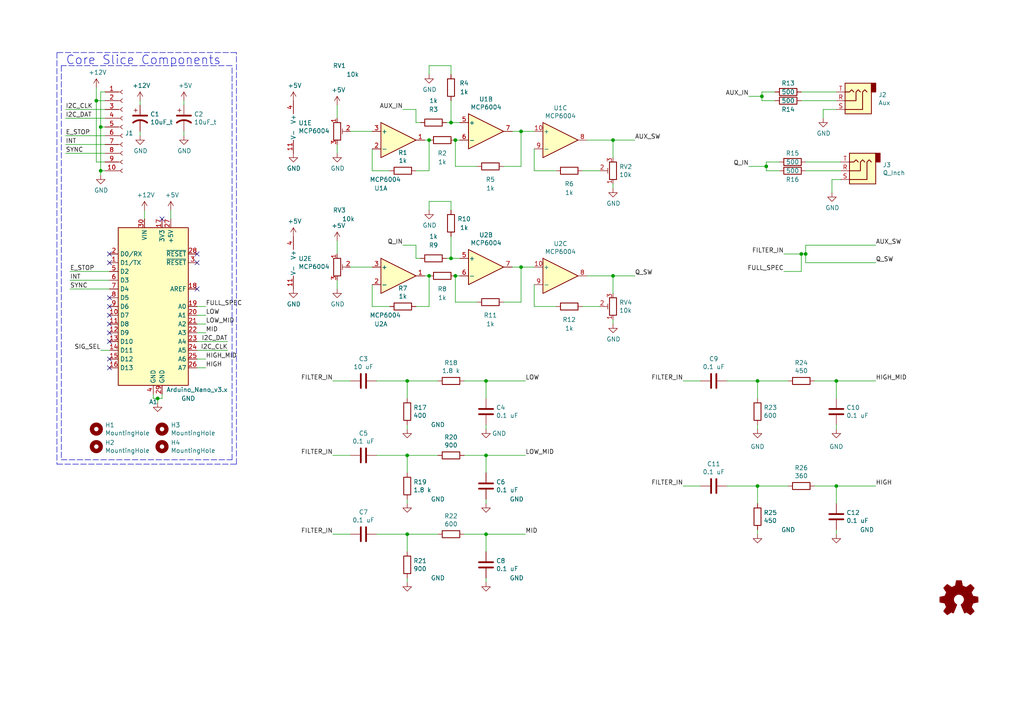
<source format=kicad_sch>
(kicad_sch (version 20211123) (generator eeschema)

  (uuid c830e3bc-dc64-4f65-8f47-3b106bae2807)

  (paper "A4")

  (lib_symbols
    (symbol "Amplifier_Operational:MCP6004" (pin_names (offset 0.127)) (in_bom yes) (on_board yes)
      (property "Reference" "U" (id 0) (at 0 5.08 0)
        (effects (font (size 1.27 1.27)) (justify left))
      )
      (property "Value" "MCP6004" (id 1) (at 0 -5.08 0)
        (effects (font (size 1.27 1.27)) (justify left))
      )
      (property "Footprint" "" (id 2) (at -1.27 2.54 0)
        (effects (font (size 1.27 1.27)) hide)
      )
      (property "Datasheet" "http://ww1.microchip.com/downloads/en/DeviceDoc/21733j.pdf" (id 3) (at 1.27 5.08 0)
        (effects (font (size 1.27 1.27)) hide)
      )
      (property "ki_locked" "" (id 4) (at 0 0 0)
        (effects (font (size 1.27 1.27)))
      )
      (property "ki_keywords" "quad opamp" (id 5) (at 0 0 0)
        (effects (font (size 1.27 1.27)) hide)
      )
      (property "ki_description" "1MHz, Low-Power Op Amp, DIP-14/SOIC-14/TSSOP-14" (id 6) (at 0 0 0)
        (effects (font (size 1.27 1.27)) hide)
      )
      (property "ki_fp_filters" "SOIC*3.9x8.7mm*P1.27mm* DIP*W7.62mm* TSSOP*4.4x5mm*P0.65mm* SSOP*5.3x6.2mm*P0.65mm* MSOP*3x3mm*P0.5mm*" (id 7) (at 0 0 0)
        (effects (font (size 1.27 1.27)) hide)
      )
      (symbol "MCP6004_1_1"
        (polyline
          (pts
            (xy -5.08 5.08)
            (xy 5.08 0)
            (xy -5.08 -5.08)
            (xy -5.08 5.08)
          )
          (stroke (width 0.254) (type default) (color 0 0 0 0))
          (fill (type background))
        )
        (pin output line (at 7.62 0 180) (length 2.54)
          (name "~" (effects (font (size 1.27 1.27))))
          (number "1" (effects (font (size 1.27 1.27))))
        )
        (pin input line (at -7.62 -2.54 0) (length 2.54)
          (name "-" (effects (font (size 1.27 1.27))))
          (number "2" (effects (font (size 1.27 1.27))))
        )
        (pin input line (at -7.62 2.54 0) (length 2.54)
          (name "+" (effects (font (size 1.27 1.27))))
          (number "3" (effects (font (size 1.27 1.27))))
        )
      )
      (symbol "MCP6004_2_1"
        (polyline
          (pts
            (xy -5.08 5.08)
            (xy 5.08 0)
            (xy -5.08 -5.08)
            (xy -5.08 5.08)
          )
          (stroke (width 0.254) (type default) (color 0 0 0 0))
          (fill (type background))
        )
        (pin input line (at -7.62 2.54 0) (length 2.54)
          (name "+" (effects (font (size 1.27 1.27))))
          (number "5" (effects (font (size 1.27 1.27))))
        )
        (pin input line (at -7.62 -2.54 0) (length 2.54)
          (name "-" (effects (font (size 1.27 1.27))))
          (number "6" (effects (font (size 1.27 1.27))))
        )
        (pin output line (at 7.62 0 180) (length 2.54)
          (name "~" (effects (font (size 1.27 1.27))))
          (number "7" (effects (font (size 1.27 1.27))))
        )
      )
      (symbol "MCP6004_3_1"
        (polyline
          (pts
            (xy -5.08 5.08)
            (xy 5.08 0)
            (xy -5.08 -5.08)
            (xy -5.08 5.08)
          )
          (stroke (width 0.254) (type default) (color 0 0 0 0))
          (fill (type background))
        )
        (pin input line (at -7.62 2.54 0) (length 2.54)
          (name "+" (effects (font (size 1.27 1.27))))
          (number "10" (effects (font (size 1.27 1.27))))
        )
        (pin output line (at 7.62 0 180) (length 2.54)
          (name "~" (effects (font (size 1.27 1.27))))
          (number "8" (effects (font (size 1.27 1.27))))
        )
        (pin input line (at -7.62 -2.54 0) (length 2.54)
          (name "-" (effects (font (size 1.27 1.27))))
          (number "9" (effects (font (size 1.27 1.27))))
        )
      )
      (symbol "MCP6004_4_1"
        (polyline
          (pts
            (xy -5.08 5.08)
            (xy 5.08 0)
            (xy -5.08 -5.08)
            (xy -5.08 5.08)
          )
          (stroke (width 0.254) (type default) (color 0 0 0 0))
          (fill (type background))
        )
        (pin input line (at -7.62 2.54 0) (length 2.54)
          (name "+" (effects (font (size 1.27 1.27))))
          (number "12" (effects (font (size 1.27 1.27))))
        )
        (pin input line (at -7.62 -2.54 0) (length 2.54)
          (name "-" (effects (font (size 1.27 1.27))))
          (number "13" (effects (font (size 1.27 1.27))))
        )
        (pin output line (at 7.62 0 180) (length 2.54)
          (name "~" (effects (font (size 1.27 1.27))))
          (number "14" (effects (font (size 1.27 1.27))))
        )
      )
      (symbol "MCP6004_5_1"
        (pin power_in line (at -2.54 -7.62 90) (length 3.81)
          (name "V-" (effects (font (size 1.27 1.27))))
          (number "11" (effects (font (size 1.27 1.27))))
        )
        (pin power_in line (at -2.54 7.62 270) (length 3.81)
          (name "V+" (effects (font (size 1.27 1.27))))
          (number "4" (effects (font (size 1.27 1.27))))
        )
      )
    )
    (symbol "BREAD_Slice-rescue:10uF_t-OCI_UPL_2_Capacitors" (pin_numbers hide) (pin_names (offset 0.254) hide) (in_bom yes) (on_board yes)
      (property "Reference" "C" (id 0) (at 0.635 2.54 0)
        (effects (font (size 1.27 1.27)) (justify left))
      )
      (property "Value" "10uF_t-OCI_UPL_2_Capacitors" (id 1) (at 0.635 -2.54 0)
        (effects (font (size 1.27 1.27)) (justify left))
      )
      (property "Footprint" "OCI_UPL_FOOTPRINTS:C_2312" (id 2) (at 0 -6.35 0)
        (effects (font (size 0.762 0.762)) hide)
      )
      (property "Datasheet" "https://www.digikey.com/short/qcd8n7" (id 3) (at 0 5.08 0)
        (effects (font (size 0.762 0.762)) hide)
      )
      (property "Part #" "T491C106K025AT" (id 4) (at 0 6.35 0)
        (effects (font (size 0.762 0.762)) hide)
      )
      (property "UPL #" "2.021" (id 5) (at 0 -5.08 0)
        (effects (font (size 0.762 0.762)) hide)
      )
      (property "ki_fp_filters" "SMD*_Pol c_elec* C*elec TantalC* Elko* CP*" (id 6) (at 0 0 0)
        (effects (font (size 1.27 1.27)) hide)
      )
      (symbol "10uF_t-OCI_UPL_2_Capacitors_0_1"
        (polyline
          (pts
            (xy -2.032 0.762)
            (xy 2.032 0.762)
          )
          (stroke (width 0.508) (type default) (color 0 0 0 0))
          (fill (type none))
        )
        (polyline
          (pts
            (xy -1.778 2.286)
            (xy -0.762 2.286)
          )
          (stroke (width 0) (type default) (color 0 0 0 0))
          (fill (type none))
        )
        (polyline
          (pts
            (xy -1.27 1.778)
            (xy -1.27 2.794)
          )
          (stroke (width 0) (type default) (color 0 0 0 0))
          (fill (type none))
        )
        (arc (start 2.032 -1.27) (mid 0 -0.5572) (end -2.032 -1.27)
          (stroke (width 0.508) (type default) (color 0 0 0 0))
          (fill (type none))
        )
      )
      (symbol "10uF_t-OCI_UPL_2_Capacitors_1_1"
        (pin passive line (at 0 3.81 270) (length 2.794)
          (name "~" (effects (font (size 1.016 1.016))))
          (number "1" (effects (font (size 1.016 1.016))))
        )
        (pin passive line (at 0 -3.81 90) (length 3.302)
          (name "~" (effects (font (size 1.016 1.016))))
          (number "2" (effects (font (size 1.016 1.016))))
        )
      )
    )
    (symbol "BREAD_Slice-rescue:R_POT_TRIM-Device" (pin_names (offset 1.016) hide) (in_bom yes) (on_board yes)
      (property "Reference" "RV" (id 0) (at -4.445 0 90)
        (effects (font (size 1.27 1.27)))
      )
      (property "Value" "R_POT_TRIM-Device" (id 1) (at -2.54 0 90)
        (effects (font (size 1.27 1.27)))
      )
      (property "Footprint" "" (id 2) (at 0 0 0)
        (effects (font (size 1.27 1.27)) hide)
      )
      (property "Datasheet" "" (id 3) (at 0 0 0)
        (effects (font (size 1.27 1.27)) hide)
      )
      (property "ki_fp_filters" "Potentiometer*" (id 4) (at 0 0 0)
        (effects (font (size 1.27 1.27)) hide)
      )
      (symbol "R_POT_TRIM-Device_0_1"
        (polyline
          (pts
            (xy 1.524 0.762)
            (xy 1.524 -0.762)
          )
          (stroke (width 0) (type default) (color 0 0 0 0))
          (fill (type none))
        )
        (polyline
          (pts
            (xy 2.54 0)
            (xy 1.524 0)
          )
          (stroke (width 0) (type default) (color 0 0 0 0))
          (fill (type none))
        )
        (rectangle (start 1.016 2.54) (end -1.016 -2.54)
          (stroke (width 0.254) (type default) (color 0 0 0 0))
          (fill (type none))
        )
      )
      (symbol "R_POT_TRIM-Device_1_1"
        (pin passive line (at 0 3.81 270) (length 1.27)
          (name "1" (effects (font (size 1.27 1.27))))
          (number "1" (effects (font (size 1.27 1.27))))
        )
        (pin passive line (at 3.81 0 180) (length 1.27)
          (name "2" (effects (font (size 1.27 1.27))))
          (number "2" (effects (font (size 1.27 1.27))))
        )
        (pin passive line (at 0 -3.81 90) (length 1.27)
          (name "3" (effects (font (size 1.27 1.27))))
          (number "3" (effects (font (size 1.27 1.27))))
        )
      )
    )
    (symbol "Connector:AudioJack3" (in_bom yes) (on_board yes)
      (property "Reference" "J" (id 0) (at 0 8.89 0)
        (effects (font (size 1.27 1.27)))
      )
      (property "Value" "AudioJack3" (id 1) (at 0 6.35 0)
        (effects (font (size 1.27 1.27)))
      )
      (property "Footprint" "" (id 2) (at 0 0 0)
        (effects (font (size 1.27 1.27)) hide)
      )
      (property "Datasheet" "~" (id 3) (at 0 0 0)
        (effects (font (size 1.27 1.27)) hide)
      )
      (property "ki_keywords" "audio jack receptacle stereo headphones phones TRS connector" (id 4) (at 0 0 0)
        (effects (font (size 1.27 1.27)) hide)
      )
      (property "ki_description" "Audio Jack, 3 Poles (Stereo / TRS)" (id 5) (at 0 0 0)
        (effects (font (size 1.27 1.27)) hide)
      )
      (property "ki_fp_filters" "Jack*" (id 6) (at 0 0 0)
        (effects (font (size 1.27 1.27)) hide)
      )
      (symbol "AudioJack3_0_1"
        (rectangle (start -5.08 -5.08) (end -6.35 -2.54)
          (stroke (width 0.254) (type default) (color 0 0 0 0))
          (fill (type outline))
        )
        (polyline
          (pts
            (xy 0 -2.54)
            (xy 0.635 -3.175)
            (xy 1.27 -2.54)
            (xy 2.54 -2.54)
          )
          (stroke (width 0.254) (type default) (color 0 0 0 0))
          (fill (type none))
        )
        (polyline
          (pts
            (xy -1.905 -2.54)
            (xy -1.27 -3.175)
            (xy -0.635 -2.54)
            (xy -0.635 0)
            (xy 2.54 0)
          )
          (stroke (width 0.254) (type default) (color 0 0 0 0))
          (fill (type none))
        )
        (polyline
          (pts
            (xy 2.54 2.54)
            (xy -2.54 2.54)
            (xy -2.54 -2.54)
            (xy -3.175 -3.175)
            (xy -3.81 -2.54)
          )
          (stroke (width 0.254) (type default) (color 0 0 0 0))
          (fill (type none))
        )
        (rectangle (start 2.54 3.81) (end -5.08 -5.08)
          (stroke (width 0.254) (type default) (color 0 0 0 0))
          (fill (type background))
        )
      )
      (symbol "AudioJack3_1_1"
        (pin passive line (at 5.08 0 180) (length 2.54)
          (name "~" (effects (font (size 1.27 1.27))))
          (number "R" (effects (font (size 1.27 1.27))))
        )
        (pin passive line (at 5.08 2.54 180) (length 2.54)
          (name "~" (effects (font (size 1.27 1.27))))
          (number "S" (effects (font (size 1.27 1.27))))
        )
        (pin passive line (at 5.08 -2.54 180) (length 2.54)
          (name "~" (effects (font (size 1.27 1.27))))
          (number "T" (effects (font (size 1.27 1.27))))
        )
      )
    )
    (symbol "Connector:Conn_01x10_Female" (pin_names (offset 1.016) hide) (in_bom yes) (on_board yes)
      (property "Reference" "J" (id 0) (at 0 12.7 0)
        (effects (font (size 1.27 1.27)))
      )
      (property "Value" "Conn_01x10_Female" (id 1) (at 0 -15.24 0)
        (effects (font (size 1.27 1.27)))
      )
      (property "Footprint" "" (id 2) (at 0 0 0)
        (effects (font (size 1.27 1.27)) hide)
      )
      (property "Datasheet" "~" (id 3) (at 0 0 0)
        (effects (font (size 1.27 1.27)) hide)
      )
      (property "ki_keywords" "connector" (id 4) (at 0 0 0)
        (effects (font (size 1.27 1.27)) hide)
      )
      (property "ki_description" "Generic connector, single row, 01x10, script generated (kicad-library-utils/schlib/autogen/connector/)" (id 5) (at 0 0 0)
        (effects (font (size 1.27 1.27)) hide)
      )
      (property "ki_fp_filters" "Connector*:*_1x??_*" (id 6) (at 0 0 0)
        (effects (font (size 1.27 1.27)) hide)
      )
      (symbol "Conn_01x10_Female_1_1"
        (arc (start 0 -12.192) (mid -0.508 -12.7) (end 0 -13.208)
          (stroke (width 0.1524) (type default) (color 0 0 0 0))
          (fill (type none))
        )
        (arc (start 0 -9.652) (mid -0.508 -10.16) (end 0 -10.668)
          (stroke (width 0.1524) (type default) (color 0 0 0 0))
          (fill (type none))
        )
        (arc (start 0 -7.112) (mid -0.508 -7.62) (end 0 -8.128)
          (stroke (width 0.1524) (type default) (color 0 0 0 0))
          (fill (type none))
        )
        (arc (start 0 -4.572) (mid -0.508 -5.08) (end 0 -5.588)
          (stroke (width 0.1524) (type default) (color 0 0 0 0))
          (fill (type none))
        )
        (arc (start 0 -2.032) (mid -0.508 -2.54) (end 0 -3.048)
          (stroke (width 0.1524) (type default) (color 0 0 0 0))
          (fill (type none))
        )
        (polyline
          (pts
            (xy -1.27 -12.7)
            (xy -0.508 -12.7)
          )
          (stroke (width 0.1524) (type default) (color 0 0 0 0))
          (fill (type none))
        )
        (polyline
          (pts
            (xy -1.27 -10.16)
            (xy -0.508 -10.16)
          )
          (stroke (width 0.1524) (type default) (color 0 0 0 0))
          (fill (type none))
        )
        (polyline
          (pts
            (xy -1.27 -7.62)
            (xy -0.508 -7.62)
          )
          (stroke (width 0.1524) (type default) (color 0 0 0 0))
          (fill (type none))
        )
        (polyline
          (pts
            (xy -1.27 -5.08)
            (xy -0.508 -5.08)
          )
          (stroke (width 0.1524) (type default) (color 0 0 0 0))
          (fill (type none))
        )
        (polyline
          (pts
            (xy -1.27 -2.54)
            (xy -0.508 -2.54)
          )
          (stroke (width 0.1524) (type default) (color 0 0 0 0))
          (fill (type none))
        )
        (polyline
          (pts
            (xy -1.27 0)
            (xy -0.508 0)
          )
          (stroke (width 0.1524) (type default) (color 0 0 0 0))
          (fill (type none))
        )
        (polyline
          (pts
            (xy -1.27 2.54)
            (xy -0.508 2.54)
          )
          (stroke (width 0.1524) (type default) (color 0 0 0 0))
          (fill (type none))
        )
        (polyline
          (pts
            (xy -1.27 5.08)
            (xy -0.508 5.08)
          )
          (stroke (width 0.1524) (type default) (color 0 0 0 0))
          (fill (type none))
        )
        (polyline
          (pts
            (xy -1.27 7.62)
            (xy -0.508 7.62)
          )
          (stroke (width 0.1524) (type default) (color 0 0 0 0))
          (fill (type none))
        )
        (polyline
          (pts
            (xy -1.27 10.16)
            (xy -0.508 10.16)
          )
          (stroke (width 0.1524) (type default) (color 0 0 0 0))
          (fill (type none))
        )
        (arc (start 0 0.508) (mid -0.508 0) (end 0 -0.508)
          (stroke (width 0.1524) (type default) (color 0 0 0 0))
          (fill (type none))
        )
        (arc (start 0 3.048) (mid -0.508 2.54) (end 0 2.032)
          (stroke (width 0.1524) (type default) (color 0 0 0 0))
          (fill (type none))
        )
        (arc (start 0 5.588) (mid -0.508 5.08) (end 0 4.572)
          (stroke (width 0.1524) (type default) (color 0 0 0 0))
          (fill (type none))
        )
        (arc (start 0 8.128) (mid -0.508 7.62) (end 0 7.112)
          (stroke (width 0.1524) (type default) (color 0 0 0 0))
          (fill (type none))
        )
        (arc (start 0 10.668) (mid -0.508 10.16) (end 0 9.652)
          (stroke (width 0.1524) (type default) (color 0 0 0 0))
          (fill (type none))
        )
        (pin passive line (at -5.08 10.16 0) (length 3.81)
          (name "Pin_1" (effects (font (size 1.27 1.27))))
          (number "1" (effects (font (size 1.27 1.27))))
        )
        (pin passive line (at -5.08 -12.7 0) (length 3.81)
          (name "Pin_10" (effects (font (size 1.27 1.27))))
          (number "10" (effects (font (size 1.27 1.27))))
        )
        (pin passive line (at -5.08 7.62 0) (length 3.81)
          (name "Pin_2" (effects (font (size 1.27 1.27))))
          (number "2" (effects (font (size 1.27 1.27))))
        )
        (pin passive line (at -5.08 5.08 0) (length 3.81)
          (name "Pin_3" (effects (font (size 1.27 1.27))))
          (number "3" (effects (font (size 1.27 1.27))))
        )
        (pin passive line (at -5.08 2.54 0) (length 3.81)
          (name "Pin_4" (effects (font (size 1.27 1.27))))
          (number "4" (effects (font (size 1.27 1.27))))
        )
        (pin passive line (at -5.08 0 0) (length 3.81)
          (name "Pin_5" (effects (font (size 1.27 1.27))))
          (number "5" (effects (font (size 1.27 1.27))))
        )
        (pin passive line (at -5.08 -2.54 0) (length 3.81)
          (name "Pin_6" (effects (font (size 1.27 1.27))))
          (number "6" (effects (font (size 1.27 1.27))))
        )
        (pin passive line (at -5.08 -5.08 0) (length 3.81)
          (name "Pin_7" (effects (font (size 1.27 1.27))))
          (number "7" (effects (font (size 1.27 1.27))))
        )
        (pin passive line (at -5.08 -7.62 0) (length 3.81)
          (name "Pin_8" (effects (font (size 1.27 1.27))))
          (number "8" (effects (font (size 1.27 1.27))))
        )
        (pin passive line (at -5.08 -10.16 0) (length 3.81)
          (name "Pin_9" (effects (font (size 1.27 1.27))))
          (number "9" (effects (font (size 1.27 1.27))))
        )
      )
    )
    (symbol "Device:C" (pin_numbers hide) (pin_names (offset 0.254)) (in_bom yes) (on_board yes)
      (property "Reference" "C" (id 0) (at 0.635 2.54 0)
        (effects (font (size 1.27 1.27)) (justify left))
      )
      (property "Value" "C" (id 1) (at 0.635 -2.54 0)
        (effects (font (size 1.27 1.27)) (justify left))
      )
      (property "Footprint" "" (id 2) (at 0.9652 -3.81 0)
        (effects (font (size 1.27 1.27)) hide)
      )
      (property "Datasheet" "~" (id 3) (at 0 0 0)
        (effects (font (size 1.27 1.27)) hide)
      )
      (property "ki_keywords" "cap capacitor" (id 4) (at 0 0 0)
        (effects (font (size 1.27 1.27)) hide)
      )
      (property "ki_description" "Unpolarized capacitor" (id 5) (at 0 0 0)
        (effects (font (size 1.27 1.27)) hide)
      )
      (property "ki_fp_filters" "C_*" (id 6) (at 0 0 0)
        (effects (font (size 1.27 1.27)) hide)
      )
      (symbol "C_0_1"
        (polyline
          (pts
            (xy -2.032 -0.762)
            (xy 2.032 -0.762)
          )
          (stroke (width 0.508) (type default) (color 0 0 0 0))
          (fill (type none))
        )
        (polyline
          (pts
            (xy -2.032 0.762)
            (xy 2.032 0.762)
          )
          (stroke (width 0.508) (type default) (color 0 0 0 0))
          (fill (type none))
        )
      )
      (symbol "C_1_1"
        (pin passive line (at 0 3.81 270) (length 2.794)
          (name "~" (effects (font (size 1.27 1.27))))
          (number "1" (effects (font (size 1.27 1.27))))
        )
        (pin passive line (at 0 -3.81 90) (length 2.794)
          (name "~" (effects (font (size 1.27 1.27))))
          (number "2" (effects (font (size 1.27 1.27))))
        )
      )
    )
    (symbol "Device:R" (pin_numbers hide) (pin_names (offset 0)) (in_bom yes) (on_board yes)
      (property "Reference" "R" (id 0) (at 2.032 0 90)
        (effects (font (size 1.27 1.27)))
      )
      (property "Value" "R" (id 1) (at 0 0 90)
        (effects (font (size 1.27 1.27)))
      )
      (property "Footprint" "" (id 2) (at -1.778 0 90)
        (effects (font (size 1.27 1.27)) hide)
      )
      (property "Datasheet" "~" (id 3) (at 0 0 0)
        (effects (font (size 1.27 1.27)) hide)
      )
      (property "ki_keywords" "R res resistor" (id 4) (at 0 0 0)
        (effects (font (size 1.27 1.27)) hide)
      )
      (property "ki_description" "Resistor" (id 5) (at 0 0 0)
        (effects (font (size 1.27 1.27)) hide)
      )
      (property "ki_fp_filters" "R_*" (id 6) (at 0 0 0)
        (effects (font (size 1.27 1.27)) hide)
      )
      (symbol "R_0_1"
        (rectangle (start -1.016 -2.54) (end 1.016 2.54)
          (stroke (width 0.254) (type default) (color 0 0 0 0))
          (fill (type none))
        )
      )
      (symbol "R_1_1"
        (pin passive line (at 0 3.81 270) (length 1.27)
          (name "~" (effects (font (size 1.27 1.27))))
          (number "1" (effects (font (size 1.27 1.27))))
        )
        (pin passive line (at 0 -3.81 90) (length 1.27)
          (name "~" (effects (font (size 1.27 1.27))))
          (number "2" (effects (font (size 1.27 1.27))))
        )
      )
    )
    (symbol "Graphic:Logo_Open_Hardware_Small" (pin_names (offset 1.016)) (in_bom yes) (on_board yes)
      (property "Reference" "#LOGO" (id 0) (at 0 6.985 0)
        (effects (font (size 1.27 1.27)) hide)
      )
      (property "Value" "Logo_Open_Hardware_Small" (id 1) (at 0 -5.715 0)
        (effects (font (size 1.27 1.27)) hide)
      )
      (property "Footprint" "" (id 2) (at 0 0 0)
        (effects (font (size 1.27 1.27)) hide)
      )
      (property "Datasheet" "~" (id 3) (at 0 0 0)
        (effects (font (size 1.27 1.27)) hide)
      )
      (property "ki_keywords" "Logo" (id 4) (at 0 0 0)
        (effects (font (size 1.27 1.27)) hide)
      )
      (property "ki_description" "Open Hardware logo, small" (id 5) (at 0 0 0)
        (effects (font (size 1.27 1.27)) hide)
      )
      (symbol "Logo_Open_Hardware_Small_0_1"
        (polyline
          (pts
            (xy 3.3528 -4.3434)
            (xy 3.302 -4.318)
            (xy 3.175 -4.2418)
            (xy 2.9972 -4.1148)
            (xy 2.7686 -3.9624)
            (xy 2.54 -3.81)
            (xy 2.3622 -3.7084)
            (xy 2.2352 -3.6068)
            (xy 2.1844 -3.5814)
            (xy 2.159 -3.6068)
            (xy 2.0574 -3.6576)
            (xy 1.905 -3.7338)
            (xy 1.8034 -3.7846)
            (xy 1.6764 -3.8354)
            (xy 1.6002 -3.8354)
            (xy 1.6002 -3.8354)
            (xy 1.5494 -3.7338)
            (xy 1.4732 -3.5306)
            (xy 1.3462 -3.302)
            (xy 1.2446 -3.0226)
            (xy 1.1176 -2.7178)
            (xy 0.9652 -2.413)
            (xy 0.8636 -2.1082)
            (xy 0.7366 -1.8288)
            (xy 0.6604 -1.6256)
            (xy 0.6096 -1.4732)
            (xy 0.5842 -1.397)
            (xy 0.5842 -1.397)
            (xy 0.6604 -1.3208)
            (xy 0.7874 -1.2446)
            (xy 1.0414 -1.016)
            (xy 1.2954 -0.6858)
            (xy 1.4478 -0.3302)
            (xy 1.524 0.0762)
            (xy 1.4732 0.4572)
            (xy 1.3208 0.8128)
            (xy 1.0668 1.143)
            (xy 0.762 1.3716)
            (xy 0.4064 1.524)
            (xy 0 1.5748)
            (xy -0.381 1.5494)
            (xy -0.7366 1.397)
            (xy -1.0668 1.143)
            (xy -1.2192 0.9906)
            (xy -1.397 0.6604)
            (xy -1.524 0.3048)
            (xy -1.524 0.2286)
            (xy -1.4986 -0.1778)
            (xy -1.397 -0.5334)
            (xy -1.1938 -0.8636)
            (xy -0.9144 -1.143)
            (xy -0.8636 -1.1684)
            (xy -0.7366 -1.27)
            (xy -0.635 -1.3462)
            (xy -0.5842 -1.397)
            (xy -1.0668 -2.5908)
            (xy -1.143 -2.794)
            (xy -1.2954 -3.1242)
            (xy -1.397 -3.4036)
            (xy -1.4986 -3.6322)
            (xy -1.5748 -3.7846)
            (xy -1.6002 -3.8354)
            (xy -1.6002 -3.8354)
            (xy -1.651 -3.8354)
            (xy -1.7272 -3.81)
            (xy -1.905 -3.7338)
            (xy -2.0066 -3.683)
            (xy -2.1336 -3.6068)
            (xy -2.2098 -3.5814)
            (xy -2.2606 -3.6068)
            (xy -2.3622 -3.683)
            (xy -2.54 -3.81)
            (xy -2.7686 -3.9624)
            (xy -2.9718 -4.0894)
            (xy -3.1496 -4.2164)
            (xy -3.302 -4.318)
            (xy -3.3528 -4.3434)
            (xy -3.3782 -4.3434)
            (xy -3.429 -4.318)
            (xy -3.5306 -4.2164)
            (xy -3.7084 -4.064)
            (xy -3.937 -3.8354)
            (xy -3.9624 -3.81)
            (xy -4.1656 -3.6068)
            (xy -4.318 -3.4544)
            (xy -4.4196 -3.3274)
            (xy -4.445 -3.2766)
            (xy -4.445 -3.2766)
            (xy -4.4196 -3.2258)
            (xy -4.318 -3.0734)
            (xy -4.2164 -2.8956)
            (xy -4.064 -2.667)
            (xy -3.6576 -2.0828)
            (xy -3.8862 -1.5494)
            (xy -3.937 -1.3716)
            (xy -4.0386 -1.1684)
            (xy -4.0894 -1.0414)
            (xy -4.1148 -0.9652)
            (xy -4.191 -0.9398)
            (xy -4.318 -0.9144)
            (xy -4.5466 -0.8636)
            (xy -4.8006 -0.8128)
            (xy -5.0546 -0.7874)
            (xy -5.2578 -0.7366)
            (xy -5.4356 -0.7112)
            (xy -5.5118 -0.6858)
            (xy -5.5118 -0.6858)
            (xy -5.5372 -0.635)
            (xy -5.5372 -0.5588)
            (xy -5.5372 -0.4318)
            (xy -5.5626 -0.2286)
            (xy -5.5626 0.0762)
            (xy -5.5626 0.127)
            (xy -5.5372 0.4064)
            (xy -5.5372 0.635)
            (xy -5.5372 0.762)
            (xy -5.5372 0.8382)
            (xy -5.5372 0.8382)
            (xy -5.461 0.8382)
            (xy -5.3086 0.889)
            (xy -5.08 0.9144)
            (xy -4.826 0.9652)
            (xy -4.8006 0.9906)
            (xy -4.5466 1.0414)
            (xy -4.318 1.0668)
            (xy -4.1656 1.1176)
            (xy -4.0894 1.143)
            (xy -4.0894 1.143)
            (xy -4.0386 1.2446)
            (xy -3.9624 1.4224)
            (xy -3.8608 1.6256)
            (xy -3.7846 1.8288)
            (xy -3.7084 2.0066)
            (xy -3.6576 2.159)
            (xy -3.6322 2.2098)
            (xy -3.6322 2.2098)
            (xy -3.683 2.286)
            (xy -3.7592 2.413)
            (xy -3.8862 2.5908)
            (xy -4.064 2.8194)
            (xy -4.064 2.8448)
            (xy -4.2164 3.0734)
            (xy -4.3434 3.2512)
            (xy -4.4196 3.3782)
            (xy -4.445 3.4544)
            (xy -4.445 3.4544)
            (xy -4.3942 3.5052)
            (xy -4.2926 3.6322)
            (xy -4.1148 3.81)
            (xy -3.937 4.0132)
            (xy -3.8608 4.064)
            (xy -3.6576 4.2926)
            (xy -3.5052 4.4196)
            (xy -3.4036 4.4958)
            (xy -3.3528 4.5212)
            (xy -3.3528 4.5212)
            (xy -3.302 4.4704)
            (xy -3.1496 4.3688)
            (xy -2.9718 4.2418)
            (xy -2.7432 4.0894)
            (xy -2.7178 4.0894)
            (xy -2.4892 3.937)
            (xy -2.3114 3.81)
            (xy -2.1844 3.7084)
            (xy -2.1336 3.683)
            (xy -2.1082 3.683)
            (xy -2.032 3.7084)
            (xy -1.8542 3.7592)
            (xy -1.6764 3.8354)
            (xy -1.4732 3.937)
            (xy -1.27 4.0132)
            (xy -1.143 4.064)
            (xy -1.0668 4.1148)
            (xy -1.0668 4.1148)
            (xy -1.0414 4.191)
            (xy -1.016 4.3434)
            (xy -0.9652 4.572)
            (xy -0.9144 4.8514)
            (xy -0.889 4.9022)
            (xy -0.8382 5.1562)
            (xy -0.8128 5.3848)
            (xy -0.7874 5.5372)
            (xy -0.762 5.588)
            (xy -0.7112 5.6134)
            (xy -0.5842 5.6134)
            (xy -0.4064 5.6134)
            (xy -0.1524 5.6134)
            (xy 0.0762 5.6134)
            (xy 0.3302 5.6134)
            (xy 0.5334 5.6134)
            (xy 0.6858 5.588)
            (xy 0.7366 5.588)
            (xy 0.7366 5.588)
            (xy 0.762 5.5118)
            (xy 0.8128 5.334)
            (xy 0.8382 5.1054)
            (xy 0.9144 4.826)
            (xy 0.9144 4.7752)
            (xy 0.9652 4.5212)
            (xy 1.016 4.2926)
            (xy 1.0414 4.1402)
            (xy 1.0668 4.0894)
            (xy 1.0668 4.0894)
            (xy 1.1938 4.0386)
            (xy 1.3716 3.9624)
            (xy 1.5748 3.8608)
            (xy 2.0828 3.6576)
            (xy 2.7178 4.0894)
            (xy 2.7686 4.1402)
            (xy 2.9972 4.2926)
            (xy 3.175 4.4196)
            (xy 3.302 4.4958)
            (xy 3.3782 4.5212)
            (xy 3.3782 4.5212)
            (xy 3.429 4.4704)
            (xy 3.556 4.3434)
            (xy 3.7338 4.191)
            (xy 3.9116 3.9878)
            (xy 4.064 3.8354)
            (xy 4.2418 3.6576)
            (xy 4.3434 3.556)
            (xy 4.4196 3.4798)
            (xy 4.4196 3.429)
            (xy 4.4196 3.4036)
            (xy 4.3942 3.3274)
            (xy 4.2926 3.2004)
            (xy 4.1656 2.9972)
            (xy 4.0132 2.794)
            (xy 3.8862 2.5908)
            (xy 3.7592 2.3876)
            (xy 3.6576 2.2352)
            (xy 3.6322 2.159)
            (xy 3.6322 2.1336)
            (xy 3.683 2.0066)
            (xy 3.7592 1.8288)
            (xy 3.8608 1.6002)
            (xy 4.064 1.1176)
            (xy 4.3942 1.0414)
            (xy 4.5974 1.016)
            (xy 4.8768 0.9652)
            (xy 5.1308 0.9144)
            (xy 5.5372 0.8382)
            (xy 5.5626 -0.6604)
            (xy 5.4864 -0.6858)
            (xy 5.4356 -0.6858)
            (xy 5.2832 -0.7366)
            (xy 5.0546 -0.762)
            (xy 4.8006 -0.8128)
            (xy 4.5974 -0.8636)
            (xy 4.3688 -0.9144)
            (xy 4.2164 -0.9398)
            (xy 4.1402 -0.9398)
            (xy 4.1148 -0.9652)
            (xy 4.064 -1.0668)
            (xy 3.9878 -1.2446)
            (xy 3.9116 -1.4478)
            (xy 3.81 -1.651)
            (xy 3.7338 -1.8542)
            (xy 3.683 -2.0066)
            (xy 3.6576 -2.0828)
            (xy 3.683 -2.1336)
            (xy 3.7846 -2.2606)
            (xy 3.8862 -2.4638)
            (xy 4.0386 -2.667)
            (xy 4.191 -2.8956)
            (xy 4.318 -3.0734)
            (xy 4.3942 -3.2004)
            (xy 4.445 -3.2766)
            (xy 4.4196 -3.3274)
            (xy 4.3434 -3.429)
            (xy 4.1656 -3.5814)
            (xy 3.937 -3.8354)
            (xy 3.8862 -3.8608)
            (xy 3.683 -4.064)
            (xy 3.5306 -4.2164)
            (xy 3.4036 -4.318)
            (xy 3.3528 -4.3434)
          )
          (stroke (width 0) (type default) (color 0 0 0 0))
          (fill (type outline))
        )
      )
    )
    (symbol "MCU_Module:Arduino_Nano_v3.x" (in_bom yes) (on_board yes)
      (property "Reference" "A" (id 0) (at -10.16 23.495 0)
        (effects (font (size 1.27 1.27)) (justify left bottom))
      )
      (property "Value" "Arduino_Nano_v3.x" (id 1) (at 5.08 -24.13 0)
        (effects (font (size 1.27 1.27)) (justify left top))
      )
      (property "Footprint" "Module:Arduino_Nano" (id 2) (at 0 0 0)
        (effects (font (size 1.27 1.27) italic) hide)
      )
      (property "Datasheet" "http://www.mouser.com/pdfdocs/Gravitech_Arduino_Nano3_0.pdf" (id 3) (at 0 0 0)
        (effects (font (size 1.27 1.27)) hide)
      )
      (property "ki_keywords" "Arduino nano microcontroller module USB" (id 4) (at 0 0 0)
        (effects (font (size 1.27 1.27)) hide)
      )
      (property "ki_description" "Arduino Nano v3.x" (id 5) (at 0 0 0)
        (effects (font (size 1.27 1.27)) hide)
      )
      (property "ki_fp_filters" "Arduino*Nano*" (id 6) (at 0 0 0)
        (effects (font (size 1.27 1.27)) hide)
      )
      (symbol "Arduino_Nano_v3.x_0_1"
        (rectangle (start -10.16 22.86) (end 10.16 -22.86)
          (stroke (width 0.254) (type default) (color 0 0 0 0))
          (fill (type background))
        )
      )
      (symbol "Arduino_Nano_v3.x_1_1"
        (pin bidirectional line (at -12.7 12.7 0) (length 2.54)
          (name "D1/TX" (effects (font (size 1.27 1.27))))
          (number "1" (effects (font (size 1.27 1.27))))
        )
        (pin bidirectional line (at -12.7 -2.54 0) (length 2.54)
          (name "D7" (effects (font (size 1.27 1.27))))
          (number "10" (effects (font (size 1.27 1.27))))
        )
        (pin bidirectional line (at -12.7 -5.08 0) (length 2.54)
          (name "D8" (effects (font (size 1.27 1.27))))
          (number "11" (effects (font (size 1.27 1.27))))
        )
        (pin bidirectional line (at -12.7 -7.62 0) (length 2.54)
          (name "D9" (effects (font (size 1.27 1.27))))
          (number "12" (effects (font (size 1.27 1.27))))
        )
        (pin bidirectional line (at -12.7 -10.16 0) (length 2.54)
          (name "D10" (effects (font (size 1.27 1.27))))
          (number "13" (effects (font (size 1.27 1.27))))
        )
        (pin bidirectional line (at -12.7 -12.7 0) (length 2.54)
          (name "D11" (effects (font (size 1.27 1.27))))
          (number "14" (effects (font (size 1.27 1.27))))
        )
        (pin bidirectional line (at -12.7 -15.24 0) (length 2.54)
          (name "D12" (effects (font (size 1.27 1.27))))
          (number "15" (effects (font (size 1.27 1.27))))
        )
        (pin bidirectional line (at -12.7 -17.78 0) (length 2.54)
          (name "D13" (effects (font (size 1.27 1.27))))
          (number "16" (effects (font (size 1.27 1.27))))
        )
        (pin power_out line (at 2.54 25.4 270) (length 2.54)
          (name "3V3" (effects (font (size 1.27 1.27))))
          (number "17" (effects (font (size 1.27 1.27))))
        )
        (pin input line (at 12.7 5.08 180) (length 2.54)
          (name "AREF" (effects (font (size 1.27 1.27))))
          (number "18" (effects (font (size 1.27 1.27))))
        )
        (pin bidirectional line (at 12.7 0 180) (length 2.54)
          (name "A0" (effects (font (size 1.27 1.27))))
          (number "19" (effects (font (size 1.27 1.27))))
        )
        (pin bidirectional line (at -12.7 15.24 0) (length 2.54)
          (name "D0/RX" (effects (font (size 1.27 1.27))))
          (number "2" (effects (font (size 1.27 1.27))))
        )
        (pin bidirectional line (at 12.7 -2.54 180) (length 2.54)
          (name "A1" (effects (font (size 1.27 1.27))))
          (number "20" (effects (font (size 1.27 1.27))))
        )
        (pin bidirectional line (at 12.7 -5.08 180) (length 2.54)
          (name "A2" (effects (font (size 1.27 1.27))))
          (number "21" (effects (font (size 1.27 1.27))))
        )
        (pin bidirectional line (at 12.7 -7.62 180) (length 2.54)
          (name "A3" (effects (font (size 1.27 1.27))))
          (number "22" (effects (font (size 1.27 1.27))))
        )
        (pin bidirectional line (at 12.7 -10.16 180) (length 2.54)
          (name "A4" (effects (font (size 1.27 1.27))))
          (number "23" (effects (font (size 1.27 1.27))))
        )
        (pin bidirectional line (at 12.7 -12.7 180) (length 2.54)
          (name "A5" (effects (font (size 1.27 1.27))))
          (number "24" (effects (font (size 1.27 1.27))))
        )
        (pin bidirectional line (at 12.7 -15.24 180) (length 2.54)
          (name "A6" (effects (font (size 1.27 1.27))))
          (number "25" (effects (font (size 1.27 1.27))))
        )
        (pin bidirectional line (at 12.7 -17.78 180) (length 2.54)
          (name "A7" (effects (font (size 1.27 1.27))))
          (number "26" (effects (font (size 1.27 1.27))))
        )
        (pin power_out line (at 5.08 25.4 270) (length 2.54)
          (name "+5V" (effects (font (size 1.27 1.27))))
          (number "27" (effects (font (size 1.27 1.27))))
        )
        (pin input line (at 12.7 15.24 180) (length 2.54)
          (name "~{RESET}" (effects (font (size 1.27 1.27))))
          (number "28" (effects (font (size 1.27 1.27))))
        )
        (pin power_in line (at 2.54 -25.4 90) (length 2.54)
          (name "GND" (effects (font (size 1.27 1.27))))
          (number "29" (effects (font (size 1.27 1.27))))
        )
        (pin input line (at 12.7 12.7 180) (length 2.54)
          (name "~{RESET}" (effects (font (size 1.27 1.27))))
          (number "3" (effects (font (size 1.27 1.27))))
        )
        (pin power_in line (at -2.54 25.4 270) (length 2.54)
          (name "VIN" (effects (font (size 1.27 1.27))))
          (number "30" (effects (font (size 1.27 1.27))))
        )
        (pin power_in line (at 0 -25.4 90) (length 2.54)
          (name "GND" (effects (font (size 1.27 1.27))))
          (number "4" (effects (font (size 1.27 1.27))))
        )
        (pin bidirectional line (at -12.7 10.16 0) (length 2.54)
          (name "D2" (effects (font (size 1.27 1.27))))
          (number "5" (effects (font (size 1.27 1.27))))
        )
        (pin bidirectional line (at -12.7 7.62 0) (length 2.54)
          (name "D3" (effects (font (size 1.27 1.27))))
          (number "6" (effects (font (size 1.27 1.27))))
        )
        (pin bidirectional line (at -12.7 5.08 0) (length 2.54)
          (name "D4" (effects (font (size 1.27 1.27))))
          (number "7" (effects (font (size 1.27 1.27))))
        )
        (pin bidirectional line (at -12.7 2.54 0) (length 2.54)
          (name "D5" (effects (font (size 1.27 1.27))))
          (number "8" (effects (font (size 1.27 1.27))))
        )
        (pin bidirectional line (at -12.7 0 0) (length 2.54)
          (name "D6" (effects (font (size 1.27 1.27))))
          (number "9" (effects (font (size 1.27 1.27))))
        )
      )
    )
    (symbol "Mechanical:MountingHole" (pin_names (offset 1.016)) (in_bom yes) (on_board yes)
      (property "Reference" "H" (id 0) (at 0 5.08 0)
        (effects (font (size 1.27 1.27)))
      )
      (property "Value" "MountingHole" (id 1) (at 0 3.175 0)
        (effects (font (size 1.27 1.27)))
      )
      (property "Footprint" "" (id 2) (at 0 0 0)
        (effects (font (size 1.27 1.27)) hide)
      )
      (property "Datasheet" "~" (id 3) (at 0 0 0)
        (effects (font (size 1.27 1.27)) hide)
      )
      (property "ki_keywords" "mounting hole" (id 4) (at 0 0 0)
        (effects (font (size 1.27 1.27)) hide)
      )
      (property "ki_description" "Mounting Hole without connection" (id 5) (at 0 0 0)
        (effects (font (size 1.27 1.27)) hide)
      )
      (property "ki_fp_filters" "MountingHole*" (id 6) (at 0 0 0)
        (effects (font (size 1.27 1.27)) hide)
      )
      (symbol "MountingHole_0_1"
        (circle (center 0 0) (radius 1.27)
          (stroke (width 1.27) (type default) (color 0 0 0 0))
          (fill (type none))
        )
      )
    )
    (symbol "power:+12V" (power) (pin_names (offset 0)) (in_bom yes) (on_board yes)
      (property "Reference" "#PWR" (id 0) (at 0 -3.81 0)
        (effects (font (size 1.27 1.27)) hide)
      )
      (property "Value" "+12V" (id 1) (at 0 3.556 0)
        (effects (font (size 1.27 1.27)))
      )
      (property "Footprint" "" (id 2) (at 0 0 0)
        (effects (font (size 1.27 1.27)) hide)
      )
      (property "Datasheet" "" (id 3) (at 0 0 0)
        (effects (font (size 1.27 1.27)) hide)
      )
      (property "ki_keywords" "global power" (id 4) (at 0 0 0)
        (effects (font (size 1.27 1.27)) hide)
      )
      (property "ki_description" "Power symbol creates a global label with name \"+12V\"" (id 5) (at 0 0 0)
        (effects (font (size 1.27 1.27)) hide)
      )
      (symbol "+12V_0_1"
        (polyline
          (pts
            (xy -0.762 1.27)
            (xy 0 2.54)
          )
          (stroke (width 0) (type default) (color 0 0 0 0))
          (fill (type none))
        )
        (polyline
          (pts
            (xy 0 0)
            (xy 0 2.54)
          )
          (stroke (width 0) (type default) (color 0 0 0 0))
          (fill (type none))
        )
        (polyline
          (pts
            (xy 0 2.54)
            (xy 0.762 1.27)
          )
          (stroke (width 0) (type default) (color 0 0 0 0))
          (fill (type none))
        )
      )
      (symbol "+12V_1_1"
        (pin power_in line (at 0 0 90) (length 0) hide
          (name "+12V" (effects (font (size 1.27 1.27))))
          (number "1" (effects (font (size 1.27 1.27))))
        )
      )
    )
    (symbol "power:+5V" (power) (pin_names (offset 0)) (in_bom yes) (on_board yes)
      (property "Reference" "#PWR" (id 0) (at 0 -3.81 0)
        (effects (font (size 1.27 1.27)) hide)
      )
      (property "Value" "+5V" (id 1) (at 0 3.556 0)
        (effects (font (size 1.27 1.27)))
      )
      (property "Footprint" "" (id 2) (at 0 0 0)
        (effects (font (size 1.27 1.27)) hide)
      )
      (property "Datasheet" "" (id 3) (at 0 0 0)
        (effects (font (size 1.27 1.27)) hide)
      )
      (property "ki_keywords" "global power" (id 4) (at 0 0 0)
        (effects (font (size 1.27 1.27)) hide)
      )
      (property "ki_description" "Power symbol creates a global label with name \"+5V\"" (id 5) (at 0 0 0)
        (effects (font (size 1.27 1.27)) hide)
      )
      (symbol "+5V_0_1"
        (polyline
          (pts
            (xy -0.762 1.27)
            (xy 0 2.54)
          )
          (stroke (width 0) (type default) (color 0 0 0 0))
          (fill (type none))
        )
        (polyline
          (pts
            (xy 0 0)
            (xy 0 2.54)
          )
          (stroke (width 0) (type default) (color 0 0 0 0))
          (fill (type none))
        )
        (polyline
          (pts
            (xy 0 2.54)
            (xy 0.762 1.27)
          )
          (stroke (width 0) (type default) (color 0 0 0 0))
          (fill (type none))
        )
      )
      (symbol "+5V_1_1"
        (pin power_in line (at 0 0 90) (length 0) hide
          (name "+5V" (effects (font (size 1.27 1.27))))
          (number "1" (effects (font (size 1.27 1.27))))
        )
      )
    )
    (symbol "power:GND" (power) (pin_names (offset 0)) (in_bom yes) (on_board yes)
      (property "Reference" "#PWR" (id 0) (at 0 -6.35 0)
        (effects (font (size 1.27 1.27)) hide)
      )
      (property "Value" "GND" (id 1) (at 0 -3.81 0)
        (effects (font (size 1.27 1.27)))
      )
      (property "Footprint" "" (id 2) (at 0 0 0)
        (effects (font (size 1.27 1.27)) hide)
      )
      (property "Datasheet" "" (id 3) (at 0 0 0)
        (effects (font (size 1.27 1.27)) hide)
      )
      (property "ki_keywords" "global power" (id 4) (at 0 0 0)
        (effects (font (size 1.27 1.27)) hide)
      )
      (property "ki_description" "Power symbol creates a global label with name \"GND\" , ground" (id 5) (at 0 0 0)
        (effects (font (size 1.27 1.27)) hide)
      )
      (symbol "GND_0_1"
        (polyline
          (pts
            (xy 0 0)
            (xy 0 -1.27)
            (xy 1.27 -1.27)
            (xy 0 -2.54)
            (xy -1.27 -1.27)
            (xy 0 -1.27)
          )
          (stroke (width 0) (type default) (color 0 0 0 0))
          (fill (type none))
        )
      )
      (symbol "GND_1_1"
        (pin power_in line (at 0 0 270) (length 0) hide
          (name "GND" (effects (font (size 1.27 1.27))))
          (number "1" (effects (font (size 1.27 1.27))))
        )
      )
    )
  )

  (junction (at 132.08 40.64) (diameter 0) (color 0 0 0 0)
    (uuid 026ac84e-b8b2-4dd2-b675-8323c24fd778)
  )
  (junction (at 118.11 154.94) (diameter 0) (color 0 0 0 0)
    (uuid 0fafc6b9-fd35-4a55-9270-7a8e7ce3cb13)
  )
  (junction (at 132.08 80.01) (diameter 0) (color 0 0 0 0)
    (uuid 28e37b45-f843-47c2-85c9-ca19f5430ece)
  )
  (junction (at 242.57 110.49) (diameter 0) (color 0 0 0 0)
    (uuid 2e0a9f64-1b78-4597-8d50-d12d2268a95a)
  )
  (junction (at 140.97 110.49) (diameter 0) (color 0 0 0 0)
    (uuid 36d783e7-096f-4c97-9672-7e08c083b87b)
  )
  (junction (at 151.13 77.47) (diameter 0) (color 0 0 0 0)
    (uuid 3c5e5ea9-793d-46e3-86bc-5884c4490dc7)
  )
  (junction (at 140.97 154.94) (diameter 0) (color 0 0 0 0)
    (uuid 3e0392c0-affc-4114-9de5-1f1cfe79418a)
  )
  (junction (at 177.8 80.01) (diameter 0) (color 0 0 0 0)
    (uuid 3e915099-a18e-49f4-89bb-abe64c2dade5)
  )
  (junction (at 130.81 74.93) (diameter 0) (color 0 0 0 0)
    (uuid 45884597-7014-4461-83ee-9975c42b9a53)
  )
  (junction (at 220.98 27.94) (diameter 0) (color 0 0 0 0)
    (uuid 4a850cb6-bb24-4274-a902-e49f34f0a0e3)
  )
  (junction (at 140.97 132.08) (diameter 0) (color 0 0 0 0)
    (uuid 5701b80f-f006-4814-81c9-0c7f006088a9)
  )
  (junction (at 29.21 36.83) (diameter 0) (color 0 0 0 0)
    (uuid 644ae9fc-3c8e-4089-866e-a12bf371c3e9)
  )
  (junction (at 118.11 110.49) (diameter 0) (color 0 0 0 0)
    (uuid 713e0777-58b2-4487-baca-60d0ebed27c3)
  )
  (junction (at 232.41 73.66) (diameter 0) (color 0 0 0 0)
    (uuid 7db990e4-92e1-4f99-b4d2-435bbec1ba83)
  )
  (junction (at 124.46 80.01) (diameter 0) (color 0 0 0 0)
    (uuid 997c2f12-73ba-4c01-9ee0-42e37cbab790)
  )
  (junction (at 29.21 49.53) (diameter 0) (color 0 0 0 0)
    (uuid a13ab237-8f8d-4e16-8c47-4440653b8534)
  )
  (junction (at 45.72 115.57) (diameter 0) (color 0 0 0 0)
    (uuid a27eb049-c992-4f11-a026-1e6a8d9d0160)
  )
  (junction (at 233.68 73.66) (diameter 0) (color 0 0 0 0)
    (uuid b0054ce1-b60e-41de-a6a2-bf712784dd39)
  )
  (junction (at 222.25 48.26) (diameter 0) (color 0 0 0 0)
    (uuid b4300db7-1220-431a-b7c3-2edbdf8fa6fc)
  )
  (junction (at 130.81 35.56) (diameter 0) (color 0 0 0 0)
    (uuid b5071759-a4d7-4769-be02-251f23cd4454)
  )
  (junction (at 151.13 38.1) (diameter 0) (color 0 0 0 0)
    (uuid c49d23ab-146d-4089-864f-2d22b5b414b9)
  )
  (junction (at 219.71 140.97) (diameter 0) (color 0 0 0 0)
    (uuid c8a7af6e-c432-4fa3-91ee-c8bf0c5a9ebe)
  )
  (junction (at 118.11 132.08) (diameter 0) (color 0 0 0 0)
    (uuid d1eca865-05c5-48a4-96cf-ed5f8a640e25)
  )
  (junction (at 242.57 140.97) (diameter 0) (color 0 0 0 0)
    (uuid e413cfad-d7bd-41ab-b8dd-4b67484671a6)
  )
  (junction (at 27.94 29.21) (diameter 0) (color 0 0 0 0)
    (uuid ee41cb8e-512d-41d2-81e1-3c50fff32aeb)
  )
  (junction (at 219.71 110.49) (diameter 0) (color 0 0 0 0)
    (uuid f0ff5d1c-5481-4958-b844-4f68a17d4166)
  )
  (junction (at 124.46 40.64) (diameter 0) (color 0 0 0 0)
    (uuid f1447ad6-651c-45be-a2d6-33bddf672c2c)
  )
  (junction (at 177.8 40.64) (diameter 0) (color 0 0 0 0)
    (uuid f9c81c26-f253-4227-a69f-53e64841cfbe)
  )

  (no_connect (at 31.75 91.44) (uuid 0cc9bf07-55b9-458f-b8aa-41b2f51fa940))
  (no_connect (at 57.15 73.66) (uuid 16bd6381-8ac0-4bf2-9dce-ecc20c724b8d))
  (no_connect (at 31.75 88.9) (uuid 241e0c85-4796-48eb-a5a0-1c0f2d6e5910))
  (no_connect (at 31.75 93.98) (uuid 363945f6-fbef-42be-99cf-4a8a48434d92))
  (no_connect (at 31.75 86.36) (uuid 386ad9e3-71fa-420f-8722-88548b024fc5))
  (no_connect (at 57.15 83.82) (uuid 4f66b314-0f62-4fb6-8c3c-f9c6a75cd3ec))
  (no_connect (at 31.75 76.2) (uuid 7599133e-c681-4202-85d9-c20dac196c64))
  (no_connect (at 31.75 104.14) (uuid 7c5f3091-7791-43b3-8d50-43f6a72274c9))
  (no_connect (at 46.99 63.5) (uuid 85b7594c-358f-454b-b2ad-dd0b1d67ed76))
  (no_connect (at 31.75 99.06) (uuid 8ac400bf-c9b3-4af4-b0a7-9aa9ab4ad17e))
  (no_connect (at 31.75 96.52) (uuid 97dcf785-3264-40a1-a36e-8842acab24fb))
  (no_connect (at 57.15 76.2) (uuid a5cd8da1-8f7f-4f80-bb23-0317de562222))
  (no_connect (at 31.75 73.66) (uuid dde51ae5-b215-445e-92bb-4a12ec410531))
  (no_connect (at 31.75 106.68) (uuid f5c43e09-08d6-4a29-a53a-3b9ea7fb34cd))

  (wire (pts (xy 44.45 114.3) (xy 44.45 115.57))
    (stroke (width 0) (type default) (color 0 0 0 0))
    (uuid 03caada9-9e22-4e2d-9035-b15433dfbb17)
  )
  (wire (pts (xy 97.79 69.85) (xy 97.79 73.66))
    (stroke (width 0) (type default) (color 0 0 0 0))
    (uuid 0520f61d-4522-4301-a3fa-8ed0bf060f69)
  )
  (wire (pts (xy 109.22 110.49) (xy 118.11 110.49))
    (stroke (width 0) (type default) (color 0 0 0 0))
    (uuid 05f2859d-2820-4e84-b395-696011feb13b)
  )
  (wire (pts (xy 27.94 25.4) (xy 27.94 29.21))
    (stroke (width 0) (type default) (color 0 0 0 0))
    (uuid 099096e4-8c2a-4d84-a16f-06b4b6330e7a)
  )
  (wire (pts (xy 132.08 48.26) (xy 138.43 48.26))
    (stroke (width 0) (type default) (color 0 0 0 0))
    (uuid 0bcafe80-ffba-4f1e-ae51-95a595b006db)
  )
  (polyline (pts (xy 68.58 15.24) (xy 16.51 15.24))
    (stroke (width 0) (type default) (color 0 0 0 0))
    (uuid 0ce8d3ab-2662-4158-8a2a-18b782908fc5)
  )
  (polyline (pts (xy 67.31 19.05) (xy 17.78 19.05))
    (stroke (width 0) (type default) (color 0 0 0 0))
    (uuid 0e8f7fc0-2ef2-4b90-9c15-8a3a601ee459)
  )

  (wire (pts (xy 107.95 43.18) (xy 107.95 49.53))
    (stroke (width 0) (type default) (color 0 0 0 0))
    (uuid 0f31f11f-c374-4640-b9a4-07bbdba8d354)
  )
  (wire (pts (xy 120.65 31.75) (xy 116.84 31.75))
    (stroke (width 0) (type default) (color 0 0 0 0))
    (uuid 0f324b67-75ef-407f-8dbc-3c1fc5c2abba)
  )
  (wire (pts (xy 46.99 115.57) (xy 46.99 114.3))
    (stroke (width 0) (type default) (color 0 0 0 0))
    (uuid 0ff508fd-18da-4ab7-9844-3c8a28c2587e)
  )
  (wire (pts (xy 30.48 39.37) (xy 19.05 39.37))
    (stroke (width 0) (type default) (color 0 0 0 0))
    (uuid 101ef598-601d-400e-9ef6-d655fbb1dbfa)
  )
  (wire (pts (xy 45.72 115.57) (xy 46.99 115.57))
    (stroke (width 0) (type default) (color 0 0 0 0))
    (uuid 13c0ff76-ed71-4cd9-abb0-92c376825d5d)
  )
  (wire (pts (xy 170.18 80.01) (xy 177.8 80.01))
    (stroke (width 0) (type default) (color 0 0 0 0))
    (uuid 14094ad2-b562-4efa-8c6f-51d7a3134345)
  )
  (wire (pts (xy 132.08 80.01) (xy 132.08 87.63))
    (stroke (width 0) (type default) (color 0 0 0 0))
    (uuid 180245d9-4a3f-4d1b-adcc-b4eafac722e0)
  )
  (wire (pts (xy 129.54 35.56) (xy 130.81 35.56))
    (stroke (width 0) (type default) (color 0 0 0 0))
    (uuid 1c68b844-c861-46b7-b734-0242168a4220)
  )
  (wire (pts (xy 30.48 36.83) (xy 29.21 36.83))
    (stroke (width 0) (type default) (color 0 0 0 0))
    (uuid 1e518c2a-4cb7-4599-a1fa-5b9f847da7d3)
  )
  (wire (pts (xy 44.45 115.57) (xy 45.72 115.57))
    (stroke (width 0) (type default) (color 0 0 0 0))
    (uuid 1f3003e6-dce5-420f-906b-3f1e92b67249)
  )
  (wire (pts (xy 238.76 31.75) (xy 238.76 34.29))
    (stroke (width 0) (type default) (color 0 0 0 0))
    (uuid 22999e73-da32-43a5-9163-4b3a41614f25)
  )
  (wire (pts (xy 130.81 68.58) (xy 130.81 74.93))
    (stroke (width 0) (type default) (color 0 0 0 0))
    (uuid 2454fd1b-3484-4838-8b7e-d26357238fe1)
  )
  (wire (pts (xy 118.11 160.02) (xy 118.11 154.94))
    (stroke (width 0) (type default) (color 0 0 0 0))
    (uuid 27b2eb82-662b-42d8-90e6-830fec4bb8d2)
  )
  (wire (pts (xy 53.34 39.37) (xy 53.34 38.1))
    (stroke (width 0) (type default) (color 0 0 0 0))
    (uuid 27d56953-c620-4d5b-9c1c-e48bc3d9684a)
  )
  (polyline (pts (xy 16.51 15.24) (xy 16.51 134.62))
    (stroke (width 0) (type default) (color 0 0 0 0))
    (uuid 29195ea4-8218-44a1-b4bf-466bee0082e4)
  )

  (wire (pts (xy 140.97 110.49) (xy 140.97 115.57))
    (stroke (width 0) (type default) (color 0 0 0 0))
    (uuid 29bb7297-26fb-4776-9266-2355d022bab0)
  )
  (wire (pts (xy 219.71 124.46) (xy 219.71 123.19))
    (stroke (width 0) (type default) (color 0 0 0 0))
    (uuid 337e8520-cbd2-42c0-8d17-743bab17cbbd)
  )
  (wire (pts (xy 30.48 46.99) (xy 27.94 46.99))
    (stroke (width 0) (type default) (color 0 0 0 0))
    (uuid 34a74736-156e-4bf3-9200-cd137cfa59da)
  )
  (wire (pts (xy 151.13 48.26) (xy 151.13 38.1))
    (stroke (width 0) (type default) (color 0 0 0 0))
    (uuid 34cdc1c9-c9e2-44c4-9677-c1c7d7efd83d)
  )
  (wire (pts (xy 45.72 115.57) (xy 45.72 116.84))
    (stroke (width 0) (type default) (color 0 0 0 0))
    (uuid 378af8b4-af3d-46e7-89ae-deff12ca9067)
  )
  (wire (pts (xy 220.98 26.67) (xy 220.98 27.94))
    (stroke (width 0) (type default) (color 0 0 0 0))
    (uuid 37f31dec-63fc-4634-a141-5dc5d2b60fe4)
  )
  (polyline (pts (xy 67.31 133.35) (xy 67.31 19.05))
    (stroke (width 0) (type default) (color 0 0 0 0))
    (uuid 382ca670-6ae8-4de6-90f9-f241d1337171)
  )

  (wire (pts (xy 118.11 146.05) (xy 118.11 144.78))
    (stroke (width 0) (type default) (color 0 0 0 0))
    (uuid 3b686d17-1000-4762-ba31-589d599a3edf)
  )
  (wire (pts (xy 29.21 36.83) (xy 29.21 26.67))
    (stroke (width 0) (type default) (color 0 0 0 0))
    (uuid 41acfe41-fac7-432a-a7a3-946566e2d504)
  )
  (wire (pts (xy 130.81 60.96) (xy 130.81 58.42))
    (stroke (width 0) (type default) (color 0 0 0 0))
    (uuid 43707e99-bdd7-4b02-9974-540ed6c2b0aa)
  )
  (wire (pts (xy 140.97 154.94) (xy 152.4 154.94))
    (stroke (width 0) (type default) (color 0 0 0 0))
    (uuid 4a54c707-7b6f-4a3d-a74d-5e3526114aba)
  )
  (wire (pts (xy 242.57 140.97) (xy 254 140.97))
    (stroke (width 0) (type default) (color 0 0 0 0))
    (uuid 4aa97874-2fd2-414c-b381-9420384c2fd8)
  )
  (wire (pts (xy 130.81 29.21) (xy 130.81 35.56))
    (stroke (width 0) (type default) (color 0 0 0 0))
    (uuid 4b03e854-02fe-44cc-bece-f8268b7cae54)
  )
  (wire (pts (xy 124.46 80.01) (xy 123.19 80.01))
    (stroke (width 0) (type default) (color 0 0 0 0))
    (uuid 4d586a18-26c5-441e-a9ff-8125ee516126)
  )
  (wire (pts (xy 177.8 40.64) (xy 177.8 45.72))
    (stroke (width 0) (type default) (color 0 0 0 0))
    (uuid 4f411f68-04bd-4175-a406-bcaa4cf6601e)
  )
  (wire (pts (xy 20.32 83.82) (xy 31.75 83.82))
    (stroke (width 0) (type default) (color 0 0 0 0))
    (uuid 4fb21471-41be-4be8-9687-66030f97befc)
  )
  (wire (pts (xy 219.71 154.94) (xy 219.71 153.67))
    (stroke (width 0) (type default) (color 0 0 0 0))
    (uuid 501880c3-8633-456f-9add-0e8fa1932ba6)
  )
  (wire (pts (xy 198.12 140.97) (xy 203.2 140.97))
    (stroke (width 0) (type default) (color 0 0 0 0))
    (uuid 528fd7da-c9a6-40ae-9f1a-60f6a7f4d534)
  )
  (wire (pts (xy 59.69 88.9) (xy 57.15 88.9))
    (stroke (width 0) (type default) (color 0 0 0 0))
    (uuid 52a8f1be-73ca-41a8-bc24-2320706b0ec1)
  )
  (polyline (pts (xy 16.51 134.62) (xy 68.58 134.62))
    (stroke (width 0) (type default) (color 0 0 0 0))
    (uuid 57276367-9ce4-4738-88d7-6e8cb94c966c)
  )

  (wire (pts (xy 118.11 110.49) (xy 127 110.49))
    (stroke (width 0) (type default) (color 0 0 0 0))
    (uuid 576f00e6-a1be-45d3-9b93-e26d9e0fe306)
  )
  (wire (pts (xy 198.12 110.49) (xy 203.2 110.49))
    (stroke (width 0) (type default) (color 0 0 0 0))
    (uuid 582622a2-fad4-4737-9a80-be9fffbba8ab)
  )
  (wire (pts (xy 242.57 110.49) (xy 242.57 115.57))
    (stroke (width 0) (type default) (color 0 0 0 0))
    (uuid 59fc765e-1357-4c94-9529-5635418c7d73)
  )
  (wire (pts (xy 109.22 154.94) (xy 118.11 154.94))
    (stroke (width 0) (type default) (color 0 0 0 0))
    (uuid 5d3d7893-1d11-4f1d-9052-85cf0e07d281)
  )
  (wire (pts (xy 233.68 76.2) (xy 233.68 73.66))
    (stroke (width 0) (type default) (color 0 0 0 0))
    (uuid 5d49e9a6-41dd-4072-adde-ef1036c1979b)
  )
  (wire (pts (xy 66.04 99.06) (xy 57.15 99.06))
    (stroke (width 0) (type default) (color 0 0 0 0))
    (uuid 60dcd1fe-7079-4cb8-b509-04558ccf5097)
  )
  (wire (pts (xy 107.95 82.55) (xy 107.95 88.9))
    (stroke (width 0) (type default) (color 0 0 0 0))
    (uuid 60ff6322-62e2-4602-9bc0-7a0f0a5ecfbf)
  )
  (wire (pts (xy 29.21 26.67) (xy 30.48 26.67))
    (stroke (width 0) (type default) (color 0 0 0 0))
    (uuid 6284122b-79c3-4e04-925e-3d32cc3ec077)
  )
  (wire (pts (xy 241.3 52.07) (xy 241.3 55.88))
    (stroke (width 0) (type default) (color 0 0 0 0))
    (uuid 658dad07-97fd-466c-8b49-21892ac96ea4)
  )
  (wire (pts (xy 118.11 154.94) (xy 127 154.94))
    (stroke (width 0) (type default) (color 0 0 0 0))
    (uuid 66218487-e316-4467-9eba-79d4626ab24e)
  )
  (wire (pts (xy 29.21 50.8) (xy 29.21 49.53))
    (stroke (width 0) (type default) (color 0 0 0 0))
    (uuid 67763d19-f622-4e1e-81e5-5b24da7c3f99)
  )
  (wire (pts (xy 19.05 44.45) (xy 30.48 44.45))
    (stroke (width 0) (type default) (color 0 0 0 0))
    (uuid 6781326c-6e0d-4753-8f28-0f5c687e01f9)
  )
  (wire (pts (xy 236.22 140.97) (xy 242.57 140.97))
    (stroke (width 0) (type default) (color 0 0 0 0))
    (uuid 6afc19cf-38b4-47a3-bc2b-445b18724310)
  )
  (wire (pts (xy 220.98 27.94) (xy 217.17 27.94))
    (stroke (width 0) (type default) (color 0 0 0 0))
    (uuid 6b7c1048-12b6-46b2-b762-fa3ad30472dd)
  )
  (wire (pts (xy 101.6 38.1) (xy 107.95 38.1))
    (stroke (width 0) (type default) (color 0 0 0 0))
    (uuid 6d1d60ff-408a-47a7-892f-c5cf9ef6ca75)
  )
  (wire (pts (xy 243.84 52.07) (xy 241.3 52.07))
    (stroke (width 0) (type default) (color 0 0 0 0))
    (uuid 6e68f0cd-800e-4167-9553-71fc59da1eeb)
  )
  (wire (pts (xy 154.94 43.18) (xy 154.94 49.53))
    (stroke (width 0) (type default) (color 0 0 0 0))
    (uuid 6f675e5f-8fe6-4148-baf1-da97afc770f8)
  )
  (wire (pts (xy 222.25 48.26) (xy 217.17 48.26))
    (stroke (width 0) (type default) (color 0 0 0 0))
    (uuid 700e8b73-5976-423f-a3f3-ab3d9f3e9760)
  )
  (wire (pts (xy 177.8 53.34) (xy 177.8 54.61))
    (stroke (width 0) (type default) (color 0 0 0 0))
    (uuid 70e4263f-d95a-4431-b3f3-cfc800c82056)
  )
  (wire (pts (xy 154.94 88.9) (xy 161.29 88.9))
    (stroke (width 0) (type default) (color 0 0 0 0))
    (uuid 71c6e723-673c-45a9-a0e4-9742220c52a3)
  )
  (wire (pts (xy 40.64 39.37) (xy 40.64 38.1))
    (stroke (width 0) (type default) (color 0 0 0 0))
    (uuid 789ca812-3e0c-4a3f-97bc-a916dd9bce80)
  )
  (wire (pts (xy 134.62 154.94) (xy 140.97 154.94))
    (stroke (width 0) (type default) (color 0 0 0 0))
    (uuid 79476267-290e-445f-995b-0afd0e11a4b5)
  )
  (wire (pts (xy 148.59 77.47) (xy 151.13 77.47))
    (stroke (width 0) (type default) (color 0 0 0 0))
    (uuid 79770cd5-32d7-429a-8248-0d9e6212231a)
  )
  (wire (pts (xy 222.25 48.26) (xy 222.25 49.53))
    (stroke (width 0) (type default) (color 0 0 0 0))
    (uuid 79e31048-072a-4a40-a625-26bb0b5f046b)
  )
  (wire (pts (xy 109.22 132.08) (xy 118.11 132.08))
    (stroke (width 0) (type default) (color 0 0 0 0))
    (uuid 7a2f50f6-0c99-4e8d-9c2a-8f2f961d2e6d)
  )
  (wire (pts (xy 124.46 40.64) (xy 123.19 40.64))
    (stroke (width 0) (type default) (color 0 0 0 0))
    (uuid 7c04618d-9115-4179-b234-a8faf854ea92)
  )
  (wire (pts (xy 59.69 96.52) (xy 57.15 96.52))
    (stroke (width 0) (type default) (color 0 0 0 0))
    (uuid 7c2008c8-0626-4a09-a873-065e83502a0e)
  )
  (wire (pts (xy 59.69 106.68) (xy 57.15 106.68))
    (stroke (width 0) (type default) (color 0 0 0 0))
    (uuid 7c411b3e-aca2-424f-b644-2d21c9d80fa7)
  )
  (wire (pts (xy 31.75 78.74) (xy 20.32 78.74))
    (stroke (width 0) (type default) (color 0 0 0 0))
    (uuid 7d928d56-093a-4ca8-aed1-414b7e703b45)
  )
  (wire (pts (xy 30.48 31.75) (xy 19.05 31.75))
    (stroke (width 0) (type default) (color 0 0 0 0))
    (uuid 7f2301df-e4bc-479e-a681-cc59c9a2dbbb)
  )
  (wire (pts (xy 29.21 49.53) (xy 29.21 36.83))
    (stroke (width 0) (type default) (color 0 0 0 0))
    (uuid 7f52d787-caa3-4a92-b1b2-19d554dc29a4)
  )
  (wire (pts (xy 210.82 140.97) (xy 219.71 140.97))
    (stroke (width 0) (type default) (color 0 0 0 0))
    (uuid 84d296ba-3d39-4264-ad19-947f90c54396)
  )
  (wire (pts (xy 140.97 110.49) (xy 152.4 110.49))
    (stroke (width 0) (type default) (color 0 0 0 0))
    (uuid 869d6302-ae22-478f-9723-3feacbb12eef)
  )
  (wire (pts (xy 233.68 71.12) (xy 254 71.12))
    (stroke (width 0) (type default) (color 0 0 0 0))
    (uuid 87a1984f-543d-4f2e-ad8a-7a3a24ee6047)
  )
  (wire (pts (xy 27.94 29.21) (xy 30.48 29.21))
    (stroke (width 0) (type default) (color 0 0 0 0))
    (uuid 87d7448e-e139-4209-ae0b-372f805267da)
  )
  (wire (pts (xy 146.05 87.63) (xy 151.13 87.63))
    (stroke (width 0) (type default) (color 0 0 0 0))
    (uuid 88610282-a92d-4c3d-917a-ea95d59e0759)
  )
  (wire (pts (xy 222.25 49.53) (xy 226.06 49.53))
    (stroke (width 0) (type default) (color 0 0 0 0))
    (uuid 88668202-3f0b-4d07-84d4-dcd790f57272)
  )
  (wire (pts (xy 124.46 19.05) (xy 124.46 21.59))
    (stroke (width 0) (type default) (color 0 0 0 0))
    (uuid 88d2c4b8-79f2-4e8b-9f70-b7e0ed9c70f8)
  )
  (wire (pts (xy 236.22 110.49) (xy 242.57 110.49))
    (stroke (width 0) (type default) (color 0 0 0 0))
    (uuid 89a8e170-a222-41c0-b545-c9f4c5604011)
  )
  (wire (pts (xy 130.81 21.59) (xy 130.81 19.05))
    (stroke (width 0) (type default) (color 0 0 0 0))
    (uuid 89c0bc4d-eee5-4a77-ac35-d30b35db5cbe)
  )
  (wire (pts (xy 140.97 154.94) (xy 140.97 160.02))
    (stroke (width 0) (type default) (color 0 0 0 0))
    (uuid 8b290a17-6328-4178-9131-29524d345539)
  )
  (wire (pts (xy 232.41 29.21) (xy 242.57 29.21))
    (stroke (width 0) (type default) (color 0 0 0 0))
    (uuid 8bc2c25a-a1f1-4ce8-b96a-a4f8f4c35079)
  )
  (wire (pts (xy 233.68 71.12) (xy 233.68 73.66))
    (stroke (width 0) (type default) (color 0 0 0 0))
    (uuid 8cb2cd3a-4ef9-4ae5-b6bc-2b1d16f657d6)
  )
  (wire (pts (xy 232.41 73.66) (xy 227.33 73.66))
    (stroke (width 0) (type default) (color 0 0 0 0))
    (uuid 8efee08b-b92e-4ba6-8722-c058e18114fe)
  )
  (wire (pts (xy 170.18 40.64) (xy 177.8 40.64))
    (stroke (width 0) (type default) (color 0 0 0 0))
    (uuid 8fc062a7-114d-48eb-a8f8-71128838f380)
  )
  (wire (pts (xy 168.91 49.53) (xy 173.99 49.53))
    (stroke (width 0) (type default) (color 0 0 0 0))
    (uuid 917920ab-0c6e-4927-974d-ef342cdd4f63)
  )
  (wire (pts (xy 124.46 88.9) (xy 124.46 80.01))
    (stroke (width 0) (type default) (color 0 0 0 0))
    (uuid 9186fd02-f30d-4e17-aa38-378ab73e3908)
  )
  (wire (pts (xy 53.34 30.48) (xy 53.34 29.21))
    (stroke (width 0) (type default) (color 0 0 0 0))
    (uuid 9193c41e-d425-447d-b95c-6986d66ea01c)
  )
  (wire (pts (xy 222.25 46.99) (xy 222.25 48.26))
    (stroke (width 0) (type default) (color 0 0 0 0))
    (uuid 91c1eb0a-67ae-4ef0-95ce-d060a03a7313)
  )
  (wire (pts (xy 219.71 140.97) (xy 228.6 140.97))
    (stroke (width 0) (type default) (color 0 0 0 0))
    (uuid 91fe070a-a49b-4bc5-805a-42f23e10d114)
  )
  (wire (pts (xy 140.97 146.05) (xy 140.97 144.78))
    (stroke (width 0) (type default) (color 0 0 0 0))
    (uuid 9286cf02-1563-41d2-9931-c192c33bab31)
  )
  (wire (pts (xy 210.82 110.49) (xy 219.71 110.49))
    (stroke (width 0) (type default) (color 0 0 0 0))
    (uuid 9529c01f-e1cd-40be-b7f0-83780a544249)
  )
  (wire (pts (xy 140.97 132.08) (xy 140.97 137.16))
    (stroke (width 0) (type default) (color 0 0 0 0))
    (uuid 9565d2ee-a4f1-4d08-b2c9-0264233a0d2b)
  )
  (wire (pts (xy 219.71 115.57) (xy 219.71 110.49))
    (stroke (width 0) (type default) (color 0 0 0 0))
    (uuid 96db52e2-6336-4f5e-846e-528c594d0509)
  )
  (wire (pts (xy 97.79 30.48) (xy 97.79 34.29))
    (stroke (width 0) (type default) (color 0 0 0 0))
    (uuid 970e0f64-111f-41e3-9f5a-fb0d0f6fa101)
  )
  (wire (pts (xy 151.13 87.63) (xy 151.13 77.47))
    (stroke (width 0) (type default) (color 0 0 0 0))
    (uuid 98914cc3-56fe-40bb-820a-3d157225c145)
  )
  (wire (pts (xy 107.95 49.53) (xy 113.03 49.53))
    (stroke (width 0) (type default) (color 0 0 0 0))
    (uuid 998b7fa5-31a5-472e-9572-49d5226d6098)
  )
  (wire (pts (xy 96.52 132.08) (xy 101.6 132.08))
    (stroke (width 0) (type default) (color 0 0 0 0))
    (uuid 9b6bb172-1ac4-440a-ac75-c1917d9d59c7)
  )
  (wire (pts (xy 242.57 26.67) (xy 232.41 26.67))
    (stroke (width 0) (type default) (color 0 0 0 0))
    (uuid 9cbf35b8-f4d3-42a3-bb16-04ffd03fd8fd)
  )
  (wire (pts (xy 151.13 77.47) (xy 154.94 77.47))
    (stroke (width 0) (type default) (color 0 0 0 0))
    (uuid 9dcdc92b-2219-4a4a-8954-45f02cc3ab25)
  )
  (wire (pts (xy 242.57 31.75) (xy 238.76 31.75))
    (stroke (width 0) (type default) (color 0 0 0 0))
    (uuid a4f86a46-3bc8-4daa-9125-a63f297eb114)
  )
  (wire (pts (xy 148.59 38.1) (xy 151.13 38.1))
    (stroke (width 0) (type default) (color 0 0 0 0))
    (uuid a7531a95-7ca1-4f34-955e-18120cec99e6)
  )
  (wire (pts (xy 19.05 34.29) (xy 30.48 34.29))
    (stroke (width 0) (type default) (color 0 0 0 0))
    (uuid a8447faf-e0a0-4c4a-ae53-4d4b28669151)
  )
  (wire (pts (xy 118.11 115.57) (xy 118.11 110.49))
    (stroke (width 0) (type default) (color 0 0 0 0))
    (uuid a8fb8ee0-623f-4870-a716-ecc88f37ef9a)
  )
  (wire (pts (xy 120.65 88.9) (xy 124.46 88.9))
    (stroke (width 0) (type default) (color 0 0 0 0))
    (uuid aa130053-a451-4f12-97f7-3d4d891a5f83)
  )
  (wire (pts (xy 134.62 132.08) (xy 140.97 132.08))
    (stroke (width 0) (type default) (color 0 0 0 0))
    (uuid ae0e6b31-27d7-4383-a4fc-7557b0a19382)
  )
  (wire (pts (xy 129.54 74.93) (xy 130.81 74.93))
    (stroke (width 0) (type default) (color 0 0 0 0))
    (uuid ae77c3c8-1144-468e-ad5b-a0b4090735bd)
  )
  (wire (pts (xy 133.35 80.01) (xy 132.08 80.01))
    (stroke (width 0) (type default) (color 0 0 0 0))
    (uuid afd38b10-2eca-4abe-aed1-a96fb07ffdbe)
  )
  (polyline (pts (xy 17.78 19.05) (xy 17.78 133.35))
    (stroke (width 0) (type default) (color 0 0 0 0))
    (uuid b0906e10-2fbc-4309-a8b4-6fc4cd1a5490)
  )

  (wire (pts (xy 243.84 46.99) (xy 233.68 46.99))
    (stroke (width 0) (type default) (color 0 0 0 0))
    (uuid b1ddb058-f7b2-429c-9489-f4e2242ad7e5)
  )
  (wire (pts (xy 118.11 137.16) (xy 118.11 132.08))
    (stroke (width 0) (type default) (color 0 0 0 0))
    (uuid b287f145-851e-45cc-b200-e62677b551d5)
  )
  (wire (pts (xy 168.91 88.9) (xy 173.99 88.9))
    (stroke (width 0) (type default) (color 0 0 0 0))
    (uuid b4833916-7a3e-4498-86fb-ec6d13262ffe)
  )
  (wire (pts (xy 97.79 41.91) (xy 97.79 44.45))
    (stroke (width 0) (type default) (color 0 0 0 0))
    (uuid b6135480-ace6-42b2-9c47-856ef57cded1)
  )
  (wire (pts (xy 49.53 60.96) (xy 49.53 63.5))
    (stroke (width 0) (type default) (color 0 0 0 0))
    (uuid b96fe6ac-3535-4455-ab88-ed77f5e46d6e)
  )
  (wire (pts (xy 101.6 77.47) (xy 107.95 77.47))
    (stroke (width 0) (type default) (color 0 0 0 0))
    (uuid bc0dbc57-3ae8-4ce5-a05c-2d6003bba475)
  )
  (polyline (pts (xy 68.58 134.62) (xy 68.58 15.24))
    (stroke (width 0) (type default) (color 0 0 0 0))
    (uuid bdf40d30-88ff-4479-bad1-69529464b61b)
  )

  (wire (pts (xy 177.8 40.64) (xy 184.15 40.64))
    (stroke (width 0) (type default) (color 0 0 0 0))
    (uuid c0c2eb8e-f6d1-4506-8e6b-4f995ad74c1f)
  )
  (wire (pts (xy 220.98 29.21) (xy 224.79 29.21))
    (stroke (width 0) (type default) (color 0 0 0 0))
    (uuid c106154f-d948-43e5-abfa-e1b96055d91b)
  )
  (wire (pts (xy 226.06 46.99) (xy 222.25 46.99))
    (stroke (width 0) (type default) (color 0 0 0 0))
    (uuid c24d6ac8-802d-4df3-a210-9cb1f693e865)
  )
  (wire (pts (xy 120.65 71.12) (xy 116.84 71.12))
    (stroke (width 0) (type default) (color 0 0 0 0))
    (uuid c3c499b1-9227-4e4b-9982-f9f1aa6203b9)
  )
  (wire (pts (xy 242.57 154.94) (xy 242.57 153.67))
    (stroke (width 0) (type default) (color 0 0 0 0))
    (uuid c454102f-dc92-4550-9492-797fc8e6b49c)
  )
  (wire (pts (xy 130.81 74.93) (xy 133.35 74.93))
    (stroke (width 0) (type default) (color 0 0 0 0))
    (uuid c514e30c-e48e-4ca5-ab44-8b3afedef1f2)
  )
  (wire (pts (xy 57.15 101.6) (xy 66.04 101.6))
    (stroke (width 0) (type default) (color 0 0 0 0))
    (uuid c5eb1e4c-ce83-470e-8f32-e20ff1f886a3)
  )
  (wire (pts (xy 151.13 38.1) (xy 154.94 38.1))
    (stroke (width 0) (type default) (color 0 0 0 0))
    (uuid c7af8405-da2e-4a34-b9b8-518f342f8995)
  )
  (wire (pts (xy 19.05 41.91) (xy 30.48 41.91))
    (stroke (width 0) (type default) (color 0 0 0 0))
    (uuid c8029a4c-945d-42ca-871a-dd73ff50a1a3)
  )
  (wire (pts (xy 233.68 76.2) (xy 254 76.2))
    (stroke (width 0) (type default) (color 0 0 0 0))
    (uuid c8ab8246-b2bb-4b06-b45e-2548482466fd)
  )
  (wire (pts (xy 97.79 81.28) (xy 97.79 83.82))
    (stroke (width 0) (type default) (color 0 0 0 0))
    (uuid c8b92953-cd23-44e6-85ce-083fb8c3f20f)
  )
  (wire (pts (xy 31.75 101.6) (xy 29.21 101.6))
    (stroke (width 0) (type default) (color 0 0 0 0))
    (uuid c9b9e62d-dede-4d1a-9a05-275614f8bdb2)
  )
  (wire (pts (xy 30.48 49.53) (xy 29.21 49.53))
    (stroke (width 0) (type default) (color 0 0 0 0))
    (uuid ca5a4651-0d1d-441b-b17d-01518ef3b656)
  )
  (wire (pts (xy 20.32 81.28) (xy 31.75 81.28))
    (stroke (width 0) (type default) (color 0 0 0 0))
    (uuid ca87f11b-5f48-4b57-8535-68d3ec2fe5a9)
  )
  (wire (pts (xy 130.81 35.56) (xy 133.35 35.56))
    (stroke (width 0) (type default) (color 0 0 0 0))
    (uuid cada57e2-1fa7-4b9d-a2a0-2218773d5c50)
  )
  (wire (pts (xy 140.97 124.46) (xy 140.97 123.19))
    (stroke (width 0) (type default) (color 0 0 0 0))
    (uuid cb6062da-8dcd-4826-92fd-4071e9e97213)
  )
  (wire (pts (xy 177.8 80.01) (xy 177.8 85.09))
    (stroke (width 0) (type default) (color 0 0 0 0))
    (uuid cc48dd41-7768-48d3-b096-2c4cc2126c9d)
  )
  (wire (pts (xy 232.41 78.74) (xy 227.33 78.74))
    (stroke (width 0) (type default) (color 0 0 0 0))
    (uuid cd5e758d-cb66-484a-ae8b-21f53ceee49e)
  )
  (wire (pts (xy 121.92 74.93) (xy 120.65 74.93))
    (stroke (width 0) (type default) (color 0 0 0 0))
    (uuid ce72ea62-9343-4a4f-81bf-8ac601f5d005)
  )
  (wire (pts (xy 118.11 132.08) (xy 127 132.08))
    (stroke (width 0) (type default) (color 0 0 0 0))
    (uuid cebb9021-66d3-4116-98d4-5e6f3c1552be)
  )
  (wire (pts (xy 96.52 154.94) (xy 101.6 154.94))
    (stroke (width 0) (type default) (color 0 0 0 0))
    (uuid cf815d51-c956-4c5a-adde-c373cb025b07)
  )
  (wire (pts (xy 219.71 146.05) (xy 219.71 140.97))
    (stroke (width 0) (type default) (color 0 0 0 0))
    (uuid d01102e9-b170-4eb1-a0a4-9a31feb850b7)
  )
  (wire (pts (xy 27.94 46.99) (xy 27.94 29.21))
    (stroke (width 0) (type default) (color 0 0 0 0))
    (uuid d0d2eee9-31f6-44fa-8149-ebb4dc2dc0dc)
  )
  (wire (pts (xy 59.69 93.98) (xy 57.15 93.98))
    (stroke (width 0) (type default) (color 0 0 0 0))
    (uuid d102186a-5b58-41d0-9985-3dbb3593f397)
  )
  (wire (pts (xy 120.65 35.56) (xy 120.65 31.75))
    (stroke (width 0) (type default) (color 0 0 0 0))
    (uuid d2d7bea6-0c22-495f-8666-323b30e03150)
  )
  (wire (pts (xy 242.57 110.49) (xy 254 110.49))
    (stroke (width 0) (type default) (color 0 0 0 0))
    (uuid d3e133b7-2c84-4206-a2b1-e693cb57fe56)
  )
  (wire (pts (xy 233.68 73.66) (xy 232.41 73.66))
    (stroke (width 0) (type default) (color 0 0 0 0))
    (uuid d4db7f11-8cfe-40d2-b021-b36f05241701)
  )
  (wire (pts (xy 154.94 49.53) (xy 161.29 49.53))
    (stroke (width 0) (type default) (color 0 0 0 0))
    (uuid d69a5fdf-de15-4ec9-94f6-f9ee2f4b69fa)
  )
  (wire (pts (xy 96.52 110.49) (xy 101.6 110.49))
    (stroke (width 0) (type default) (color 0 0 0 0))
    (uuid d7e5a060-eb57-4238-9312-26bc885fc97d)
  )
  (wire (pts (xy 146.05 48.26) (xy 151.13 48.26))
    (stroke (width 0) (type default) (color 0 0 0 0))
    (uuid da25bf79-0abb-4fac-a221-ca5c574dfc29)
  )
  (wire (pts (xy 118.11 168.91) (xy 118.11 167.64))
    (stroke (width 0) (type default) (color 0 0 0 0))
    (uuid da481376-0e49-44d3-91b8-aaa39b869dd1)
  )
  (wire (pts (xy 154.94 82.55) (xy 154.94 88.9))
    (stroke (width 0) (type default) (color 0 0 0 0))
    (uuid e091e263-c616-48ef-a460-465c70218987)
  )
  (wire (pts (xy 242.57 124.46) (xy 242.57 123.19))
    (stroke (width 0) (type default) (color 0 0 0 0))
    (uuid e0c7ddff-8c90-465f-be62-21fb49b059fa)
  )
  (wire (pts (xy 130.81 58.42) (xy 124.46 58.42))
    (stroke (width 0) (type default) (color 0 0 0 0))
    (uuid e17e6c0e-7e5b-43f0-ad48-0a2760b45b04)
  )
  (wire (pts (xy 140.97 132.08) (xy 152.4 132.08))
    (stroke (width 0) (type default) (color 0 0 0 0))
    (uuid e1b88aa4-d887-4eea-83ff-5c009f4390c4)
  )
  (wire (pts (xy 130.81 19.05) (xy 124.46 19.05))
    (stroke (width 0) (type default) (color 0 0 0 0))
    (uuid e1c30a32-820e-4b17-aec9-5cb8b76f0ccc)
  )
  (wire (pts (xy 132.08 40.64) (xy 132.08 48.26))
    (stroke (width 0) (type default) (color 0 0 0 0))
    (uuid e32ee344-1030-4498-9cac-bfbf7540faf4)
  )
  (wire (pts (xy 59.69 91.44) (xy 57.15 91.44))
    (stroke (width 0) (type default) (color 0 0 0 0))
    (uuid e36988d2-ecb2-461b-a443-7006f447e828)
  )
  (wire (pts (xy 41.91 60.96) (xy 41.91 63.5))
    (stroke (width 0) (type default) (color 0 0 0 0))
    (uuid e40e8cef-4fb0-4fc3-be09-3875b2cc8469)
  )
  (wire (pts (xy 40.64 30.48) (xy 40.64 29.21))
    (stroke (width 0) (type default) (color 0 0 0 0))
    (uuid e4c6fdbb-fdc7-4ad4-a516-240d84cdc120)
  )
  (wire (pts (xy 120.65 49.53) (xy 124.46 49.53))
    (stroke (width 0) (type default) (color 0 0 0 0))
    (uuid e4d2f565-25a0-48c6-be59-f4bf31ad2558)
  )
  (wire (pts (xy 124.46 58.42) (xy 124.46 60.96))
    (stroke (width 0) (type default) (color 0 0 0 0))
    (uuid e4e20505-1208-4100-a4aa-676f50844c06)
  )
  (wire (pts (xy 124.46 49.53) (xy 124.46 40.64))
    (stroke (width 0) (type default) (color 0 0 0 0))
    (uuid e502d1d5-04b0-4d4b-b5c3-8c52d09668e7)
  )
  (wire (pts (xy 220.98 27.94) (xy 220.98 29.21))
    (stroke (width 0) (type default) (color 0 0 0 0))
    (uuid e5203297-b913-4288-a576-12a92185cb52)
  )
  (wire (pts (xy 232.41 73.66) (xy 232.41 78.74))
    (stroke (width 0) (type default) (color 0 0 0 0))
    (uuid e6d68f56-4a40-4849-b8d1-13d5ca292900)
  )
  (wire (pts (xy 107.95 88.9) (xy 113.03 88.9))
    (stroke (width 0) (type default) (color 0 0 0 0))
    (uuid e7369115-d491-4ef3-be3d-f5298992c3e8)
  )
  (wire (pts (xy 121.92 35.56) (xy 120.65 35.56))
    (stroke (width 0) (type default) (color 0 0 0 0))
    (uuid e7bb7815-0d52-4bb8-b29a-8cf960bd2905)
  )
  (wire (pts (xy 177.8 80.01) (xy 184.15 80.01))
    (stroke (width 0) (type default) (color 0 0 0 0))
    (uuid eab9c52c-3aa0-43a7-bc7f-7e234ff1e9f4)
  )
  (wire (pts (xy 134.62 110.49) (xy 140.97 110.49))
    (stroke (width 0) (type default) (color 0 0 0 0))
    (uuid eb8d02e9-145c-465d-b6a8-bae84d47a94b)
  )
  (wire (pts (xy 243.84 49.53) (xy 233.68 49.53))
    (stroke (width 0) (type default) (color 0 0 0 0))
    (uuid eee16674-2d21-45b6-ab5e-d669125df26c)
  )
  (wire (pts (xy 118.11 124.46) (xy 118.11 123.19))
    (stroke (width 0) (type default) (color 0 0 0 0))
    (uuid f19c9655-8ddb-411a-96dd-bd986870c3c6)
  )
  (wire (pts (xy 224.79 26.67) (xy 220.98 26.67))
    (stroke (width 0) (type default) (color 0 0 0 0))
    (uuid f449bd37-cc90-4487-aee6-2a20b8d2843a)
  )
  (wire (pts (xy 59.69 104.14) (xy 57.15 104.14))
    (stroke (width 0) (type default) (color 0 0 0 0))
    (uuid f4a8afbe-ed68-4253-959f-6be4d2cbf8c5)
  )
  (wire (pts (xy 133.35 40.64) (xy 132.08 40.64))
    (stroke (width 0) (type default) (color 0 0 0 0))
    (uuid f6c644f4-3036-41a6-9e14-2c08c079c6cd)
  )
  (wire (pts (xy 177.8 92.71) (xy 177.8 93.98))
    (stroke (width 0) (type default) (color 0 0 0 0))
    (uuid f73b5500-6337-4860-a114-6e307f65ec9f)
  )
  (wire (pts (xy 132.08 87.63) (xy 138.43 87.63))
    (stroke (width 0) (type default) (color 0 0 0 0))
    (uuid f8f3a9fc-1e34-4573-a767-508104e8d242)
  )
  (wire (pts (xy 140.97 168.91) (xy 140.97 167.64))
    (stroke (width 0) (type default) (color 0 0 0 0))
    (uuid f988d6ea-11c5-4837-b1d1-5c292ded50c6)
  )
  (wire (pts (xy 120.65 74.93) (xy 120.65 71.12))
    (stroke (width 0) (type default) (color 0 0 0 0))
    (uuid fb30f9bb-6a0b-4d8a-82b0-266eab794bc6)
  )
  (wire (pts (xy 219.71 110.49) (xy 228.6 110.49))
    (stroke (width 0) (type default) (color 0 0 0 0))
    (uuid fdc60c06-30fa-4dfb-96b4-809b755999e1)
  )
  (wire (pts (xy 242.57 140.97) (xy 242.57 146.05))
    (stroke (width 0) (type default) (color 0 0 0 0))
    (uuid fe14c012-3d58-4e5e-9a37-4b9765a7f764)
  )
  (polyline (pts (xy 17.78 133.35) (xy 67.31 133.35))
    (stroke (width 0) (type default) (color 0 0 0 0))
    (uuid feb26ecb-9193-46ea-a41b-d09305bf0a3e)
  )

  (text "Core Slice Components" (at 19.05 19.05 0)
    (effects (font (size 2.54 2.54)) (justify left bottom))
    (uuid d0fb0864-e79b-4bdc-8e8e-eed0cabe6d56)
  )

  (label "E_STOP" (at 20.32 78.74 0)
    (effects (font (size 1.27 1.27)) (justify left bottom))
    (uuid 01e9b6e7-adf9-4ee7-9447-a588630ee4a2)
  )
  (label "HIGH_MID" (at 59.69 104.14 0)
    (effects (font (size 1.27 1.27)) (justify left bottom))
    (uuid 01f82238-6335-48fe-8b0a-6853e227345a)
  )
  (label "INT" (at 20.32 81.28 0)
    (effects (font (size 1.27 1.27)) (justify left bottom))
    (uuid 0755aee5-bc01-4cb5-b830-583289df50a3)
  )
  (label "SIG_SEL" (at 29.21 101.6 180)
    (effects (font (size 1.27 1.27)) (justify right bottom))
    (uuid 0a1a4d88-972a-46ce-b25e-6cb796bd41f7)
  )
  (label "AUX_IN" (at 217.17 27.94 180)
    (effects (font (size 1.27 1.27)) (justify right bottom))
    (uuid 0cc45b5b-96b3-4284-9cae-a3a9e324a916)
  )
  (label "HIGH" (at 59.69 106.68 0)
    (effects (font (size 1.27 1.27)) (justify left bottom))
    (uuid 0e249018-17e7-42b3-ae5d-5ebf3ae299ae)
  )
  (label "LOW" (at 59.69 91.44 0)
    (effects (font (size 1.27 1.27)) (justify left bottom))
    (uuid 13bbfffc-affb-4b43-9eb1-f2ed90a8a919)
  )
  (label "FILTER_IN" (at 198.12 110.49 180)
    (effects (font (size 1.27 1.27)) (justify right bottom))
    (uuid 1dfbf353-5b24-4c0f-8322-8fcd514ae75e)
  )
  (label "Q_IN" (at 217.17 48.26 180)
    (effects (font (size 1.27 1.27)) (justify right bottom))
    (uuid 1f8b2c0c-b042-4e2e-80f6-4959a27b238f)
  )
  (label "LOW_MID" (at 152.4 132.08 0)
    (effects (font (size 1.27 1.27)) (justify left bottom))
    (uuid 2c60448a-e30f-46b2-89e1-a44f51688efc)
  )
  (label "Q_SW" (at 254 76.2 0)
    (effects (font (size 1.27 1.27)) (justify left bottom))
    (uuid 30317bf0-88bb-49e7-bf8b-9f3883982225)
  )
  (label "AUX_SW" (at 184.15 40.64 0)
    (effects (font (size 1.27 1.27)) (justify left bottom))
    (uuid 38a501e2-0ee8-439d-bd02-e9e90e7503e9)
  )
  (label "I2C_CLK" (at 19.05 31.75 0)
    (effects (font (size 1.27 1.27)) (justify left bottom))
    (uuid 3a52f112-cb97-43db-aaeb-20afe27664d7)
  )
  (label "I2C_CLK" (at 66.04 101.6 180)
    (effects (font (size 1.27 1.27)) (justify right bottom))
    (uuid 4a21e717-d46d-4d9e-8b98-af4ecb02d3ec)
  )
  (label "HIGH" (at 254 140.97 0)
    (effects (font (size 1.27 1.27)) (justify left bottom))
    (uuid 4b1fce17-dec7-457e-ba3b-a77604e77dc9)
  )
  (label "FULL_SPEC" (at 227.33 78.74 180)
    (effects (font (size 1.27 1.27)) (justify right bottom))
    (uuid 63489ebf-0f52-43a6-a0ab-158b1a7d4988)
  )
  (label "SYNC" (at 19.05 44.45 0)
    (effects (font (size 1.27 1.27)) (justify left bottom))
    (uuid 65134029-dbd2-409a-85a8-13c2a33ff019)
  )
  (label "FILTER_IN" (at 96.52 132.08 180)
    (effects (font (size 1.27 1.27)) (justify right bottom))
    (uuid 66bc2bca-dab7-4947-a0ff-403cdaf9fb89)
  )
  (label "LOW_MID" (at 59.69 93.98 0)
    (effects (font (size 1.27 1.27)) (justify left bottom))
    (uuid 71f8d568-0f23-4ff2-8e60-1600ce517a48)
  )
  (label "FILTER_IN" (at 198.12 140.97 180)
    (effects (font (size 1.27 1.27)) (justify right bottom))
    (uuid 7a879184-fad8-4feb-afb5-86fe8d34f1f7)
  )
  (label "MID" (at 59.69 96.52 0)
    (effects (font (size 1.27 1.27)) (justify left bottom))
    (uuid 7c00778a-4692-4f9b-87d5-2d355077ce1e)
  )
  (label "E_STOP" (at 19.05 39.37 0)
    (effects (font (size 1.27 1.27)) (justify left bottom))
    (uuid 8087f566-a94d-4bbc-985b-e49ee7762296)
  )
  (label "AUX_IN" (at 116.84 31.75 180)
    (effects (font (size 1.27 1.27)) (justify right bottom))
    (uuid 8195a7cf-4576-44dd-9e0e-ee048fdb93dd)
  )
  (label "LOW" (at 152.4 110.49 0)
    (effects (font (size 1.27 1.27)) (justify left bottom))
    (uuid 901440f4-e2a6-4447-83cc-f58a2b26f5c4)
  )
  (label "Q_IN" (at 116.84 71.12 180)
    (effects (font (size 1.27 1.27)) (justify right bottom))
    (uuid 97fe2a5c-4eee-4c7a-9c43-47749b396494)
  )
  (label "INT" (at 19.05 41.91 0)
    (effects (font (size 1.27 1.27)) (justify left bottom))
    (uuid 98c78427-acd5-4f90-9ad6-9f61c4809aec)
  )
  (label "HIGH_MID" (at 254 110.49 0)
    (effects (font (size 1.27 1.27)) (justify left bottom))
    (uuid 9aaeec6e-84fe-4644-b0bc-5de24626ff48)
  )
  (label "FILTER_IN" (at 96.52 110.49 180)
    (effects (font (size 1.27 1.27)) (justify right bottom))
    (uuid a0dee8e6-f88a-4f05-aba0-bab3aafdf2bc)
  )
  (label "FILTER_IN" (at 227.33 73.66 180)
    (effects (font (size 1.27 1.27)) (justify right bottom))
    (uuid cb721686-5255-4788-a3b0-ce4312e32eb7)
  )
  (label "SYNC" (at 20.32 83.82 0)
    (effects (font (size 1.27 1.27)) (justify left bottom))
    (uuid cfa5c16e-7859-460d-a0b8-cea7d7ea629c)
  )
  (label "Q_SW" (at 184.15 80.01 0)
    (effects (font (size 1.27 1.27)) (justify left bottom))
    (uuid d3d57924-54a6-421d-a3a0-a044fc909e88)
  )
  (label "MID" (at 152.4 154.94 0)
    (effects (font (size 1.27 1.27)) (justify left bottom))
    (uuid d66d3c12-11ce-4566-9a45-962e329503d8)
  )
  (label "FILTER_IN" (at 96.52 154.94 180)
    (effects (font (size 1.27 1.27)) (justify right bottom))
    (uuid dca1d7db-c913-4d73-a2cc-fdc9651eda69)
  )
  (label "FULL_SPEC" (at 59.69 88.9 0)
    (effects (font (size 1.27 1.27)) (justify left bottom))
    (uuid e300709f-6c72-488d-a598-efcbd6d3af54)
  )
  (label "I2C_DAT" (at 66.04 99.06 180)
    (effects (font (size 1.27 1.27)) (justify right bottom))
    (uuid ec31c074-17b2-48e1-ab01-071acad3fa04)
  )
  (label "I2C_DAT" (at 19.05 34.29 0)
    (effects (font (size 1.27 1.27)) (justify left bottom))
    (uuid f4eb0267-179f-46c9-b516-9bfb06bac1ba)
  )
  (label "AUX_SW" (at 254 71.12 0)
    (effects (font (size 1.27 1.27)) (justify left bottom))
    (uuid f959907b-1cef-4760-b043-4260a660a2ae)
  )

  (symbol (lib_id "power:GND") (at 45.72 116.84 0) (unit 1)
    (in_bom yes) (on_board yes)
    (uuid 00000000-0000-0000-0000-00005fa66343)
    (property "Reference" "#PWR06" (id 0) (at 45.72 123.19 0)
      (effects (font (size 1.27 1.27)) hide)
    )
    (property "Value" "" (id 1) (at 54.61 115.57 0))
    (property "Footprint" "" (id 2) (at 45.72 116.84 0)
      (effects (font (size 1.27 1.27)) hide)
    )
    (property "Datasheet" "" (id 3) (at 45.72 116.84 0)
      (effects (font (size 1.27 1.27)) hide)
    )
    (pin "1" (uuid 8ad3f0b3-49b2-46bc-8ea0-8e3d4b6c39ac))
  )

  (symbol (lib_id "power:+5V") (at 49.53 60.96 0) (unit 1)
    (in_bom yes) (on_board yes)
    (uuid 00000000-0000-0000-0000-00005fa67628)
    (property "Reference" "#PWR07" (id 0) (at 49.53 64.77 0)
      (effects (font (size 1.27 1.27)) hide)
    )
    (property "Value" "" (id 1) (at 49.911 56.5658 0))
    (property "Footprint" "" (id 2) (at 49.53 60.96 0)
      (effects (font (size 1.27 1.27)) hide)
    )
    (property "Datasheet" "" (id 3) (at 49.53 60.96 0)
      (effects (font (size 1.27 1.27)) hide)
    )
    (pin "1" (uuid 6d850ceb-bdd4-4817-8634-e23ab88e5d37))
  )

  (symbol (lib_id "power:+12V") (at 41.91 60.96 0) (unit 1)
    (in_bom yes) (on_board yes)
    (uuid 00000000-0000-0000-0000-00005fa6990a)
    (property "Reference" "#PWR05" (id 0) (at 41.91 64.77 0)
      (effects (font (size 1.27 1.27)) hide)
    )
    (property "Value" "" (id 1) (at 42.291 56.5658 0))
    (property "Footprint" "" (id 2) (at 41.91 60.96 0)
      (effects (font (size 1.27 1.27)) hide)
    )
    (property "Datasheet" "" (id 3) (at 41.91 60.96 0)
      (effects (font (size 1.27 1.27)) hide)
    )
    (pin "1" (uuid 444a9214-57dc-47a3-b669-98ec9a465dd7))
  )

  (symbol (lib_id "BREAD_Slice-rescue:10uF_t-OCI_UPL_2_Capacitors") (at 40.64 34.29 0) (unit 1)
    (in_bom yes) (on_board yes)
    (uuid 00000000-0000-0000-0000-00005fa94020)
    (property "Reference" "C1" (id 0) (at 43.561 33.1216 0)
      (effects (font (size 1.27 1.27)) (justify left))
    )
    (property "Value" "" (id 1) (at 43.561 35.433 0)
      (effects (font (size 1.27 1.27)) (justify left))
    )
    (property "Footprint" "" (id 2) (at 40.64 40.64 0)
      (effects (font (size 0.762 0.762)) hide)
    )
    (property "Datasheet" "https://www.digikey.com/short/qcd8n7" (id 3) (at 40.64 29.21 0)
      (effects (font (size 0.762 0.762)) hide)
    )
    (property "Part #" "T491C106K025AT" (id 4) (at 40.64 27.94 0)
      (effects (font (size 0.762 0.762)) hide)
    )
    (property "UPL #" "2.021" (id 5) (at 40.64 39.37 0)
      (effects (font (size 0.762 0.762)) hide)
    )
    (pin "1" (uuid 2753a843-09ac-4d9f-a31e-5bdc9d33b084))
    (pin "2" (uuid 1a1dc396-04bc-4c1e-9c14-63c452701155))
  )

  (symbol (lib_id "power:GND") (at 40.64 39.37 0) (unit 1)
    (in_bom yes) (on_board yes)
    (uuid 00000000-0000-0000-0000-00005fa94026)
    (property "Reference" "#PWR04" (id 0) (at 40.64 45.72 0)
      (effects (font (size 1.27 1.27)) hide)
    )
    (property "Value" "" (id 1) (at 40.767 43.7642 0))
    (property "Footprint" "" (id 2) (at 40.64 39.37 0)
      (effects (font (size 1.27 1.27)) hide)
    )
    (property "Datasheet" "" (id 3) (at 40.64 39.37 0)
      (effects (font (size 1.27 1.27)) hide)
    )
    (pin "1" (uuid f6486cd2-a763-4672-997e-532ddce795b6))
  )

  (symbol (lib_id "Mechanical:MountingHole") (at 27.94 124.46 0) (unit 1)
    (in_bom yes) (on_board yes)
    (uuid 00000000-0000-0000-0000-00005fab1765)
    (property "Reference" "H1" (id 0) (at 30.48 123.2916 0)
      (effects (font (size 1.27 1.27)) (justify left))
    )
    (property "Value" "" (id 1) (at 30.48 125.603 0)
      (effects (font (size 1.27 1.27)) (justify left))
    )
    (property "Footprint" "" (id 2) (at 27.94 124.46 0)
      (effects (font (size 1.27 1.27)) hide)
    )
    (property "Datasheet" "~" (id 3) (at 27.94 124.46 0)
      (effects (font (size 1.27 1.27)) hide)
    )
  )

  (symbol (lib_id "Mechanical:MountingHole") (at 46.99 124.46 0) (unit 1)
    (in_bom yes) (on_board yes)
    (uuid 00000000-0000-0000-0000-00005fab1b3e)
    (property "Reference" "H3" (id 0) (at 49.53 123.2916 0)
      (effects (font (size 1.27 1.27)) (justify left))
    )
    (property "Value" "" (id 1) (at 49.53 125.603 0)
      (effects (font (size 1.27 1.27)) (justify left))
    )
    (property "Footprint" "" (id 2) (at 46.99 124.46 0)
      (effects (font (size 1.27 1.27)) hide)
    )
    (property "Datasheet" "~" (id 3) (at 46.99 124.46 0)
      (effects (font (size 1.27 1.27)) hide)
    )
  )

  (symbol (lib_id "Mechanical:MountingHole") (at 27.94 129.54 0) (unit 1)
    (in_bom yes) (on_board yes)
    (uuid 00000000-0000-0000-0000-00005fab217d)
    (property "Reference" "H2" (id 0) (at 30.48 128.3716 0)
      (effects (font (size 1.27 1.27)) (justify left))
    )
    (property "Value" "" (id 1) (at 30.48 130.683 0)
      (effects (font (size 1.27 1.27)) (justify left))
    )
    (property "Footprint" "" (id 2) (at 27.94 129.54 0)
      (effects (font (size 1.27 1.27)) hide)
    )
    (property "Datasheet" "~" (id 3) (at 27.94 129.54 0)
      (effects (font (size 1.27 1.27)) hide)
    )
  )

  (symbol (lib_id "Mechanical:MountingHole") (at 46.99 129.54 0) (unit 1)
    (in_bom yes) (on_board yes)
    (uuid 00000000-0000-0000-0000-00005fab25f7)
    (property "Reference" "H4" (id 0) (at 49.53 128.3716 0)
      (effects (font (size 1.27 1.27)) (justify left))
    )
    (property "Value" "" (id 1) (at 49.53 130.683 0)
      (effects (font (size 1.27 1.27)) (justify left))
    )
    (property "Footprint" "" (id 2) (at 46.99 129.54 0)
      (effects (font (size 1.27 1.27)) hide)
    )
    (property "Datasheet" "~" (id 3) (at 46.99 129.54 0)
      (effects (font (size 1.27 1.27)) hide)
    )
  )

  (symbol (lib_id "MCU_Module:Arduino_Nano_v3.x") (at 44.45 88.9 0) (unit 1)
    (in_bom yes) (on_board yes)
    (uuid 00000000-0000-0000-0000-00005fcad89b)
    (property "Reference" "A1" (id 0) (at 44.45 116.5606 0))
    (property "Value" "" (id 1) (at 57.15 113.03 0))
    (property "Footprint" "" (id 2) (at 44.45 88.9 0)
      (effects (font (size 1.27 1.27) italic) hide)
    )
    (property "Datasheet" "http://www.mouser.com/pdfdocs/Gravitech_Arduino_Nano3_0.pdf" (id 3) (at 44.45 88.9 0)
      (effects (font (size 1.27 1.27)) hide)
    )
    (pin "1" (uuid 80e18b6f-cec6-4e76-9aa8-af6529a35095))
    (pin "10" (uuid 860b82c5-62d5-4b6c-9453-ef564d3a31ab))
    (pin "11" (uuid c121c6a8-bf2a-4d06-bdfc-3870baa058dc))
    (pin "12" (uuid 61405017-aadd-431d-b0d4-c0fe2ccdb5a2))
    (pin "13" (uuid 6fa16e12-4b9c-42ed-b916-2c22a785f912))
    (pin "14" (uuid e33f4e78-12e4-4e3b-8a2d-5d84656d6962))
    (pin "15" (uuid 17c5d0c1-7393-4145-9709-58594ecf1c72))
    (pin "16" (uuid a8dae3a6-f54a-4dc2-827b-70f2d4a70924))
    (pin "17" (uuid 6f59bf62-e2c0-4c1d-8e28-5acf1b038441))
    (pin "18" (uuid 2250dfea-c963-45be-95a6-170a5cbc3604))
    (pin "19" (uuid 1802e70d-5423-445e-a5cd-58e84dcaa7cd))
    (pin "2" (uuid ae7757fe-32a6-4442-8dec-d1b3f1592616))
    (pin "20" (uuid 0715ee23-130e-42b5-86bc-9283665d1350))
    (pin "21" (uuid fb69d18f-5d2e-4646-b1f9-444e5c1e6888))
    (pin "22" (uuid f704b487-2291-47fe-bdba-4d275833bcdb))
    (pin "23" (uuid 2f7e0016-8ef9-44a8-b4ce-24c46355aa1e))
    (pin "24" (uuid f36375ea-302e-4afc-a81d-9a26475a879f))
    (pin "25" (uuid bc09f5b8-bc0c-4159-a6f9-b40027ff6da2))
    (pin "26" (uuid 8771a447-768a-4da7-90fd-4b0718e47d74))
    (pin "27" (uuid b7d6469d-dbda-4e03-8d15-df4eeaf782f4))
    (pin "28" (uuid 2494777e-33e8-45ae-b4bf-c8323296bcb1))
    (pin "29" (uuid 4fd469f8-4000-4124-9512-7af85bbdb5f3))
    (pin "3" (uuid a17e9c00-e8ad-4557-88a2-da1c11f52bef))
    (pin "30" (uuid fdafb118-ea2d-4280-a8eb-1cd596845fa5))
    (pin "4" (uuid a212a458-5e02-4423-b3da-4c3c35584538))
    (pin "5" (uuid bcf86641-32b3-4524-9836-05fd499054b4))
    (pin "6" (uuid 8281dfb0-de77-49b1-9145-8b2eb9654f5f))
    (pin "7" (uuid cf8ca8f4-cbfe-4405-83c9-d6fca2f0e85c))
    (pin "8" (uuid 7861c557-4919-439e-9949-90874101649b))
    (pin "9" (uuid e5b5dd73-b12b-40e0-af26-495764fc3b27))
  )

  (symbol (lib_id "Graphic:Logo_Open_Hardware_Small") (at 278.13 173.99 0) (unit 1)
    (in_bom yes) (on_board yes)
    (uuid 00000000-0000-0000-0000-00005fe4a934)
    (property "Reference" "Logo1" (id 0) (at 278.13 167.005 0)
      (effects (font (size 1.27 1.27)) hide)
    )
    (property "Value" "" (id 1) (at 278.13 179.705 0)
      (effects (font (size 1.27 1.27)) hide)
    )
    (property "Footprint" "" (id 2) (at 278.13 173.99 0)
      (effects (font (size 1.27 1.27)) hide)
    )
    (property "Datasheet" "~" (id 3) (at 278.13 173.99 0)
      (effects (font (size 1.27 1.27)) hide)
    )
  )

  (symbol (lib_id "Connector:Conn_01x10_Female") (at 35.56 36.83 0) (unit 1)
    (in_bom yes) (on_board yes)
    (uuid 00000000-0000-0000-0000-00005fe6b3c7)
    (property "Reference" "J1" (id 0) (at 36.2712 38.608 0)
      (effects (font (size 1.27 1.27)) (justify left))
    )
    (property "Value" "" (id 1) (at 36.2712 39.751 0)
      (effects (font (size 1.27 1.27)) (justify left) hide)
    )
    (property "Footprint" "" (id 2) (at 35.56 36.83 0)
      (effects (font (size 1.27 1.27)) hide)
    )
    (property "Datasheet" "~" (id 3) (at 35.56 36.83 0)
      (effects (font (size 1.27 1.27)) hide)
    )
    (pin "1" (uuid 98620822-36fc-41bd-b5b1-b917f0ab134c))
    (pin "10" (uuid 5ab762f8-f568-4038-acd7-e8b10f38c59b))
    (pin "2" (uuid f5ad06e8-ca4a-49d7-92f6-2ae887c2dc9b))
    (pin "3" (uuid 6d2f74f9-af92-43b6-b221-b32f19a9b679))
    (pin "4" (uuid eeafd089-4721-4e07-b0d2-ef30d1ac6ad4))
    (pin "5" (uuid 7987f807-5656-4d36-84be-abf18ff1b986))
    (pin "6" (uuid 1d357f19-c6ec-4cef-b16e-4ec630af810e))
    (pin "7" (uuid 459352e5-06ba-4da7-86ce-24fe277c7068))
    (pin "8" (uuid b7ae1d56-3fd1-49e1-a8b2-603c5006752a))
    (pin "9" (uuid 88cb291c-e130-4238-8ecf-df58ba47c6ad))
  )

  (symbol (lib_id "power:+12V") (at 27.94 25.4 0) (unit 1)
    (in_bom yes) (on_board yes)
    (uuid 00000000-0000-0000-0000-00005fe6d224)
    (property "Reference" "#PWR01" (id 0) (at 27.94 29.21 0)
      (effects (font (size 1.27 1.27)) hide)
    )
    (property "Value" "" (id 1) (at 28.321 21.0058 0))
    (property "Footprint" "" (id 2) (at 27.94 25.4 0)
      (effects (font (size 1.27 1.27)) hide)
    )
    (property "Datasheet" "" (id 3) (at 27.94 25.4 0)
      (effects (font (size 1.27 1.27)) hide)
    )
    (pin "1" (uuid 1cd164b3-247a-47a3-888b-ae6914ce7f16))
  )

  (symbol (lib_id "power:GND") (at 29.21 50.8 0) (unit 1)
    (in_bom yes) (on_board yes)
    (uuid 00000000-0000-0000-0000-00005fe6e4ca)
    (property "Reference" "#PWR02" (id 0) (at 29.21 57.15 0)
      (effects (font (size 1.27 1.27)) hide)
    )
    (property "Value" "" (id 1) (at 29.337 55.1942 0))
    (property "Footprint" "" (id 2) (at 29.21 50.8 0)
      (effects (font (size 1.27 1.27)) hide)
    )
    (property "Datasheet" "" (id 3) (at 29.21 50.8 0)
      (effects (font (size 1.27 1.27)) hide)
    )
    (pin "1" (uuid 4fd1b630-e0ec-44ad-b6ae-2d2fff47a1f5))
  )

  (symbol (lib_id "power:+12V") (at 40.64 29.21 0) (unit 1)
    (in_bom yes) (on_board yes)
    (uuid 00000000-0000-0000-0000-00005fe73fec)
    (property "Reference" "#PWR03" (id 0) (at 40.64 33.02 0)
      (effects (font (size 1.27 1.27)) hide)
    )
    (property "Value" "" (id 1) (at 41.021 24.8158 0))
    (property "Footprint" "" (id 2) (at 40.64 29.21 0)
      (effects (font (size 1.27 1.27)) hide)
    )
    (property "Datasheet" "" (id 3) (at 40.64 29.21 0)
      (effects (font (size 1.27 1.27)) hide)
    )
    (pin "1" (uuid d7cd37cd-a5e3-4979-a960-64c7b51b3329))
  )

  (symbol (lib_id "BREAD_Slice-rescue:10uF_t-OCI_UPL_2_Capacitors") (at 53.34 34.29 0) (unit 1)
    (in_bom yes) (on_board yes)
    (uuid 00000000-0000-0000-0000-00005fe84189)
    (property "Reference" "C2" (id 0) (at 56.261 33.1216 0)
      (effects (font (size 1.27 1.27)) (justify left))
    )
    (property "Value" "" (id 1) (at 56.261 35.433 0)
      (effects (font (size 1.27 1.27)) (justify left))
    )
    (property "Footprint" "" (id 2) (at 53.34 40.64 0)
      (effects (font (size 0.762 0.762)) hide)
    )
    (property "Datasheet" "https://www.digikey.com/short/qcd8n7" (id 3) (at 53.34 29.21 0)
      (effects (font (size 0.762 0.762)) hide)
    )
    (property "Part #" "T491C106K025AT" (id 4) (at 53.34 27.94 0)
      (effects (font (size 0.762 0.762)) hide)
    )
    (property "UPL #" "2.021" (id 5) (at 53.34 39.37 0)
      (effects (font (size 0.762 0.762)) hide)
    )
    (pin "1" (uuid c914e3d5-2f71-4953-98c3-33098b14a678))
    (pin "2" (uuid f4ec3913-74df-4039-a985-f14fe692f8fc))
  )

  (symbol (lib_id "power:GND") (at 53.34 39.37 0) (unit 1)
    (in_bom yes) (on_board yes)
    (uuid 00000000-0000-0000-0000-00005fe8418f)
    (property "Reference" "#PWR09" (id 0) (at 53.34 45.72 0)
      (effects (font (size 1.27 1.27)) hide)
    )
    (property "Value" "" (id 1) (at 53.467 43.7642 0))
    (property "Footprint" "" (id 2) (at 53.34 39.37 0)
      (effects (font (size 1.27 1.27)) hide)
    )
    (property "Datasheet" "" (id 3) (at 53.34 39.37 0)
      (effects (font (size 1.27 1.27)) hide)
    )
    (pin "1" (uuid 9a4854b8-c3bf-486f-b48a-0aaf068617aa))
  )

  (symbol (lib_id "power:+5V") (at 53.34 29.21 0) (unit 1)
    (in_bom yes) (on_board yes)
    (uuid 00000000-0000-0000-0000-00005fe8466d)
    (property "Reference" "#PWR08" (id 0) (at 53.34 33.02 0)
      (effects (font (size 1.27 1.27)) hide)
    )
    (property "Value" "" (id 1) (at 53.721 24.8158 0))
    (property "Footprint" "" (id 2) (at 53.34 29.21 0)
      (effects (font (size 1.27 1.27)) hide)
    )
    (property "Datasheet" "" (id 3) (at 53.34 29.21 0)
      (effects (font (size 1.27 1.27)) hide)
    )
    (pin "1" (uuid 3866da05-bbbe-4606-a070-d3841dca59b4))
  )

  (symbol (lib_id "Connector:AudioJack3") (at 247.65 29.21 180) (unit 1)
    (in_bom yes) (on_board yes)
    (uuid 00000000-0000-0000-0000-000060958487)
    (property "Reference" "J2" (id 0) (at 254.762 27.5082 0)
      (effects (font (size 1.27 1.27)) (justify right))
    )
    (property "Value" "" (id 1) (at 254.762 29.8196 0)
      (effects (font (size 1.27 1.27)) (justify right))
    )
    (property "Footprint" "" (id 2) (at 247.65 29.21 0)
      (effects (font (size 1.27 1.27)) hide)
    )
    (property "Datasheet" "~" (id 3) (at 247.65 29.21 0)
      (effects (font (size 1.27 1.27)) hide)
    )
    (pin "R" (uuid 53ca925a-24d5-4064-a32a-83847d130ed6))
    (pin "S" (uuid 17920d38-4202-4d9b-a3fe-7fc83f322ad5))
    (pin "T" (uuid 2e4e1dff-c942-4f09-b364-1d2433e03e58))
  )

  (symbol (lib_id "power:GND") (at 238.76 34.29 0) (unit 1)
    (in_bom yes) (on_board yes)
    (uuid 00000000-0000-0000-0000-000060959a10)
    (property "Reference" "#PWR0101" (id 0) (at 238.76 40.64 0)
      (effects (font (size 1.27 1.27)) hide)
    )
    (property "Value" "" (id 1) (at 238.887 38.6842 0))
    (property "Footprint" "" (id 2) (at 238.76 34.29 0)
      (effects (font (size 1.27 1.27)) hide)
    )
    (property "Datasheet" "" (id 3) (at 238.76 34.29 0)
      (effects (font (size 1.27 1.27)) hide)
    )
    (pin "1" (uuid 6e413ce5-ddaf-479d-ab31-d32d62b0c2f3))
  )

  (symbol (lib_id "Connector:AudioJack3") (at 248.92 49.53 180) (unit 1)
    (in_bom yes) (on_board yes)
    (uuid 00000000-0000-0000-0000-00006095ae7c)
    (property "Reference" "J3" (id 0) (at 256.032 47.8282 0)
      (effects (font (size 1.27 1.27)) (justify right))
    )
    (property "Value" "" (id 1) (at 256.032 50.1396 0)
      (effects (font (size 1.27 1.27)) (justify right))
    )
    (property "Footprint" "" (id 2) (at 248.92 49.53 0)
      (effects (font (size 1.27 1.27)) hide)
    )
    (property "Datasheet" "~" (id 3) (at 248.92 49.53 0)
      (effects (font (size 1.27 1.27)) hide)
    )
    (pin "R" (uuid e306214a-aa5b-4ae9-995e-abcbfb292164))
    (pin "S" (uuid 6c207d1c-3bfd-4d25-8885-2f5108f8da92))
    (pin "T" (uuid b305580f-b103-443f-ad97-5ea277fb8ae7))
  )

  (symbol (lib_id "power:GND") (at 241.3 55.88 0) (unit 1)
    (in_bom yes) (on_board yes)
    (uuid 00000000-0000-0000-0000-00006095bddb)
    (property "Reference" "#PWR0102" (id 0) (at 241.3 62.23 0)
      (effects (font (size 1.27 1.27)) hide)
    )
    (property "Value" "" (id 1) (at 241.427 60.2742 0))
    (property "Footprint" "" (id 2) (at 241.3 55.88 0)
      (effects (font (size 1.27 1.27)) hide)
    )
    (property "Datasheet" "" (id 3) (at 241.3 55.88 0)
      (effects (font (size 1.27 1.27)) hide)
    )
    (pin "1" (uuid 329b6ec3-bab9-46aa-ad8b-3119c6de4a40))
  )

  (symbol (lib_id "Device:R") (at 228.6 26.67 270) (unit 1)
    (in_bom yes) (on_board yes)
    (uuid 00000000-0000-0000-0000-000060962525)
    (property "Reference" "R13" (id 0) (at 228.6 24.13 90))
    (property "Value" "" (id 1) (at 228.6 29.21 90))
    (property "Footprint" "" (id 2) (at 228.6 24.892 90)
      (effects (font (size 1.27 1.27)) hide)
    )
    (property "Datasheet" "~" (id 3) (at 228.6 26.67 0)
      (effects (font (size 1.27 1.27)) hide)
    )
    (pin "1" (uuid 0229b4d2-0b96-4ed0-b714-664d97b7b960))
    (pin "2" (uuid 2a99343c-ab57-4c33-93de-7039bbcb6e47))
  )

  (symbol (lib_id "Device:R") (at 228.6 29.21 270) (unit 1)
    (in_bom yes) (on_board yes)
    (uuid 00000000-0000-0000-0000-000060962a94)
    (property "Reference" "R14" (id 0) (at 228.6 31.75 90))
    (property "Value" "" (id 1) (at 228.6 26.67 90))
    (property "Footprint" "" (id 2) (at 228.6 27.432 90)
      (effects (font (size 1.27 1.27)) hide)
    )
    (property "Datasheet" "~" (id 3) (at 228.6 29.21 0)
      (effects (font (size 1.27 1.27)) hide)
    )
    (pin "1" (uuid ff3964e6-1b45-4d3e-8ec0-44ec8995dd1d))
    (pin "2" (uuid 0d9f8516-569c-4853-9151-e26e0b59ceb4))
  )

  (symbol (lib_id "Device:R") (at 229.87 46.99 270) (unit 1)
    (in_bom yes) (on_board yes)
    (uuid 00000000-0000-0000-0000-000060962da0)
    (property "Reference" "R15" (id 0) (at 229.87 44.45 90))
    (property "Value" "" (id 1) (at 229.87 46.99 90))
    (property "Footprint" "" (id 2) (at 229.87 45.212 90)
      (effects (font (size 1.27 1.27)) hide)
    )
    (property "Datasheet" "~" (id 3) (at 229.87 46.99 0)
      (effects (font (size 1.27 1.27)) hide)
    )
    (pin "1" (uuid d13f6c50-ce8f-484d-9604-839a4d68748d))
    (pin "2" (uuid c8dfb728-e5a4-4a6a-be2d-7e34fb3e947f))
  )

  (symbol (lib_id "Device:R") (at 229.87 49.53 270) (unit 1)
    (in_bom yes) (on_board yes)
    (uuid 00000000-0000-0000-0000-0000609634ef)
    (property "Reference" "R16" (id 0) (at 229.87 52.07 90))
    (property "Value" "" (id 1) (at 229.87 49.53 90))
    (property "Footprint" "" (id 2) (at 229.87 47.752 90)
      (effects (font (size 1.27 1.27)) hide)
    )
    (property "Datasheet" "~" (id 3) (at 229.87 49.53 0)
      (effects (font (size 1.27 1.27)) hide)
    )
    (pin "1" (uuid cd90204e-0966-4300-ab67-a774016ca94c))
    (pin "2" (uuid 975d3599-b1fc-4a35-a234-a6b3b166c899))
  )

  (symbol (lib_id "Amplifier_Operational:MCP6004") (at 115.57 40.64 0) (unit 1)
    (in_bom yes) (on_board yes)
    (uuid 00000000-0000-0000-0000-00006098aee1)
    (property "Reference" "U1" (id 0) (at 110.49 54.61 0))
    (property "Value" "" (id 1) (at 111.76 52.07 0))
    (property "Footprint" "" (id 2) (at 114.3 38.1 0)
      (effects (font (size 1.27 1.27)) hide)
    )
    (property "Datasheet" "http://ww1.microchip.com/downloads/en/DeviceDoc/21733j.pdf" (id 3) (at 116.84 35.56 0)
      (effects (font (size 1.27 1.27)) hide)
    )
    (pin "1" (uuid 44ef40ed-afb0-4633-b46f-d94ccda95e42))
    (pin "2" (uuid 688299c8-90ce-44b5-bcae-db3f7c3f0314))
    (pin "3" (uuid 4a0d35aa-744a-4d3f-9a72-32c4f49e4576))
    (pin "5" (uuid a06faafe-0dfb-4cc3-bc48-883027fcd87d))
    (pin "6" (uuid e6d4cc50-320d-4b7a-ad69-067165ff1395))
    (pin "7" (uuid cf19137b-3a9a-43f1-ab12-3eba5d57d4fc))
    (pin "10" (uuid ca5a0c0b-490e-44bf-aa22-3667dd626a2a))
    (pin "8" (uuid 57b35c55-c022-4df0-aa15-16030b6648c6))
    (pin "9" (uuid b48c69d3-61b7-494e-a4b9-069487d54029))
    (pin "12" (uuid fab7b5c3-3923-42cc-8f1f-6530e9cc3406))
    (pin "13" (uuid cfdfa8c8-35d8-45dc-a3f3-e836c8fa5543))
    (pin "14" (uuid fa304a79-627e-40e2-957a-9c1bf1736039))
    (pin "11" (uuid d987cd19-4158-4a5e-908e-0586d4a99558))
    (pin "4" (uuid a8bf04f8-911c-4c86-8ffc-d661627afddc))
  )

  (symbol (lib_id "BREAD_Slice-rescue:R_POT_TRIM-Device") (at 97.79 38.1 0) (unit 1)
    (in_bom yes) (on_board yes)
    (uuid 00000000-0000-0000-0000-0000609bdae4)
    (property "Reference" "RV1" (id 0) (at 100.33 19.05 0)
      (effects (font (size 1.27 1.27)) (justify right))
    )
    (property "Value" "" (id 1) (at 104.14 21.59 0)
      (effects (font (size 1.27 1.27)) (justify right))
    )
    (property "Footprint" "" (id 2) (at 97.79 38.1 0)
      (effects (font (size 1.27 1.27)) hide)
    )
    (property "Datasheet" "~" (id 3) (at 97.79 38.1 0)
      (effects (font (size 1.27 1.27)) hide)
    )
    (pin "1" (uuid d3db940d-d680-4c8c-a956-456b1bd418d6))
    (pin "2" (uuid 04ae9dc7-e23f-4df7-98f3-af64bef85e7c))
    (pin "3" (uuid 784d66c8-9a2b-48d1-a85e-9fa6228832cd))
  )

  (symbol (lib_id "power:GND") (at 97.79 44.45 0) (unit 1)
    (in_bom yes) (on_board yes)
    (uuid 00000000-0000-0000-0000-0000609ca2d5)
    (property "Reference" "#PWR0103" (id 0) (at 97.79 50.8 0)
      (effects (font (size 1.27 1.27)) hide)
    )
    (property "Value" "" (id 1) (at 97.917 48.8442 0))
    (property "Footprint" "" (id 2) (at 97.79 44.45 0)
      (effects (font (size 1.27 1.27)) hide)
    )
    (property "Datasheet" "" (id 3) (at 97.79 44.45 0)
      (effects (font (size 1.27 1.27)) hide)
    )
    (pin "1" (uuid fa537d02-b519-4f84-8bbb-b7555f509bb1))
  )

  (symbol (lib_id "power:+5V") (at 97.79 30.48 0) (unit 1)
    (in_bom yes) (on_board yes)
    (uuid 00000000-0000-0000-0000-0000609ca9bf)
    (property "Reference" "#PWR0104" (id 0) (at 97.79 34.29 0)
      (effects (font (size 1.27 1.27)) hide)
    )
    (property "Value" "" (id 1) (at 98.171 26.0858 0))
    (property "Footprint" "" (id 2) (at 97.79 30.48 0)
      (effects (font (size 1.27 1.27)) hide)
    )
    (property "Datasheet" "" (id 3) (at 97.79 30.48 0)
      (effects (font (size 1.27 1.27)) hide)
    )
    (pin "1" (uuid 1c510d4c-c858-4fdf-9775-664172105f9b))
  )

  (symbol (lib_id "Device:R") (at 116.84 49.53 270) (unit 1)
    (in_bom yes) (on_board yes)
    (uuid 00000000-0000-0000-0000-0000609ce5eb)
    (property "Reference" "R1" (id 0) (at 116.84 44.2722 90))
    (property "Value" "" (id 1) (at 116.84 46.5836 90))
    (property "Footprint" "" (id 2) (at 116.84 47.752 90)
      (effects (font (size 1.27 1.27)) hide)
    )
    (property "Datasheet" "~" (id 3) (at 116.84 49.53 0)
      (effects (font (size 1.27 1.27)) hide)
    )
    (pin "1" (uuid 1399bd97-cb40-4621-bfcb-f0d479ded29d))
    (pin "2" (uuid 8cb0adaa-acd2-4046-aef3-2e8849a59b9f))
  )

  (symbol (lib_id "Device:R") (at 128.27 40.64 270) (unit 1)
    (in_bom yes) (on_board yes)
    (uuid 00000000-0000-0000-0000-0000609d6371)
    (property "Reference" "R2" (id 0) (at 128.27 44.45 90))
    (property "Value" "" (id 1) (at 128.27 46.99 90))
    (property "Footprint" "" (id 2) (at 128.27 38.862 90)
      (effects (font (size 1.27 1.27)) hide)
    )
    (property "Datasheet" "~" (id 3) (at 128.27 40.64 0)
      (effects (font (size 1.27 1.27)) hide)
    )
    (pin "1" (uuid 6eca8f04-982c-4e7d-be01-74c84433ede0))
    (pin "2" (uuid d0daa854-2ed4-4c44-8695-6f21be6c244a))
  )

  (symbol (lib_id "Device:R") (at 130.81 25.4 180) (unit 1)
    (in_bom yes) (on_board yes)
    (uuid 00000000-0000-0000-0000-0000609e7cee)
    (property "Reference" "R4" (id 0) (at 134.62 24.13 0))
    (property "Value" "" (id 1) (at 134.62 26.67 0))
    (property "Footprint" "" (id 2) (at 132.588 25.4 90)
      (effects (font (size 1.27 1.27)) hide)
    )
    (property "Datasheet" "~" (id 3) (at 130.81 25.4 0)
      (effects (font (size 1.27 1.27)) hide)
    )
    (pin "1" (uuid e1885d11-e8fd-45e1-9237-1f5c33816018))
    (pin "2" (uuid ca0f9c33-78f8-41d7-980d-db7b0aa19e57))
  )

  (symbol (lib_id "Device:R") (at 125.73 35.56 90) (unit 1)
    (in_bom yes) (on_board yes)
    (uuid 00000000-0000-0000-0000-0000609e870d)
    (property "Reference" "R3" (id 0) (at 125.73 31.75 90))
    (property "Value" "" (id 1) (at 125.73 29.21 90))
    (property "Footprint" "" (id 2) (at 125.73 37.338 90)
      (effects (font (size 1.27 1.27)) hide)
    )
    (property "Datasheet" "~" (id 3) (at 125.73 35.56 0)
      (effects (font (size 1.27 1.27)) hide)
    )
    (pin "1" (uuid 9625ca51-d997-44f4-87ff-ffd6f16a13e1))
    (pin "2" (uuid c2ee2f13-b352-4dfb-b866-cfa99150ae51))
  )

  (symbol (lib_id "power:GND") (at 124.46 21.59 0) (unit 1)
    (in_bom yes) (on_board yes)
    (uuid 00000000-0000-0000-0000-0000609fd52d)
    (property "Reference" "#PWR0105" (id 0) (at 124.46 27.94 0)
      (effects (font (size 1.27 1.27)) hide)
    )
    (property "Value" "" (id 1) (at 124.587 25.9842 0))
    (property "Footprint" "" (id 2) (at 124.46 21.59 0)
      (effects (font (size 1.27 1.27)) hide)
    )
    (property "Datasheet" "" (id 3) (at 124.46 21.59 0)
      (effects (font (size 1.27 1.27)) hide)
    )
    (pin "1" (uuid a2453869-af65-49c8-8d90-5836ebc9ca12))
  )

  (symbol (lib_id "Device:R") (at 142.24 48.26 270) (unit 1)
    (in_bom yes) (on_board yes)
    (uuid 00000000-0000-0000-0000-000060a0d698)
    (property "Reference" "R5" (id 0) (at 142.24 52.07 90))
    (property "Value" "" (id 1) (at 142.24 54.61 90))
    (property "Footprint" "" (id 2) (at 142.24 46.482 90)
      (effects (font (size 1.27 1.27)) hide)
    )
    (property "Datasheet" "~" (id 3) (at 142.24 48.26 0)
      (effects (font (size 1.27 1.27)) hide)
    )
    (pin "1" (uuid 6ff37887-4994-46f8-820b-36c5ae472f8d))
    (pin "2" (uuid 600975ea-a700-4310-9060-721a117699ef))
  )

  (symbol (lib_id "BREAD_Slice-rescue:R_POT_TRIM-Device") (at 177.8 49.53 180) (unit 1)
    (in_bom yes) (on_board yes)
    (uuid 00000000-0000-0000-0000-000060a1136f)
    (property "Reference" "RV2" (id 0) (at 179.578 48.3616 0)
      (effects (font (size 1.27 1.27)) (justify right))
    )
    (property "Value" "" (id 1) (at 179.578 50.673 0)
      (effects (font (size 1.27 1.27)) (justify right))
    )
    (property "Footprint" "" (id 2) (at 177.8 49.53 0)
      (effects (font (size 1.27 1.27)) hide)
    )
    (property "Datasheet" "~" (id 3) (at 177.8 49.53 0)
      (effects (font (size 1.27 1.27)) hide)
    )
    (pin "1" (uuid b04075d2-3602-43e6-92be-9dd21513a200))
    (pin "2" (uuid 74ad519a-50ef-46d2-9b21-9f4d66417d83))
    (pin "3" (uuid 32ffc3d7-adad-4f8b-a8fd-80686b74dbe9))
  )

  (symbol (lib_id "Device:R") (at 165.1 49.53 270) (unit 1)
    (in_bom yes) (on_board yes)
    (uuid 00000000-0000-0000-0000-000060a11fac)
    (property "Reference" "R6" (id 0) (at 165.1 53.34 90))
    (property "Value" "" (id 1) (at 165.1 55.88 90))
    (property "Footprint" "" (id 2) (at 165.1 47.752 90)
      (effects (font (size 1.27 1.27)) hide)
    )
    (property "Datasheet" "~" (id 3) (at 165.1 49.53 0)
      (effects (font (size 1.27 1.27)) hide)
    )
    (pin "1" (uuid d6bd327a-d697-404f-a5b7-0c1f2f1bf9b6))
    (pin "2" (uuid 801da923-9d7d-4f2f-bb46-6dae73790587))
  )

  (symbol (lib_id "power:GND") (at 177.8 54.61 0) (unit 1)
    (in_bom yes) (on_board yes)
    (uuid 00000000-0000-0000-0000-000060a1812f)
    (property "Reference" "#PWR0106" (id 0) (at 177.8 60.96 0)
      (effects (font (size 1.27 1.27)) hide)
    )
    (property "Value" "" (id 1) (at 177.927 59.0042 0))
    (property "Footprint" "" (id 2) (at 177.8 54.61 0)
      (effects (font (size 1.27 1.27)) hide)
    )
    (property "Datasheet" "" (id 3) (at 177.8 54.61 0)
      (effects (font (size 1.27 1.27)) hide)
    )
    (pin "1" (uuid e714b783-f99e-4c38-8985-6f6207dd2c48))
  )

  (symbol (lib_id "BREAD_Slice-rescue:R_POT_TRIM-Device") (at 97.79 77.47 0) (unit 1)
    (in_bom yes) (on_board yes)
    (uuid 00000000-0000-0000-0000-000060a2be37)
    (property "Reference" "RV3" (id 0) (at 100.33 60.96 0)
      (effects (font (size 1.27 1.27)) (justify right))
    )
    (property "Value" "" (id 1) (at 102.87 63.5 0)
      (effects (font (size 1.27 1.27)) (justify right))
    )
    (property "Footprint" "" (id 2) (at 97.79 77.47 0)
      (effects (font (size 1.27 1.27)) hide)
    )
    (property "Datasheet" "~" (id 3) (at 97.79 77.47 0)
      (effects (font (size 1.27 1.27)) hide)
    )
    (pin "1" (uuid b6977400-0845-404e-805e-c586787f58ac))
    (pin "2" (uuid 3ee7bd44-825d-4de9-b75a-cb82132d720a))
    (pin "3" (uuid e34cfd6e-0c80-46a2-8c06-b2da024068a4))
  )

  (symbol (lib_id "power:GND") (at 97.79 83.82 0) (unit 1)
    (in_bom yes) (on_board yes)
    (uuid 00000000-0000-0000-0000-000060a2be3d)
    (property "Reference" "#PWR0107" (id 0) (at 97.79 90.17 0)
      (effects (font (size 1.27 1.27)) hide)
    )
    (property "Value" "" (id 1) (at 97.917 88.2142 0))
    (property "Footprint" "" (id 2) (at 97.79 83.82 0)
      (effects (font (size 1.27 1.27)) hide)
    )
    (property "Datasheet" "" (id 3) (at 97.79 83.82 0)
      (effects (font (size 1.27 1.27)) hide)
    )
    (pin "1" (uuid 2d6f8c53-c2ae-4f2d-88e8-351c4cb83401))
  )

  (symbol (lib_id "power:+5V") (at 97.79 69.85 0) (unit 1)
    (in_bom yes) (on_board yes)
    (uuid 00000000-0000-0000-0000-000060a2be43)
    (property "Reference" "#PWR0108" (id 0) (at 97.79 73.66 0)
      (effects (font (size 1.27 1.27)) hide)
    )
    (property "Value" "" (id 1) (at 98.171 65.4558 0))
    (property "Footprint" "" (id 2) (at 97.79 69.85 0)
      (effects (font (size 1.27 1.27)) hide)
    )
    (property "Datasheet" "" (id 3) (at 97.79 69.85 0)
      (effects (font (size 1.27 1.27)) hide)
    )
    (pin "1" (uuid ecb9d5a3-7e86-4d4a-95cd-87b30a841de0))
  )

  (symbol (lib_id "Device:R") (at 116.84 88.9 270) (unit 1)
    (in_bom yes) (on_board yes)
    (uuid 00000000-0000-0000-0000-000060a2be4c)
    (property "Reference" "R7" (id 0) (at 116.84 83.6422 90))
    (property "Value" "" (id 1) (at 116.84 85.9536 90))
    (property "Footprint" "" (id 2) (at 116.84 87.122 90)
      (effects (font (size 1.27 1.27)) hide)
    )
    (property "Datasheet" "~" (id 3) (at 116.84 88.9 0)
      (effects (font (size 1.27 1.27)) hide)
    )
    (pin "1" (uuid c3438fdc-be01-4bd0-8f3f-05405a51eaef))
    (pin "2" (uuid b14efb0c-730e-45a8-8a58-5fea130ff4d7))
  )

  (symbol (lib_id "Device:R") (at 128.27 80.01 270) (unit 1)
    (in_bom yes) (on_board yes)
    (uuid 00000000-0000-0000-0000-000060a2be57)
    (property "Reference" "R8" (id 0) (at 128.27 83.82 90))
    (property "Value" "" (id 1) (at 128.27 86.36 90))
    (property "Footprint" "" (id 2) (at 128.27 78.232 90)
      (effects (font (size 1.27 1.27)) hide)
    )
    (property "Datasheet" "~" (id 3) (at 128.27 80.01 0)
      (effects (font (size 1.27 1.27)) hide)
    )
    (pin "1" (uuid f43ea07c-f797-46f1-9537-becd08b1c531))
    (pin "2" (uuid 17838b9a-b014-4a97-8fc1-014ede64d6a1))
  )

  (symbol (lib_id "Device:R") (at 130.81 64.77 180) (unit 1)
    (in_bom yes) (on_board yes)
    (uuid 00000000-0000-0000-0000-000060a2be5f)
    (property "Reference" "R10" (id 0) (at 134.62 63.5 0))
    (property "Value" "" (id 1) (at 134.62 66.04 0))
    (property "Footprint" "" (id 2) (at 132.588 64.77 90)
      (effects (font (size 1.27 1.27)) hide)
    )
    (property "Datasheet" "~" (id 3) (at 130.81 64.77 0)
      (effects (font (size 1.27 1.27)) hide)
    )
    (pin "1" (uuid 8356f58b-c2ab-49b1-a521-ea270311a36d))
    (pin "2" (uuid daec155b-438b-4d1d-8f6d-1dfaf79d0649))
  )

  (symbol (lib_id "Device:R") (at 125.73 74.93 90) (unit 1)
    (in_bom yes) (on_board yes)
    (uuid 00000000-0000-0000-0000-000060a2be65)
    (property "Reference" "R9" (id 0) (at 125.73 71.12 90))
    (property "Value" "" (id 1) (at 125.73 68.58 90))
    (property "Footprint" "" (id 2) (at 125.73 76.708 90)
      (effects (font (size 1.27 1.27)) hide)
    )
    (property "Datasheet" "~" (id 3) (at 125.73 74.93 0)
      (effects (font (size 1.27 1.27)) hide)
    )
    (pin "1" (uuid 429129c8-c387-498b-98ab-83fdd86429b4))
    (pin "2" (uuid 68fb45c6-3868-4deb-9a5d-cb35c88042f1))
  )

  (symbol (lib_id "Amplifier_Operational:MCP6004") (at 115.57 80.01 0) (unit 1)
    (in_bom yes) (on_board yes)
    (uuid 00000000-0000-0000-0000-000060a2be6b)
    (property "Reference" "U2" (id 0) (at 110.49 93.98 0))
    (property "Value" "" (id 1) (at 111.76 91.44 0))
    (property "Footprint" "" (id 2) (at 114.3 77.47 0)
      (effects (font (size 1.27 1.27)) hide)
    )
    (property "Datasheet" "http://ww1.microchip.com/downloads/en/DeviceDoc/21733j.pdf" (id 3) (at 116.84 74.93 0)
      (effects (font (size 1.27 1.27)) hide)
    )
    (pin "1" (uuid 9ef64fa0-82d0-43e9-81c3-4cb3fffd07af))
    (pin "2" (uuid e7541585-0d8e-4192-b14e-b98aab16e365))
    (pin "3" (uuid f0f6ec31-c79a-4444-bb20-3be60a386acb))
    (pin "5" (uuid 859e160f-0792-4b79-97ae-3ef956ef8f67))
    (pin "6" (uuid be5d6623-90cc-4505-b48c-2617fc71f6ad))
    (pin "7" (uuid 3c102d7c-6dc3-43f1-9cb3-72d325661e19))
    (pin "10" (uuid 0d4c28e2-948b-4d4a-8c13-8a199f9b6a2d))
    (pin "8" (uuid d4589ab7-fd35-4d52-9353-e9b6abb723ee))
    (pin "9" (uuid 32425abe-9473-427b-be1a-634462804135))
    (pin "12" (uuid 98c9905a-77ca-451a-8b5d-86cfc6c1a341))
    (pin "13" (uuid a0482958-f664-480d-a7f6-9885a14ac5cf))
    (pin "14" (uuid 758d0f35-bf1b-42e6-ad10-d6a3efab71d4))
    (pin "11" (uuid ef0db0ce-f634-46ae-bf56-53d81139ca87))
    (pin "4" (uuid 97fecf05-5c81-440b-89af-81913c97f06d))
  )

  (symbol (lib_id "power:GND") (at 124.46 60.96 0) (unit 1)
    (in_bom yes) (on_board yes)
    (uuid 00000000-0000-0000-0000-000060a2be79)
    (property "Reference" "#PWR0109" (id 0) (at 124.46 67.31 0)
      (effects (font (size 1.27 1.27)) hide)
    )
    (property "Value" "" (id 1) (at 124.587 65.3542 0))
    (property "Footprint" "" (id 2) (at 124.46 60.96 0)
      (effects (font (size 1.27 1.27)) hide)
    )
    (property "Datasheet" "" (id 3) (at 124.46 60.96 0)
      (effects (font (size 1.27 1.27)) hide)
    )
    (pin "1" (uuid f5756753-a0c7-4f3a-8eeb-8b32aa2af08e))
  )

  (symbol (lib_id "Device:R") (at 142.24 87.63 270) (unit 1)
    (in_bom yes) (on_board yes)
    (uuid 00000000-0000-0000-0000-000060a2be83)
    (property "Reference" "R11" (id 0) (at 142.24 91.44 90))
    (property "Value" "" (id 1) (at 142.24 93.98 90))
    (property "Footprint" "" (id 2) (at 142.24 85.852 90)
      (effects (font (size 1.27 1.27)) hide)
    )
    (property "Datasheet" "~" (id 3) (at 142.24 87.63 0)
      (effects (font (size 1.27 1.27)) hide)
    )
    (pin "1" (uuid 27dd17a6-8c6a-4f6d-8137-2a5cda6ea892))
    (pin "2" (uuid e9b48fa5-cde0-4e05-a40c-dfeb25f5dacb))
  )

  (symbol (lib_id "BREAD_Slice-rescue:R_POT_TRIM-Device") (at 177.8 88.9 180) (unit 1)
    (in_bom yes) (on_board yes)
    (uuid 00000000-0000-0000-0000-000060a2be90)
    (property "Reference" "RV4" (id 0) (at 179.578 87.7316 0)
      (effects (font (size 1.27 1.27)) (justify right))
    )
    (property "Value" "" (id 1) (at 179.578 90.043 0)
      (effects (font (size 1.27 1.27)) (justify right))
    )
    (property "Footprint" "" (id 2) (at 177.8 88.9 0)
      (effects (font (size 1.27 1.27)) hide)
    )
    (property "Datasheet" "~" (id 3) (at 177.8 88.9 0)
      (effects (font (size 1.27 1.27)) hide)
    )
    (pin "1" (uuid 76037792-5928-4a66-ba22-2dc11c197fb8))
    (pin "2" (uuid 769b8a2a-d29e-4838-af3e-7930e6380ae0))
    (pin "3" (uuid 47941cd1-b5c0-40bd-bc68-af434db15455))
  )

  (symbol (lib_id "Device:R") (at 165.1 88.9 270) (unit 1)
    (in_bom yes) (on_board yes)
    (uuid 00000000-0000-0000-0000-000060a2be96)
    (property "Reference" "R12" (id 0) (at 165.1 92.71 90))
    (property "Value" "" (id 1) (at 165.1 95.25 90))
    (property "Footprint" "" (id 2) (at 165.1 87.122 90)
      (effects (font (size 1.27 1.27)) hide)
    )
    (property "Datasheet" "~" (id 3) (at 165.1 88.9 0)
      (effects (font (size 1.27 1.27)) hide)
    )
    (pin "1" (uuid b4e81ca0-e700-4c15-96b6-e3076b5847af))
    (pin "2" (uuid 664e3207-6534-452b-9557-62c51d4811d5))
  )

  (symbol (lib_id "power:GND") (at 177.8 93.98 0) (unit 1)
    (in_bom yes) (on_board yes)
    (uuid 00000000-0000-0000-0000-000060a2bea1)
    (property "Reference" "#PWR0110" (id 0) (at 177.8 100.33 0)
      (effects (font (size 1.27 1.27)) hide)
    )
    (property "Value" "" (id 1) (at 177.927 98.3742 0))
    (property "Footprint" "" (id 2) (at 177.8 93.98 0)
      (effects (font (size 1.27 1.27)) hide)
    )
    (property "Datasheet" "" (id 3) (at 177.8 93.98 0)
      (effects (font (size 1.27 1.27)) hide)
    )
    (pin "1" (uuid 291a95a3-41ee-4c07-86c5-daa7f580d890))
  )

  (symbol (lib_id "Device:C") (at 140.97 119.38 180) (unit 1)
    (in_bom yes) (on_board yes)
    (uuid 00000000-0000-0000-0000-000060a7f808)
    (property "Reference" "C4" (id 0) (at 143.891 118.2116 0)
      (effects (font (size 1.27 1.27)) (justify right))
    )
    (property "Value" "" (id 1) (at 143.891 120.523 0)
      (effects (font (size 1.27 1.27)) (justify right))
    )
    (property "Footprint" "" (id 2) (at 140.0048 115.57 0)
      (effects (font (size 1.27 1.27)) hide)
    )
    (property "Datasheet" "~" (id 3) (at 140.97 119.38 0)
      (effects (font (size 1.27 1.27)) hide)
    )
    (pin "1" (uuid 6c868148-7dfb-4721-813e-1e11eb4cc06c))
    (pin "2" (uuid 776b5bf7-96ef-4908-9344-1abc5c8e7227))
  )

  (symbol (lib_id "Device:R") (at 130.81 110.49 270) (unit 1)
    (in_bom yes) (on_board yes)
    (uuid 00000000-0000-0000-0000-000060a81850)
    (property "Reference" "R18" (id 0) (at 130.81 105.2322 90))
    (property "Value" "" (id 1) (at 130.81 107.5436 90))
    (property "Footprint" "" (id 2) (at 130.81 108.712 90)
      (effects (font (size 1.27 1.27)) hide)
    )
    (property "Datasheet" "~" (id 3) (at 130.81 110.49 0)
      (effects (font (size 1.27 1.27)) hide)
    )
    (pin "1" (uuid 3787190a-13d1-457f-8c25-0bd5791eeaa0))
    (pin "2" (uuid fc70381a-63cd-4b0f-8fff-e19b4b679692))
  )

  (symbol (lib_id "power:GND") (at 140.97 124.46 0) (unit 1)
    (in_bom yes) (on_board yes)
    (uuid 00000000-0000-0000-0000-000060a8c8a9)
    (property "Reference" "#PWR0111" (id 0) (at 140.97 130.81 0)
      (effects (font (size 1.27 1.27)) hide)
    )
    (property "Value" "" (id 1) (at 144.78 125.73 0))
    (property "Footprint" "" (id 2) (at 140.97 124.46 0)
      (effects (font (size 1.27 1.27)) hide)
    )
    (property "Datasheet" "" (id 3) (at 140.97 124.46 0)
      (effects (font (size 1.27 1.27)) hide)
    )
    (pin "1" (uuid 2f6ad608-a647-44d6-91e3-eeaeb2ec1aeb))
  )

  (symbol (lib_id "Device:C") (at 105.41 132.08 270) (unit 1)
    (in_bom yes) (on_board yes)
    (uuid 00000000-0000-0000-0000-000060c600a7)
    (property "Reference" "C5" (id 0) (at 105.41 125.6792 90))
    (property "Value" "" (id 1) (at 105.41 127.9906 90))
    (property "Footprint" "" (id 2) (at 101.6 133.0452 0)
      (effects (font (size 1.27 1.27)) hide)
    )
    (property "Datasheet" "~" (id 3) (at 105.41 132.08 0)
      (effects (font (size 1.27 1.27)) hide)
    )
    (pin "1" (uuid 2380f0ea-c541-4606-be9d-2786c6ace66e))
    (pin "2" (uuid 4f600c3b-938e-4f15-a3d5-2f7b84b7a114))
  )

  (symbol (lib_id "Device:C") (at 140.97 140.97 180) (unit 1)
    (in_bom yes) (on_board yes)
    (uuid 00000000-0000-0000-0000-000060c600ad)
    (property "Reference" "C6" (id 0) (at 143.891 139.8016 0)
      (effects (font (size 1.27 1.27)) (justify right))
    )
    (property "Value" "" (id 1) (at 143.891 142.113 0)
      (effects (font (size 1.27 1.27)) (justify right))
    )
    (property "Footprint" "" (id 2) (at 140.0048 137.16 0)
      (effects (font (size 1.27 1.27)) hide)
    )
    (property "Datasheet" "~" (id 3) (at 140.97 140.97 0)
      (effects (font (size 1.27 1.27)) hide)
    )
    (pin "1" (uuid d9d83778-8833-41df-82a0-2f4670ea84d7))
    (pin "2" (uuid db0fcbe6-e44d-4ea8-b34b-36e63044e781))
  )

  (symbol (lib_id "Device:R") (at 118.11 140.97 180) (unit 1)
    (in_bom yes) (on_board yes)
    (uuid 00000000-0000-0000-0000-000060c600b3)
    (property "Reference" "R19" (id 0) (at 119.888 139.8016 0)
      (effects (font (size 1.27 1.27)) (justify right))
    )
    (property "Value" "" (id 1) (at 119.888 142.113 0)
      (effects (font (size 1.27 1.27)) (justify right))
    )
    (property "Footprint" "" (id 2) (at 119.888 140.97 90)
      (effects (font (size 1.27 1.27)) hide)
    )
    (property "Datasheet" "~" (id 3) (at 118.11 140.97 0)
      (effects (font (size 1.27 1.27)) hide)
    )
    (pin "1" (uuid 5dec0f17-15e8-4a04-8183-64cac04def52))
    (pin "2" (uuid bbdf5c96-a371-4d9e-8a30-70bbd125d427))
  )

  (symbol (lib_id "Device:R") (at 130.81 132.08 270) (unit 1)
    (in_bom yes) (on_board yes)
    (uuid 00000000-0000-0000-0000-000060c600b9)
    (property "Reference" "R20" (id 0) (at 130.81 126.8222 90))
    (property "Value" "" (id 1) (at 130.81 129.1336 90))
    (property "Footprint" "" (id 2) (at 130.81 130.302 90)
      (effects (font (size 1.27 1.27)) hide)
    )
    (property "Datasheet" "~" (id 3) (at 130.81 132.08 0)
      (effects (font (size 1.27 1.27)) hide)
    )
    (pin "1" (uuid 35a8a498-f6f5-4051-b120-0adb2dc15240))
    (pin "2" (uuid 168d3aef-971a-4f7b-8399-a51b0bd05333))
  )

  (symbol (lib_id "power:GND") (at 118.11 146.05 0) (unit 1)
    (in_bom yes) (on_board yes)
    (uuid 00000000-0000-0000-0000-000060c600bf)
    (property "Reference" "#PWR0112" (id 0) (at 118.11 152.4 0)
      (effects (font (size 1.27 1.27)) hide)
    )
    (property "Value" "" (id 1) (at 127 144.78 0))
    (property "Footprint" "" (id 2) (at 118.11 146.05 0)
      (effects (font (size 1.27 1.27)) hide)
    )
    (property "Datasheet" "" (id 3) (at 118.11 146.05 0)
      (effects (font (size 1.27 1.27)) hide)
    )
    (pin "1" (uuid 00a5ff7e-31cc-4aab-9530-7f7359511c86))
  )

  (symbol (lib_id "power:GND") (at 140.97 146.05 0) (unit 1)
    (in_bom yes) (on_board yes)
    (uuid 00000000-0000-0000-0000-000060c600c5)
    (property "Reference" "#PWR0113" (id 0) (at 140.97 152.4 0)
      (effects (font (size 1.27 1.27)) hide)
    )
    (property "Value" "" (id 1) (at 149.86 144.78 0))
    (property "Footprint" "" (id 2) (at 140.97 146.05 0)
      (effects (font (size 1.27 1.27)) hide)
    )
    (property "Datasheet" "" (id 3) (at 140.97 146.05 0)
      (effects (font (size 1.27 1.27)) hide)
    )
    (pin "1" (uuid 8dcb6e5e-9cb9-41b3-8bcd-cb1c97d3abec))
  )

  (symbol (lib_id "Device:C") (at 105.41 154.94 270) (unit 1)
    (in_bom yes) (on_board yes)
    (uuid 00000000-0000-0000-0000-000060c66b5f)
    (property "Reference" "C7" (id 0) (at 105.41 148.5392 90))
    (property "Value" "" (id 1) (at 105.41 150.8506 90))
    (property "Footprint" "" (id 2) (at 101.6 155.9052 0)
      (effects (font (size 1.27 1.27)) hide)
    )
    (property "Datasheet" "~" (id 3) (at 105.41 154.94 0)
      (effects (font (size 1.27 1.27)) hide)
    )
    (pin "1" (uuid db359b5e-dfa7-45aa-8a8b-9dda3b450993))
    (pin "2" (uuid 885d1273-80a6-4d15-817f-e588bf50c5ba))
  )

  (symbol (lib_id "Device:C") (at 140.97 163.83 180) (unit 1)
    (in_bom yes) (on_board yes)
    (uuid 00000000-0000-0000-0000-000060c66b65)
    (property "Reference" "C8" (id 0) (at 143.891 162.6616 0)
      (effects (font (size 1.27 1.27)) (justify right))
    )
    (property "Value" "" (id 1) (at 143.891 164.973 0)
      (effects (font (size 1.27 1.27)) (justify right))
    )
    (property "Footprint" "" (id 2) (at 140.0048 160.02 0)
      (effects (font (size 1.27 1.27)) hide)
    )
    (property "Datasheet" "~" (id 3) (at 140.97 163.83 0)
      (effects (font (size 1.27 1.27)) hide)
    )
    (pin "1" (uuid aa8235cf-eecb-4a04-9800-06611b785a08))
    (pin "2" (uuid 6acb26c9-2829-4254-abc2-af99a83bd5e1))
  )

  (symbol (lib_id "Device:R") (at 118.11 163.83 180) (unit 1)
    (in_bom yes) (on_board yes)
    (uuid 00000000-0000-0000-0000-000060c66b6b)
    (property "Reference" "R21" (id 0) (at 119.888 162.6616 0)
      (effects (font (size 1.27 1.27)) (justify right))
    )
    (property "Value" "" (id 1) (at 119.888 164.973 0)
      (effects (font (size 1.27 1.27)) (justify right))
    )
    (property "Footprint" "" (id 2) (at 119.888 163.83 90)
      (effects (font (size 1.27 1.27)) hide)
    )
    (property "Datasheet" "~" (id 3) (at 118.11 163.83 0)
      (effects (font (size 1.27 1.27)) hide)
    )
    (pin "1" (uuid 66f3c310-45d4-42f4-a379-788fc82799c0))
    (pin "2" (uuid 0923c87e-f76f-44c5-b3c6-0c1398ba4449))
  )

  (symbol (lib_id "Device:R") (at 130.81 154.94 270) (unit 1)
    (in_bom yes) (on_board yes)
    (uuid 00000000-0000-0000-0000-000060c66b71)
    (property "Reference" "R22" (id 0) (at 130.81 149.6822 90))
    (property "Value" "" (id 1) (at 130.81 151.9936 90))
    (property "Footprint" "" (id 2) (at 130.81 153.162 90)
      (effects (font (size 1.27 1.27)) hide)
    )
    (property "Datasheet" "~" (id 3) (at 130.81 154.94 0)
      (effects (font (size 1.27 1.27)) hide)
    )
    (pin "1" (uuid 307f059c-034f-413d-a735-41e286f3159d))
    (pin "2" (uuid d40ea2ef-ed2e-4041-9420-5252f017c2d0))
  )

  (symbol (lib_id "power:GND") (at 118.11 168.91 0) (unit 1)
    (in_bom yes) (on_board yes)
    (uuid 00000000-0000-0000-0000-000060c66b77)
    (property "Reference" "#PWR0120" (id 0) (at 118.11 175.26 0)
      (effects (font (size 1.27 1.27)) hide)
    )
    (property "Value" "" (id 1) (at 127 167.64 0))
    (property "Footprint" "" (id 2) (at 118.11 168.91 0)
      (effects (font (size 1.27 1.27)) hide)
    )
    (property "Datasheet" "" (id 3) (at 118.11 168.91 0)
      (effects (font (size 1.27 1.27)) hide)
    )
    (pin "1" (uuid 34282c49-707d-45fb-b77b-021ddc811b60))
  )

  (symbol (lib_id "power:GND") (at 140.97 168.91 0) (unit 1)
    (in_bom yes) (on_board yes)
    (uuid 00000000-0000-0000-0000-000060c66b7d)
    (property "Reference" "#PWR0119" (id 0) (at 140.97 175.26 0)
      (effects (font (size 1.27 1.27)) hide)
    )
    (property "Value" "" (id 1) (at 149.86 167.64 0))
    (property "Footprint" "" (id 2) (at 140.97 168.91 0)
      (effects (font (size 1.27 1.27)) hide)
    )
    (property "Datasheet" "" (id 3) (at 140.97 168.91 0)
      (effects (font (size 1.27 1.27)) hide)
    )
    (pin "1" (uuid 47d87d22-8534-487b-a276-1bcddbc58480))
  )

  (symbol (lib_id "Device:C") (at 207.01 110.49 270) (unit 1)
    (in_bom yes) (on_board yes)
    (uuid 00000000-0000-0000-0000-000060c6d521)
    (property "Reference" "C9" (id 0) (at 207.01 104.0892 90))
    (property "Value" "" (id 1) (at 207.01 106.4006 90))
    (property "Footprint" "" (id 2) (at 203.2 111.4552 0)
      (effects (font (size 1.27 1.27)) hide)
    )
    (property "Datasheet" "~" (id 3) (at 207.01 110.49 0)
      (effects (font (size 1.27 1.27)) hide)
    )
    (pin "1" (uuid 07e4677a-e3dd-454d-96d6-fb3effce7aea))
    (pin "2" (uuid 5454de14-a250-4fb6-8cf2-f3e4e15210a0))
  )

  (symbol (lib_id "Device:C") (at 242.57 119.38 180) (unit 1)
    (in_bom yes) (on_board yes)
    (uuid 00000000-0000-0000-0000-000060c6d527)
    (property "Reference" "C10" (id 0) (at 245.491 118.2116 0)
      (effects (font (size 1.27 1.27)) (justify right))
    )
    (property "Value" "" (id 1) (at 245.491 120.523 0)
      (effects (font (size 1.27 1.27)) (justify right))
    )
    (property "Footprint" "" (id 2) (at 241.6048 115.57 0)
      (effects (font (size 1.27 1.27)) hide)
    )
    (property "Datasheet" "~" (id 3) (at 242.57 119.38 0)
      (effects (font (size 1.27 1.27)) hide)
    )
    (pin "1" (uuid b056c1fe-ef6b-452d-9a46-bdea7738eb5f))
    (pin "2" (uuid 51e7aed3-1eff-4dc5-848a-49a40d3d545b))
  )

  (symbol (lib_id "Device:R") (at 219.71 119.38 180) (unit 1)
    (in_bom yes) (on_board yes)
    (uuid 00000000-0000-0000-0000-000060c6d52d)
    (property "Reference" "R23" (id 0) (at 221.488 118.2116 0)
      (effects (font (size 1.27 1.27)) (justify right))
    )
    (property "Value" "" (id 1) (at 221.488 120.523 0)
      (effects (font (size 1.27 1.27)) (justify right))
    )
    (property "Footprint" "" (id 2) (at 221.488 119.38 90)
      (effects (font (size 1.27 1.27)) hide)
    )
    (property "Datasheet" "~" (id 3) (at 219.71 119.38 0)
      (effects (font (size 1.27 1.27)) hide)
    )
    (pin "1" (uuid e8f21d8f-d2ef-4a3e-9e27-90387e4222d5))
    (pin "2" (uuid 31a8ba14-c84f-4a28-b759-06fbdb564728))
  )

  (symbol (lib_id "Device:R") (at 232.41 110.49 270) (unit 1)
    (in_bom yes) (on_board yes)
    (uuid 00000000-0000-0000-0000-000060c6d533)
    (property "Reference" "R24" (id 0) (at 232.41 105.2322 90))
    (property "Value" "" (id 1) (at 232.41 107.5436 90))
    (property "Footprint" "" (id 2) (at 232.41 108.712 90)
      (effects (font (size 1.27 1.27)) hide)
    )
    (property "Datasheet" "~" (id 3) (at 232.41 110.49 0)
      (effects (font (size 1.27 1.27)) hide)
    )
    (pin "1" (uuid 4515268e-67db-4b3e-a87d-4e26467a6e03))
    (pin "2" (uuid 1abf0cf4-47c1-4303-8818-61d53ccf70c0))
  )

  (symbol (lib_id "power:GND") (at 219.71 124.46 0) (unit 1)
    (in_bom yes) (on_board yes)
    (uuid 00000000-0000-0000-0000-000060c6d539)
    (property "Reference" "#PWR0118" (id 0) (at 219.71 130.81 0)
      (effects (font (size 1.27 1.27)) hide)
    )
    (property "Value" "" (id 1) (at 219.71 129.54 0))
    (property "Footprint" "" (id 2) (at 219.71 124.46 0)
      (effects (font (size 1.27 1.27)) hide)
    )
    (property "Datasheet" "" (id 3) (at 219.71 124.46 0)
      (effects (font (size 1.27 1.27)) hide)
    )
    (pin "1" (uuid eaeddb05-e533-4609-bddf-fd121af10df2))
  )

  (symbol (lib_id "power:GND") (at 242.57 124.46 0) (unit 1)
    (in_bom yes) (on_board yes)
    (uuid 00000000-0000-0000-0000-000060c6d53f)
    (property "Reference" "#PWR0117" (id 0) (at 242.57 130.81 0)
      (effects (font (size 1.27 1.27)) hide)
    )
    (property "Value" "" (id 1) (at 242.57 129.54 0))
    (property "Footprint" "" (id 2) (at 242.57 124.46 0)
      (effects (font (size 1.27 1.27)) hide)
    )
    (property "Datasheet" "" (id 3) (at 242.57 124.46 0)
      (effects (font (size 1.27 1.27)) hide)
    )
    (pin "1" (uuid eb8dd993-5e26-48ef-89bd-e1ed9bb825f8))
  )

  (symbol (lib_id "Device:C") (at 207.01 140.97 270) (unit 1)
    (in_bom yes) (on_board yes)
    (uuid 00000000-0000-0000-0000-000060c77d95)
    (property "Reference" "C11" (id 0) (at 207.01 134.5692 90))
    (property "Value" "" (id 1) (at 207.01 136.8806 90))
    (property "Footprint" "" (id 2) (at 203.2 141.9352 0)
      (effects (font (size 1.27 1.27)) hide)
    )
    (property "Datasheet" "~" (id 3) (at 207.01 140.97 0)
      (effects (font (size 1.27 1.27)) hide)
    )
    (pin "1" (uuid 1bfc93fe-1c12-4335-b667-796f42ec48c0))
    (pin "2" (uuid e9455298-081b-4082-ac68-a76b7eb46d07))
  )

  (symbol (lib_id "Device:C") (at 242.57 149.86 180) (unit 1)
    (in_bom yes) (on_board yes)
    (uuid 00000000-0000-0000-0000-000060c77d9b)
    (property "Reference" "C12" (id 0) (at 245.491 148.6916 0)
      (effects (font (size 1.27 1.27)) (justify right))
    )
    (property "Value" "" (id 1) (at 245.491 151.003 0)
      (effects (font (size 1.27 1.27)) (justify right))
    )
    (property "Footprint" "" (id 2) (at 241.6048 146.05 0)
      (effects (font (size 1.27 1.27)) hide)
    )
    (property "Datasheet" "~" (id 3) (at 242.57 149.86 0)
      (effects (font (size 1.27 1.27)) hide)
    )
    (pin "1" (uuid d38ab5d8-aa5d-4f99-b915-e105e57bde2a))
    (pin "2" (uuid 89965ab8-14d9-452b-bde8-069f652c966e))
  )

  (symbol (lib_id "Device:R") (at 219.71 149.86 180) (unit 1)
    (in_bom yes) (on_board yes)
    (uuid 00000000-0000-0000-0000-000060c77da1)
    (property "Reference" "R25" (id 0) (at 221.488 148.6916 0)
      (effects (font (size 1.27 1.27)) (justify right))
    )
    (property "Value" "" (id 1) (at 221.488 151.003 0)
      (effects (font (size 1.27 1.27)) (justify right))
    )
    (property "Footprint" "" (id 2) (at 221.488 149.86 90)
      (effects (font (size 1.27 1.27)) hide)
    )
    (property "Datasheet" "~" (id 3) (at 219.71 149.86 0)
      (effects (font (size 1.27 1.27)) hide)
    )
    (pin "1" (uuid 7cae3ceb-8a10-4ac4-b7de-33ea3e12d529))
    (pin "2" (uuid acf7da60-c7aa-4992-8db3-a6ff91160570))
  )

  (symbol (lib_id "Device:R") (at 232.41 140.97 270) (unit 1)
    (in_bom yes) (on_board yes)
    (uuid 00000000-0000-0000-0000-000060c77da7)
    (property "Reference" "R26" (id 0) (at 232.41 135.7122 90))
    (property "Value" "" (id 1) (at 232.41 138.0236 90))
    (property "Footprint" "" (id 2) (at 232.41 139.192 90)
      (effects (font (size 1.27 1.27)) hide)
    )
    (property "Datasheet" "~" (id 3) (at 232.41 140.97 0)
      (effects (font (size 1.27 1.27)) hide)
    )
    (pin "1" (uuid e3345484-d946-4858-94fb-5e27e75e5fdf))
    (pin "2" (uuid 9f1cbe50-f185-4335-bc70-80f48db5223f))
  )

  (symbol (lib_id "power:GND") (at 219.71 154.94 0) (unit 1)
    (in_bom yes) (on_board yes)
    (uuid 00000000-0000-0000-0000-000060c77dad)
    (property "Reference" "#PWR0114" (id 0) (at 219.71 161.29 0)
      (effects (font (size 1.27 1.27)) hide)
    )
    (property "Value" "" (id 1) (at 228.6 153.67 0))
    (property "Footprint" "" (id 2) (at 219.71 154.94 0)
      (effects (font (size 1.27 1.27)) hide)
    )
    (property "Datasheet" "" (id 3) (at 219.71 154.94 0)
      (effects (font (size 1.27 1.27)) hide)
    )
    (pin "1" (uuid 4ba2b419-0f87-4491-aada-797b96e1dd3a))
  )

  (symbol (lib_id "power:GND") (at 242.57 154.94 0) (unit 1)
    (in_bom yes) (on_board yes)
    (uuid 00000000-0000-0000-0000-000060c77db3)
    (property "Reference" "#PWR0115" (id 0) (at 242.57 161.29 0)
      (effects (font (size 1.27 1.27)) hide)
    )
    (property "Value" "" (id 1) (at 251.46 153.67 0))
    (property "Footprint" "" (id 2) (at 242.57 154.94 0)
      (effects (font (size 1.27 1.27)) hide)
    )
    (property "Datasheet" "" (id 3) (at 242.57 154.94 0)
      (effects (font (size 1.27 1.27)) hide)
    )
    (pin "1" (uuid 1202702f-b32a-436f-8374-861ee1f53c02))
  )

  (symbol (lib_id "Device:C") (at 105.41 110.49 270) (unit 1)
    (in_bom yes) (on_board yes)
    (uuid 00000000-0000-0000-0000-000060cf4e96)
    (property "Reference" "C3" (id 0) (at 105.41 104.0892 90))
    (property "Value" "" (id 1) (at 105.41 106.4006 90))
    (property "Footprint" "" (id 2) (at 101.6 111.4552 0)
      (effects (font (size 1.27 1.27)) hide)
    )
    (property "Datasheet" "~" (id 3) (at 105.41 110.49 0)
      (effects (font (size 1.27 1.27)) hide)
    )
    (pin "1" (uuid 4b8bdd5e-c78d-470a-a565-bff7cea8bfe4))
    (pin "2" (uuid 65385dc2-60b6-4833-bd58-2770fae2fe5d))
  )

  (symbol (lib_id "Device:R") (at 118.11 119.38 180) (unit 1)
    (in_bom yes) (on_board yes)
    (uuid 00000000-0000-0000-0000-000060cf4e9c)
    (property "Reference" "R17" (id 0) (at 119.888 118.2116 0)
      (effects (font (size 1.27 1.27)) (justify right))
    )
    (property "Value" "" (id 1) (at 119.888 120.523 0)
      (effects (font (size 1.27 1.27)) (justify right))
    )
    (property "Footprint" "" (id 2) (at 119.888 119.38 90)
      (effects (font (size 1.27 1.27)) hide)
    )
    (property "Datasheet" "~" (id 3) (at 118.11 119.38 0)
      (effects (font (size 1.27 1.27)) hide)
    )
    (pin "1" (uuid 5edf4000-7676-4e5a-b87b-ac599a169ad5))
    (pin "2" (uuid 2651d18a-2251-4cd5-b8f4-590b15231fe3))
  )

  (symbol (lib_id "power:GND") (at 118.11 124.46 0) (unit 1)
    (in_bom yes) (on_board yes)
    (uuid 00000000-0000-0000-0000-000060cf4ea2)
    (property "Reference" "#PWR0116" (id 0) (at 118.11 130.81 0)
      (effects (font (size 1.27 1.27)) hide)
    )
    (property "Value" "" (id 1) (at 127 123.19 0))
    (property "Footprint" "" (id 2) (at 118.11 124.46 0)
      (effects (font (size 1.27 1.27)) hide)
    )
    (property "Datasheet" "" (id 3) (at 118.11 124.46 0)
      (effects (font (size 1.27 1.27)) hide)
    )
    (pin "1" (uuid b03e4849-8256-41e0-845f-780dcce71f55))
  )

  (symbol (lib_id "Amplifier_Operational:MCP6004") (at 87.63 36.83 0) (unit 5)
    (in_bom yes) (on_board yes)
    (uuid 00000000-0000-0000-0000-000060f545ea)
    (property "Reference" "U1" (id 0) (at 86.5632 35.6616 0)
      (effects (font (size 1.27 1.27)) (justify left))
    )
    (property "Value" "" (id 1) (at 86.5632 37.973 0)
      (effects (font (size 1.27 1.27)) (justify left))
    )
    (property "Footprint" "" (id 2) (at 86.36 34.29 0)
      (effects (font (size 1.27 1.27)) hide)
    )
    (property "Datasheet" "http://ww1.microchip.com/downloads/en/DeviceDoc/21733j.pdf" (id 3) (at 88.9 31.75 0)
      (effects (font (size 1.27 1.27)) hide)
    )
    (pin "1" (uuid 4f5407be-efc6-4f00-9536-a49ca211b1d6))
    (pin "2" (uuid 4d92a503-e8ff-4980-bca2-e6e95675de34))
    (pin "3" (uuid 8de9f6c1-6e94-49ae-934a-2c44e0f6eba3))
    (pin "5" (uuid 8c5a7b45-4233-45e7-8c6a-f830ad3fd287))
    (pin "6" (uuid 41c4f264-ae2a-48ea-acde-a2ae189b1414))
    (pin "7" (uuid 54050e1b-a998-47ba-bb42-553840e46ec3))
    (pin "10" (uuid 6bc5ed5b-f9f0-4b08-aea8-cdc49245ad26))
    (pin "8" (uuid 714ae163-40d6-4070-8ef1-1cc969233504))
    (pin "9" (uuid 5dcefc2a-3820-46fc-b3cf-2087ff93b38e))
    (pin "12" (uuid 89c507ac-bb8b-480b-8f8d-132bce5ca999))
    (pin "13" (uuid d93ddbab-12a1-4cb4-8e58-a6532f9fd541))
    (pin "14" (uuid 525ab6b7-6e3e-4588-9f9e-70a98853cb65))
    (pin "11" (uuid d6d18de8-fc02-4bec-970b-18b97d44d0f2))
    (pin "4" (uuid 64490a30-edd7-45dd-a930-aafedb206abf))
  )

  (symbol (lib_id "Amplifier_Operational:MCP6004") (at 87.63 76.2 0) (unit 5)
    (in_bom yes) (on_board yes)
    (uuid 00000000-0000-0000-0000-000060f5a12f)
    (property "Reference" "U2" (id 0) (at 86.5632 75.0316 0)
      (effects (font (size 1.27 1.27)) (justify left))
    )
    (property "Value" "" (id 1) (at 86.5632 77.343 0)
      (effects (font (size 1.27 1.27)) (justify left))
    )
    (property "Footprint" "" (id 2) (at 86.36 73.66 0)
      (effects (font (size 1.27 1.27)) hide)
    )
    (property "Datasheet" "http://ww1.microchip.com/downloads/en/DeviceDoc/21733j.pdf" (id 3) (at 88.9 71.12 0)
      (effects (font (size 1.27 1.27)) hide)
    )
    (pin "1" (uuid 71cdae2c-b3b6-48c3-bbb4-5b600cae90a6))
    (pin "2" (uuid 00e36ae2-21fe-4735-ab74-fd6e2b9ef772))
    (pin "3" (uuid 5cddb29d-05d5-45e1-9615-1d529fc7c962))
    (pin "5" (uuid 189cff8a-f25e-499b-a381-a05b8ee8c6c6))
    (pin "6" (uuid e12e80d1-a603-469e-b463-589c624b9926))
    (pin "7" (uuid 6b5dbbbb-41ce-4e17-969a-d6b3e3a8b212))
    (pin "10" (uuid 16bfe5d3-af72-428d-b3bc-4a110b58bcf2))
    (pin "8" (uuid 9bc8788c-278c-41e2-894a-71f25473813d))
    (pin "9" (uuid 31b195c0-a7ad-4119-adcb-2b9cf4d16321))
    (pin "12" (uuid 6e4173ef-9b94-415e-ab5e-9fffdb0eef62))
    (pin "13" (uuid 66ac9f7c-e85a-49b7-b7b6-7e7338a3e4fb))
    (pin "14" (uuid 79172e96-4364-444a-bd8f-a3c0be3c96d0))
    (pin "11" (uuid f12c3be3-5b5c-47b8-8fab-33d0dcd395f6))
    (pin "4" (uuid 295a27f2-b510-4323-a056-83a79a5a0b6c))
  )

  (symbol (lib_id "Amplifier_Operational:MCP6004") (at 140.97 38.1 0) (unit 2)
    (in_bom yes) (on_board yes)
    (uuid 00000000-0000-0000-0000-000060f5c440)
    (property "Reference" "U1" (id 0) (at 140.97 28.7782 0))
    (property "Value" "" (id 1) (at 140.97 31.0896 0))
    (property "Footprint" "" (id 2) (at 139.7 35.56 0)
      (effects (font (size 1.27 1.27)) hide)
    )
    (property "Datasheet" "http://ww1.microchip.com/downloads/en/DeviceDoc/21733j.pdf" (id 3) (at 142.24 33.02 0)
      (effects (font (size 1.27 1.27)) hide)
    )
    (pin "1" (uuid ed64da29-44ba-4263-ac7b-57b7fbf51a35))
    (pin "2" (uuid 6e21a33b-7ae7-4ba9-805f-0d09a8e86804))
    (pin "3" (uuid d528d57f-2fec-4291-8b75-8e786ee30d71))
    (pin "5" (uuid ce3fd58a-4bda-4a9a-b357-8ec5b1cabc88))
    (pin "6" (uuid 72826303-a3c1-4778-9bc1-2d4b438f6bfa))
    (pin "7" (uuid 9e7f5b1c-6982-44ff-a692-9e92f319ac72))
    (pin "10" (uuid 3dd59612-cd48-40df-ae56-61470aec0b37))
    (pin "8" (uuid 4606ed78-32c7-4352-8bee-519a83c41a56))
    (pin "9" (uuid 14973eef-c997-436d-95d0-3d3754c1e0e6))
    (pin "12" (uuid 1590f936-6954-420d-b5ea-03c6be3cc24e))
    (pin "13" (uuid 21f61e19-ef2d-4cde-8900-6848f9ffb651))
    (pin "14" (uuid ecedb0ff-1ba2-4035-8dae-0341d845f00e))
    (pin "11" (uuid e734dbb9-d314-4903-9d30-82bcfd39727f))
    (pin "4" (uuid 795da4f0-ad8f-4fd1-b45f-7de067e0f57f))
  )

  (symbol (lib_id "Amplifier_Operational:MCP6004") (at 162.56 40.64 0) (unit 3)
    (in_bom yes) (on_board yes)
    (uuid 00000000-0000-0000-0000-000060f6bd95)
    (property "Reference" "U1" (id 0) (at 162.56 31.3182 0))
    (property "Value" "" (id 1) (at 162.56 33.6296 0))
    (property "Footprint" "" (id 2) (at 161.29 38.1 0)
      (effects (font (size 1.27 1.27)) hide)
    )
    (property "Datasheet" "http://ww1.microchip.com/downloads/en/DeviceDoc/21733j.pdf" (id 3) (at 163.83 35.56 0)
      (effects (font (size 1.27 1.27)) hide)
    )
    (pin "1" (uuid dda16b84-a36a-48a3-bdb6-768971b8cb87))
    (pin "2" (uuid 058f2974-a8da-4750-b8d4-e6c07c627654))
    (pin "3" (uuid 3f87240f-2364-4bde-8631-ccd90d42850e))
    (pin "5" (uuid 05f1a672-320e-4a5d-b6c5-95c030b2f091))
    (pin "6" (uuid 01fc260c-f31b-4832-be9d-3335baefaf2f))
    (pin "7" (uuid 2c305703-3966-433f-a6f8-a6ae00035ee4))
    (pin "10" (uuid 17335c66-5b48-47c8-9759-58939a5d451a))
    (pin "8" (uuid 9cbc95c6-541a-457c-99c9-f0940b8421b1))
    (pin "9" (uuid ef5e1760-0b06-48c8-86e8-68381890707d))
    (pin "12" (uuid f8ed3297-3ff6-42b0-bd35-4246303ceee2))
    (pin "13" (uuid 583bc4cd-f57f-4a91-894c-99b8b57b3090))
    (pin "14" (uuid 7d4ff933-cd0c-468c-a149-65f0100f466e))
    (pin "11" (uuid ac6d4abb-5313-4db1-b383-9e6fd4658dd3))
    (pin "4" (uuid d666b0ef-26af-43b4-8d0f-47aa0fc43171))
  )

  (symbol (lib_id "Amplifier_Operational:MCP6004") (at 140.97 77.47 0) (unit 2)
    (in_bom yes) (on_board yes)
    (uuid 00000000-0000-0000-0000-000060f878c0)
    (property "Reference" "U2" (id 0) (at 140.97 68.1482 0))
    (property "Value" "" (id 1) (at 140.97 70.4596 0))
    (property "Footprint" "" (id 2) (at 139.7 74.93 0)
      (effects (font (size 1.27 1.27)) hide)
    )
    (property "Datasheet" "http://ww1.microchip.com/downloads/en/DeviceDoc/21733j.pdf" (id 3) (at 142.24 72.39 0)
      (effects (font (size 1.27 1.27)) hide)
    )
    (pin "1" (uuid cfd07439-fe7b-4a48-a8d2-460f4f3894e9))
    (pin "2" (uuid 49d4c661-7673-4e6e-9581-1a27ac7550ca))
    (pin "3" (uuid 399a068b-0be7-4682-a2e4-ce52a0188493))
    (pin "5" (uuid 68a9194d-745f-4786-a0ea-7f312c1b598d))
    (pin "6" (uuid 4dec175b-e818-4667-9803-a0450aec4880))
    (pin "7" (uuid 3d46c041-56e9-4ac4-9841-b3a2c0f4e45e))
    (pin "10" (uuid 5a83c478-c98d-4120-9ecb-99e35fd2c85e))
    (pin "8" (uuid 3751595f-15d4-4887-84f0-83a062670f9c))
    (pin "9" (uuid f5d3e87b-336f-4f9e-a70f-dcddd04e0227))
    (pin "12" (uuid 47cdf3be-aa0f-41b7-8541-8035650069a2))
    (pin "13" (uuid a6746122-22e9-47ce-84f0-693771f558cc))
    (pin "14" (uuid f0456bfc-c183-47bc-89a4-deb68d537bfb))
    (pin "11" (uuid 03a5069a-f901-4d63-b01a-c2a47e9f0af0))
    (pin "4" (uuid e5c33d55-6c06-4177-b4b9-8c295235bc84))
  )

  (symbol (lib_id "Amplifier_Operational:MCP6004") (at 162.56 80.01 0) (unit 3)
    (in_bom yes) (on_board yes)
    (uuid 00000000-0000-0000-0000-000060f8b60a)
    (property "Reference" "U2" (id 0) (at 162.56 70.6882 0))
    (property "Value" "" (id 1) (at 162.56 72.9996 0))
    (property "Footprint" "" (id 2) (at 161.29 77.47 0)
      (effects (font (size 1.27 1.27)) hide)
    )
    (property "Datasheet" "http://ww1.microchip.com/downloads/en/DeviceDoc/21733j.pdf" (id 3) (at 163.83 74.93 0)
      (effects (font (size 1.27 1.27)) hide)
    )
    (pin "1" (uuid a9e9547e-c064-4790-9898-9b0831b6ea29))
    (pin "2" (uuid b6331aeb-9bb0-41ea-8fc6-68dcb3fafafe))
    (pin "3" (uuid 4e9738af-e8ba-4ced-b663-f99130b6faa1))
    (pin "5" (uuid 4db32d37-3877-478b-adc0-ed728e01783b))
    (pin "6" (uuid 067bbb6e-f07e-473c-b0c7-2674420bcd03))
    (pin "7" (uuid 2a62f7e4-4a12-4b4e-aa31-70e6403fc30c))
    (pin "10" (uuid 9791bbdf-86d5-485a-baa5-8068046e3b36))
    (pin "8" (uuid 289f3222-691c-4792-b29a-953f304e5ce8))
    (pin "9" (uuid 8b915f44-d92b-4376-8a4d-f445b50a784a))
    (pin "12" (uuid 29e6c587-f9bb-49bc-bdd5-79643f36cb42))
    (pin "13" (uuid d6693521-5fd1-41ec-a68f-c2778ffc076f))
    (pin "14" (uuid 454fe726-8b63-4777-b61a-b44d84b3794d))
    (pin "11" (uuid 12bd2cc9-8270-4199-8899-5875333b66f1))
    (pin "4" (uuid ac285269-cb11-4151-b6d2-066785156349))
  )

  (symbol (lib_id "power:+5V") (at 85.09 29.21 0) (unit 1)
    (in_bom yes) (on_board yes)
    (uuid 00000000-0000-0000-0000-000060f8cb03)
    (property "Reference" "#PWR0121" (id 0) (at 85.09 33.02 0)
      (effects (font (size 1.27 1.27)) hide)
    )
    (property "Value" "" (id 1) (at 85.471 24.8158 0))
    (property "Footprint" "" (id 2) (at 85.09 29.21 0)
      (effects (font (size 1.27 1.27)) hide)
    )
    (property "Datasheet" "" (id 3) (at 85.09 29.21 0)
      (effects (font (size 1.27 1.27)) hide)
    )
    (pin "1" (uuid f89b44fd-1fe0-4315-acaa-6aedbac4e8d4))
  )

  (symbol (lib_id "power:+5V") (at 85.09 68.58 0) (unit 1)
    (in_bom yes) (on_board yes)
    (uuid 00000000-0000-0000-0000-000060fad54f)
    (property "Reference" "#PWR0122" (id 0) (at 85.09 72.39 0)
      (effects (font (size 1.27 1.27)) hide)
    )
    (property "Value" "" (id 1) (at 85.471 64.1858 0))
    (property "Footprint" "" (id 2) (at 85.09 68.58 0)
      (effects (font (size 1.27 1.27)) hide)
    )
    (property "Datasheet" "" (id 3) (at 85.09 68.58 0)
      (effects (font (size 1.27 1.27)) hide)
    )
    (pin "1" (uuid 3a84619a-b282-4649-b83b-5550d4fe88e1))
  )

  (symbol (lib_id "power:GND") (at 85.09 44.45 0) (unit 1)
    (in_bom yes) (on_board yes)
    (uuid 00000000-0000-0000-0000-000060faea10)
    (property "Reference" "#PWR0123" (id 0) (at 85.09 50.8 0)
      (effects (font (size 1.27 1.27)) hide)
    )
    (property "Value" "" (id 1) (at 85.217 48.8442 0))
    (property "Footprint" "" (id 2) (at 85.09 44.45 0)
      (effects (font (size 1.27 1.27)) hide)
    )
    (property "Datasheet" "" (id 3) (at 85.09 44.45 0)
      (effects (font (size 1.27 1.27)) hide)
    )
    (pin "1" (uuid 36b50716-9abb-4c0a-bd6b-c62af13626ab))
  )

  (symbol (lib_id "power:GND") (at 85.09 83.82 0) (unit 1)
    (in_bom yes) (on_board yes)
    (uuid 00000000-0000-0000-0000-000060faf92b)
    (property "Reference" "#PWR0124" (id 0) (at 85.09 90.17 0)
      (effects (font (size 1.27 1.27)) hide)
    )
    (property "Value" "" (id 1) (at 85.217 88.2142 0))
    (property "Footprint" "" (id 2) (at 85.09 83.82 0)
      (effects (font (size 1.27 1.27)) hide)
    )
    (property "Datasheet" "" (id 3) (at 85.09 83.82 0)
      (effects (font (size 1.27 1.27)) hide)
    )
    (pin "1" (uuid 5d952b82-23bf-4b28-8cba-23e85e939f40))
  )

  (sheet_instances
    (path "/" (page "1"))
  )

  (symbol_instances
    (path "/00000000-0000-0000-0000-00005fe6d224"
      (reference "#PWR01") (unit 1) (value "+12V") (footprint "")
    )
    (path "/00000000-0000-0000-0000-00005fe6e4ca"
      (reference "#PWR02") (unit 1) (value "GND") (footprint "")
    )
    (path "/00000000-0000-0000-0000-00005fe73fec"
      (reference "#PWR03") (unit 1) (value "+12V") (footprint "")
    )
    (path "/00000000-0000-0000-0000-00005fa94026"
      (reference "#PWR04") (unit 1) (value "GND") (footprint "")
    )
    (path "/00000000-0000-0000-0000-00005fa6990a"
      (reference "#PWR05") (unit 1) (value "+12V") (footprint "")
    )
    (path "/00000000-0000-0000-0000-00005fa66343"
      (reference "#PWR06") (unit 1) (value "GND") (footprint "")
    )
    (path "/00000000-0000-0000-0000-00005fa67628"
      (reference "#PWR07") (unit 1) (value "+5V") (footprint "")
    )
    (path "/00000000-0000-0000-0000-00005fe8466d"
      (reference "#PWR08") (unit 1) (value "+5V") (footprint "")
    )
    (path "/00000000-0000-0000-0000-00005fe8418f"
      (reference "#PWR09") (unit 1) (value "GND") (footprint "")
    )
    (path "/00000000-0000-0000-0000-000060959a10"
      (reference "#PWR0101") (unit 1) (value "GND") (footprint "")
    )
    (path "/00000000-0000-0000-0000-00006095bddb"
      (reference "#PWR0102") (unit 1) (value "GND") (footprint "")
    )
    (path "/00000000-0000-0000-0000-0000609ca2d5"
      (reference "#PWR0103") (unit 1) (value "GND") (footprint "")
    )
    (path "/00000000-0000-0000-0000-0000609ca9bf"
      (reference "#PWR0104") (unit 1) (value "+5V") (footprint "")
    )
    (path "/00000000-0000-0000-0000-0000609fd52d"
      (reference "#PWR0105") (unit 1) (value "GND") (footprint "")
    )
    (path "/00000000-0000-0000-0000-000060a1812f"
      (reference "#PWR0106") (unit 1) (value "GND") (footprint "")
    )
    (path "/00000000-0000-0000-0000-000060a2be3d"
      (reference "#PWR0107") (unit 1) (value "GND") (footprint "")
    )
    (path "/00000000-0000-0000-0000-000060a2be43"
      (reference "#PWR0108") (unit 1) (value "+5V") (footprint "")
    )
    (path "/00000000-0000-0000-0000-000060a2be79"
      (reference "#PWR0109") (unit 1) (value "GND") (footprint "")
    )
    (path "/00000000-0000-0000-0000-000060a2bea1"
      (reference "#PWR0110") (unit 1) (value "GND") (footprint "")
    )
    (path "/00000000-0000-0000-0000-000060a8c8a9"
      (reference "#PWR0111") (unit 1) (value "GND") (footprint "")
    )
    (path "/00000000-0000-0000-0000-000060c600bf"
      (reference "#PWR0112") (unit 1) (value "GND") (footprint "")
    )
    (path "/00000000-0000-0000-0000-000060c600c5"
      (reference "#PWR0113") (unit 1) (value "GND") (footprint "")
    )
    (path "/00000000-0000-0000-0000-000060c77dad"
      (reference "#PWR0114") (unit 1) (value "GND") (footprint "")
    )
    (path "/00000000-0000-0000-0000-000060c77db3"
      (reference "#PWR0115") (unit 1) (value "GND") (footprint "")
    )
    (path "/00000000-0000-0000-0000-000060cf4ea2"
      (reference "#PWR0116") (unit 1) (value "GND") (footprint "")
    )
    (path "/00000000-0000-0000-0000-000060c6d53f"
      (reference "#PWR0117") (unit 1) (value "GND") (footprint "")
    )
    (path "/00000000-0000-0000-0000-000060c6d539"
      (reference "#PWR0118") (unit 1) (value "GND") (footprint "")
    )
    (path "/00000000-0000-0000-0000-000060c66b7d"
      (reference "#PWR0119") (unit 1) (value "GND") (footprint "")
    )
    (path "/00000000-0000-0000-0000-000060c66b77"
      (reference "#PWR0120") (unit 1) (value "GND") (footprint "")
    )
    (path "/00000000-0000-0000-0000-000060f8cb03"
      (reference "#PWR0121") (unit 1) (value "+5V") (footprint "")
    )
    (path "/00000000-0000-0000-0000-000060fad54f"
      (reference "#PWR0122") (unit 1) (value "+5V") (footprint "")
    )
    (path "/00000000-0000-0000-0000-000060faea10"
      (reference "#PWR0123") (unit 1) (value "GND") (footprint "")
    )
    (path "/00000000-0000-0000-0000-000060faf92b"
      (reference "#PWR0124") (unit 1) (value "GND") (footprint "")
    )
    (path "/00000000-0000-0000-0000-00005fcad89b"
      (reference "A1") (unit 1) (value "Arduino_Nano_v3.x") (footprint "Module:Arduino_Nano")
    )
    (path "/00000000-0000-0000-0000-00005fa94020"
      (reference "C1") (unit 1) (value "10uF_t") (footprint "OCI_UPL_FOOTPRINTS:C_2312")
    )
    (path "/00000000-0000-0000-0000-00005fe84189"
      (reference "C2") (unit 1) (value "10uF_t") (footprint "OCI_UPL_FOOTPRINTS:C_2312")
    )
    (path "/00000000-0000-0000-0000-000060cf4e96"
      (reference "C3") (unit 1) (value "10 uF") (footprint "Capacitor_SMD:C_1206_3216Metric_Pad1.33x1.80mm_HandSolder")
    )
    (path "/00000000-0000-0000-0000-000060a7f808"
      (reference "C4") (unit 1) (value "0.1 uF") (footprint "Capacitor_SMD:C_1206_3216Metric_Pad1.33x1.80mm_HandSolder")
    )
    (path "/00000000-0000-0000-0000-000060c600a7"
      (reference "C5") (unit 1) (value "0.1 uF") (footprint "Capacitor_SMD:C_1206_3216Metric_Pad1.33x1.80mm_HandSolder")
    )
    (path "/00000000-0000-0000-0000-000060c600ad"
      (reference "C6") (unit 1) (value "0.1 uF") (footprint "Capacitor_SMD:C_1206_3216Metric_Pad1.33x1.80mm_HandSolder")
    )
    (path "/00000000-0000-0000-0000-000060c66b5f"
      (reference "C7") (unit 1) (value "0.1 uF") (footprint "Capacitor_SMD:C_1206_3216Metric_Pad1.33x1.80mm_HandSolder")
    )
    (path "/00000000-0000-0000-0000-000060c66b65"
      (reference "C8") (unit 1) (value "0.1 uF") (footprint "Capacitor_SMD:C_1206_3216Metric_Pad1.33x1.80mm_HandSolder")
    )
    (path "/00000000-0000-0000-0000-000060c6d521"
      (reference "C9") (unit 1) (value "0.1 uF") (footprint "Capacitor_SMD:C_1206_3216Metric_Pad1.33x1.80mm_HandSolder")
    )
    (path "/00000000-0000-0000-0000-000060c6d527"
      (reference "C10") (unit 1) (value "0.1 uF") (footprint "Capacitor_SMD:C_1206_3216Metric_Pad1.33x1.80mm_HandSolder")
    )
    (path "/00000000-0000-0000-0000-000060c77d95"
      (reference "C11") (unit 1) (value "0.1 uF") (footprint "Capacitor_SMD:C_1206_3216Metric_Pad1.33x1.80mm_HandSolder")
    )
    (path "/00000000-0000-0000-0000-000060c77d9b"
      (reference "C12") (unit 1) (value "0.1 uF") (footprint "Capacitor_SMD:C_1206_3216Metric_Pad1.33x1.80mm_HandSolder")
    )
    (path "/00000000-0000-0000-0000-00005fab1765"
      (reference "H1") (unit 1) (value "MountingHole") (footprint "MountingHole:MountingHole_3.2mm_M3_DIN965_Pad")
    )
    (path "/00000000-0000-0000-0000-00005fab217d"
      (reference "H2") (unit 1) (value "MountingHole") (footprint "MountingHole:MountingHole_3.2mm_M3_DIN965_Pad")
    )
    (path "/00000000-0000-0000-0000-00005fab1b3e"
      (reference "H3") (unit 1) (value "MountingHole") (footprint "MountingHole:MountingHole_3.2mm_M3_DIN965_Pad")
    )
    (path "/00000000-0000-0000-0000-00005fab25f7"
      (reference "H4") (unit 1) (value "MountingHole") (footprint "MountingHole:MountingHole_3.2mm_M3_DIN965_Pad")
    )
    (path "/00000000-0000-0000-0000-00005fe6b3c7"
      (reference "J1") (unit 1) (value "Conn_01x10_Female") (footprint "Connector_PinSocket_2.54mm:PinSocket_1x10_P2.54mm_Horizontal")
    )
    (path "/00000000-0000-0000-0000-000060958487"
      (reference "J2") (unit 1) (value "Aux") (footprint "Connector_Audio:Jack_3.5mm_CUI_SJ1-3533NG_Horizontal")
    )
    (path "/00000000-0000-0000-0000-00006095ae7c"
      (reference "J3") (unit 1) (value "Q_Inch") (footprint "Connector_Audio:Jack_6.35mm_Neutrik_NMJ6HCD2_Horizontal")
    )
    (path "/00000000-0000-0000-0000-00005fe4a934"
      (reference "Logo1") (unit 1) (value "Logo_Open_Hardware_Small") (footprint "Symbol:OSHW-Symbol_6.7x6mm_SilkScreen")
    )
    (path "/00000000-0000-0000-0000-0000609ce5eb"
      (reference "R1") (unit 1) (value "1k") (footprint "Resistor_SMD:R_1206_3216Metric_Pad1.30x1.75mm_HandSolder")
    )
    (path "/00000000-0000-0000-0000-0000609d6371"
      (reference "R2") (unit 1) (value "1k") (footprint "Resistor_SMD:R_1206_3216Metric_Pad1.30x1.75mm_HandSolder")
    )
    (path "/00000000-0000-0000-0000-0000609e870d"
      (reference "R3") (unit 1) (value "1k") (footprint "Resistor_SMD:R_1206_3216Metric_Pad1.30x1.75mm_HandSolder")
    )
    (path "/00000000-0000-0000-0000-0000609e7cee"
      (reference "R4") (unit 1) (value "1k") (footprint "Resistor_SMD:R_1206_3216Metric_Pad1.30x1.75mm_HandSolder")
    )
    (path "/00000000-0000-0000-0000-000060a0d698"
      (reference "R5") (unit 1) (value "1k") (footprint "Resistor_SMD:R_1206_3216Metric_Pad1.30x1.75mm_HandSolder")
    )
    (path "/00000000-0000-0000-0000-000060a11fac"
      (reference "R6") (unit 1) (value "1k") (footprint "Resistor_SMD:R_1206_3216Metric_Pad1.30x1.75mm_HandSolder")
    )
    (path "/00000000-0000-0000-0000-000060a2be4c"
      (reference "R7") (unit 1) (value "1k") (footprint "Resistor_SMD:R_1206_3216Metric_Pad1.30x1.75mm_HandSolder")
    )
    (path "/00000000-0000-0000-0000-000060a2be57"
      (reference "R8") (unit 1) (value "1k") (footprint "Resistor_SMD:R_1206_3216Metric_Pad1.30x1.75mm_HandSolder")
    )
    (path "/00000000-0000-0000-0000-000060a2be65"
      (reference "R9") (unit 1) (value "1k") (footprint "Resistor_SMD:R_1206_3216Metric_Pad1.30x1.75mm_HandSolder")
    )
    (path "/00000000-0000-0000-0000-000060a2be5f"
      (reference "R10") (unit 1) (value "1k") (footprint "Resistor_SMD:R_1206_3216Metric_Pad1.30x1.75mm_HandSolder")
    )
    (path "/00000000-0000-0000-0000-000060a2be83"
      (reference "R11") (unit 1) (value "1k") (footprint "Resistor_SMD:R_1206_3216Metric_Pad1.30x1.75mm_HandSolder")
    )
    (path "/00000000-0000-0000-0000-000060a2be96"
      (reference "R12") (unit 1) (value "1k") (footprint "Resistor_SMD:R_1206_3216Metric_Pad1.30x1.75mm_HandSolder")
    )
    (path "/00000000-0000-0000-0000-000060962525"
      (reference "R13") (unit 1) (value "500") (footprint "Resistor_SMD:R_1206_3216Metric_Pad1.30x1.75mm_HandSolder")
    )
    (path "/00000000-0000-0000-0000-000060962a94"
      (reference "R14") (unit 1) (value "500") (footprint "Resistor_SMD:R_1206_3216Metric_Pad1.30x1.75mm_HandSolder")
    )
    (path "/00000000-0000-0000-0000-000060962da0"
      (reference "R15") (unit 1) (value "500") (footprint "Resistor_SMD:R_1206_3216Metric_Pad1.30x1.75mm_HandSolder")
    )
    (path "/00000000-0000-0000-0000-0000609634ef"
      (reference "R16") (unit 1) (value "500") (footprint "Resistor_SMD:R_1206_3216Metric_Pad1.30x1.75mm_HandSolder")
    )
    (path "/00000000-0000-0000-0000-000060cf4e9c"
      (reference "R17") (unit 1) (value "400") (footprint "Resistor_SMD:R_1206_3216Metric_Pad1.30x1.75mm_HandSolder")
    )
    (path "/00000000-0000-0000-0000-000060a81850"
      (reference "R18") (unit 1) (value "1.8 k") (footprint "Resistor_SMD:R_1206_3216Metric_Pad1.30x1.75mm_HandSolder")
    )
    (path "/00000000-0000-0000-0000-000060c600b3"
      (reference "R19") (unit 1) (value "1.8 k") (footprint "Resistor_SMD:R_1206_3216Metric_Pad1.30x1.75mm_HandSolder")
    )
    (path "/00000000-0000-0000-0000-000060c600b9"
      (reference "R20") (unit 1) (value "900") (footprint "Resistor_SMD:R_1206_3216Metric_Pad1.30x1.75mm_HandSolder")
    )
    (path "/00000000-0000-0000-0000-000060c66b6b"
      (reference "R21") (unit 1) (value "900") (footprint "Resistor_SMD:R_1206_3216Metric_Pad1.30x1.75mm_HandSolder")
    )
    (path "/00000000-0000-0000-0000-000060c66b71"
      (reference "R22") (unit 1) (value "600") (footprint "Resistor_SMD:R_1206_3216Metric_Pad1.30x1.75mm_HandSolder")
    )
    (path "/00000000-0000-0000-0000-000060c6d52d"
      (reference "R23") (unit 1) (value "600") (footprint "Resistor_SMD:R_1206_3216Metric_Pad1.30x1.75mm_HandSolder")
    )
    (path "/00000000-0000-0000-0000-000060c6d533"
      (reference "R24") (unit 1) (value "450") (footprint "Resistor_SMD:R_1206_3216Metric_Pad1.30x1.75mm_HandSolder")
    )
    (path "/00000000-0000-0000-0000-000060c77da1"
      (reference "R25") (unit 1) (value "450") (footprint "Resistor_SMD:R_1206_3216Metric_Pad1.30x1.75mm_HandSolder")
    )
    (path "/00000000-0000-0000-0000-000060c77da7"
      (reference "R26") (unit 1) (value "360") (footprint "Resistor_SMD:R_1206_3216Metric_Pad1.30x1.75mm_HandSolder")
    )
    (path "/00000000-0000-0000-0000-0000609bdae4"
      (reference "RV1") (unit 1) (value "10k") (footprint "Potentiometer_THT:Potentiometer_Bourns_3266W_Vertical")
    )
    (path "/00000000-0000-0000-0000-000060a1136f"
      (reference "RV2") (unit 1) (value "10k") (footprint "Potentiometer_THT:Potentiometer_Bourns_3266W_Vertical")
    )
    (path "/00000000-0000-0000-0000-000060a2be37"
      (reference "RV3") (unit 1) (value "10k") (footprint "Potentiometer_THT:Potentiometer_Bourns_3266W_Vertical")
    )
    (path "/00000000-0000-0000-0000-000060a2be90"
      (reference "RV4") (unit 1) (value "10k") (footprint "Potentiometer_THT:Potentiometer_Bourns_3266W_Vertical")
    )
    (path "/00000000-0000-0000-0000-00006098aee1"
      (reference "U1") (unit 1) (value "MCP6004") (footprint "Package_DIP:DIP-14_W7.62mm_Socket")
    )
    (path "/00000000-0000-0000-0000-000060f5c440"
      (reference "U1") (unit 2) (value "MCP6004") (footprint "Package_DIP:DIP-14_W7.62mm_Socket")
    )
    (path "/00000000-0000-0000-0000-000060f6bd95"
      (reference "U1") (unit 3) (value "MCP6004") (footprint "Package_DIP:DIP-14_W7.62mm_Socket")
    )
    (path "/00000000-0000-0000-0000-000060f545ea"
      (reference "U1") (unit 5) (value "MCP6004") (footprint "Package_DIP:DIP-14_W7.62mm_Socket")
    )
    (path "/00000000-0000-0000-0000-000060a2be6b"
      (reference "U2") (unit 1) (value "MCP6004") (footprint "Package_DIP:DIP-14_W7.62mm_Socket")
    )
    (path "/00000000-0000-0000-0000-000060f878c0"
      (reference "U2") (unit 2) (value "MCP6004") (footprint "Package_DIP:DIP-14_W7.62mm_Socket")
    )
    (path "/00000000-0000-0000-0000-000060f8b60a"
      (reference "U2") (unit 3) (value "MCP6004") (footprint "Package_DIP:DIP-14_W7.62mm_Socket")
    )
    (path "/00000000-0000-0000-0000-000060f5a12f"
      (reference "U2") (unit 5) (value "MCP6004") (footprint "Package_DIP:DIP-14_W7.62mm_Socket")
    )
  )
)

</source>
